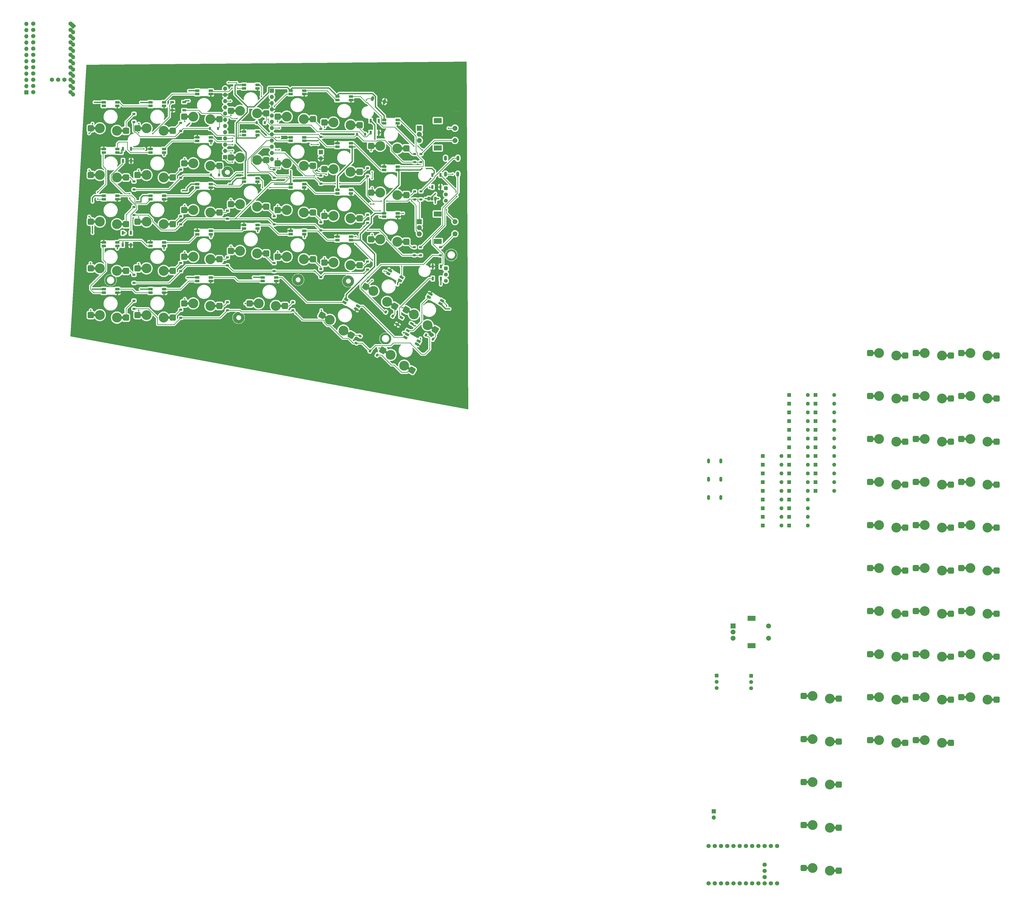
<source format=gbr>
%TF.GenerationSoftware,KiCad,Pcbnew,7.0.8*%
%TF.CreationDate,2024-02-13T23:06:56-05:00*%
%TF.ProjectId,ergothwack,6572676f-7468-4776-9163-6b2e6b696361,rev?*%
%TF.SameCoordinates,Original*%
%TF.FileFunction,Copper,L2,Bot*%
%TF.FilePolarity,Positive*%
%FSLAX46Y46*%
G04 Gerber Fmt 4.6, Leading zero omitted, Abs format (unit mm)*
G04 Created by KiCad (PCBNEW 7.0.8) date 2024-02-13 23:06:56*
%MOMM*%
%LPD*%
G01*
G04 APERTURE LIST*
G04 Aperture macros list*
%AMRoundRect*
0 Rectangle with rounded corners*
0 $1 Rounding radius*
0 $2 $3 $4 $5 $6 $7 $8 $9 X,Y pos of 4 corners*
0 Add a 4 corners polygon primitive as box body*
4,1,4,$2,$3,$4,$5,$6,$7,$8,$9,$2,$3,0*
0 Add four circle primitives for the rounded corners*
1,1,$1+$1,$2,$3*
1,1,$1+$1,$4,$5*
1,1,$1+$1,$6,$7*
1,1,$1+$1,$8,$9*
0 Add four rect primitives between the rounded corners*
20,1,$1+$1,$2,$3,$4,$5,0*
20,1,$1+$1,$4,$5,$6,$7,0*
20,1,$1+$1,$6,$7,$8,$9,0*
20,1,$1+$1,$8,$9,$2,$3,0*%
%AMHorizOval*
0 Thick line with rounded ends*
0 $1 width*
0 $2 $3 position (X,Y) of the first rounded end (center of the circle)*
0 $4 $5 position (X,Y) of the second rounded end (center of the circle)*
0 Add line between two ends*
20,1,$1,$2,$3,$4,$5,0*
0 Add two circle primitives to create the rounded ends*
1,1,$1,$2,$3*
1,1,$1,$4,$5*%
%AMRotRect*
0 Rectangle, with rotation*
0 The origin of the aperture is its center*
0 $1 length*
0 $2 width*
0 $3 Rotation angle, in degrees counterclockwise*
0 Add horizontal line*
21,1,$1,$2,0,0,$3*%
G04 Aperture macros list end*
%TA.AperFunction,SMDPad,CuDef*%
%ADD10RoundRect,0.225000X-0.382356X-0.212260X0.007356X-0.437260X0.382356X0.212260X-0.007356X0.437260X0*%
%TD*%
%TA.AperFunction,SMDPad,CuDef*%
%ADD11RoundRect,0.225000X0.212260X-0.382356X0.437260X0.007356X-0.212260X0.382356X-0.437260X-0.007356X0*%
%TD*%
%TA.AperFunction,SMDPad,CuDef*%
%ADD12RoundRect,0.225000X0.375000X-0.225000X0.375000X0.225000X-0.375000X0.225000X-0.375000X-0.225000X0*%
%TD*%
%TA.AperFunction,SMDPad,CuDef*%
%ADD13RoundRect,0.225000X-0.225000X-0.375000X0.225000X-0.375000X0.225000X0.375000X-0.225000X0.375000X0*%
%TD*%
%TA.AperFunction,ComponentPad*%
%ADD14C,1.600000*%
%TD*%
%TA.AperFunction,ComponentPad*%
%ADD15RoundRect,0.400000X0.400000X0.400000X-0.400000X0.400000X-0.400000X-0.400000X0.400000X-0.400000X0*%
%TD*%
%TA.AperFunction,ComponentPad*%
%ADD16R,1.700000X1.700000*%
%TD*%
%TA.AperFunction,ComponentPad*%
%ADD17O,1.700000X1.700000*%
%TD*%
%TA.AperFunction,ComponentPad*%
%ADD18RotRect,1.700000X1.700000X45.000000*%
%TD*%
%TA.AperFunction,SMDPad,CuDef*%
%ADD19R,1.700000X1.000000*%
%TD*%
%TA.AperFunction,SMDPad,CuDef*%
%ADD20RotRect,1.700000X1.000000X330.000000*%
%TD*%
%TA.AperFunction,SMDPad,CuDef*%
%ADD21RotRect,1.700000X1.000000X150.000000*%
%TD*%
%TA.AperFunction,ComponentPad*%
%ADD22O,1.250000X2.000000*%
%TD*%
%TA.AperFunction,SMDPad,CuDef*%
%ADD23RoundRect,0.500000X-0.750000X-0.775000X0.750000X-0.775000X0.750000X0.775000X-0.750000X0.775000X0*%
%TD*%
%TA.AperFunction,SMDPad,CuDef*%
%ADD24R,3.900000X1.000000*%
%TD*%
%TA.AperFunction,ComponentPad*%
%ADD25C,4.000000*%
%TD*%
%TA.AperFunction,SMDPad,CuDef*%
%ADD26R,3.750000X1.000000*%
%TD*%
%TA.AperFunction,ComponentPad*%
%ADD27R,2.000000X2.000000*%
%TD*%
%TA.AperFunction,ComponentPad*%
%ADD28C,2.000000*%
%TD*%
%TA.AperFunction,ComponentPad*%
%ADD29R,3.200000X2.000000*%
%TD*%
%TA.AperFunction,ComponentPad*%
%ADD30C,1.752600*%
%TD*%
%TA.AperFunction,SMDPad,CuDef*%
%ADD31RotRect,1.500000X0.900000X150.000000*%
%TD*%
%TA.AperFunction,SMDPad,CuDef*%
%ADD32R,0.900000X1.500000*%
%TD*%
%TA.AperFunction,SMDPad,CuDef*%
%ADD33R,1.500000X0.900000*%
%TD*%
%TA.AperFunction,ComponentPad*%
%ADD34HorizOval,1.250000X-0.090721X-0.363861X0.090721X0.363861X0*%
%TD*%
%TA.AperFunction,SMDPad,CuDef*%
%ADD35RoundRect,0.500000X-1.037019X-0.296170X0.262019X-1.046170X1.037019X0.296170X-0.262019X1.046170X0*%
%TD*%
%TA.AperFunction,SMDPad,CuDef*%
%ADD36RotRect,3.900000X1.000000X330.000000*%
%TD*%
%TA.AperFunction,SMDPad,CuDef*%
%ADD37RotRect,3.750000X1.000000X330.000000*%
%TD*%
%TA.AperFunction,SMDPad,CuDef*%
%ADD38R,1.000000X1.500000*%
%TD*%
%TA.AperFunction,ComponentPad*%
%ADD39R,1.600000X1.600000*%
%TD*%
%TA.AperFunction,ComponentPad*%
%ADD40O,1.600000X1.600000*%
%TD*%
%TA.AperFunction,ViaPad*%
%ADD41C,0.600000*%
%TD*%
%TA.AperFunction,Conductor*%
%ADD42C,0.250000*%
%TD*%
%TA.AperFunction,Conductor*%
%ADD43C,0.500000*%
%TD*%
G04 APERTURE END LIST*
%TA.AperFunction,EtchedComponent*%
%TO.C,L-LED-JP1*%
G36*
X181434000Y-91486000D02*
G01*
X180934000Y-91486000D01*
X180934000Y-90886000D01*
X181434000Y-90886000D01*
X181434000Y-91486000D01*
G37*
%TD.AperFunction*%
%TD*%
D10*
%TO.P,L-D38,1,K*%
%TO.N,L-row4*%
X179371058Y-146875000D03*
%TO.P,L-D38,2,A*%
%TO.N,Net-(L-D38-A)*%
X182228942Y-148525000D03*
%TD*%
%TO.P,L-D37,1,K*%
%TO.N,L-row4*%
X156571058Y-153375000D03*
%TO.P,L-D37,2,A*%
%TO.N,Net-(L-D37-A)*%
X159428942Y-155025000D03*
%TD*%
D11*
%TO.P,L-D36,1,K*%
%TO.N,L-row4*%
X150875000Y-150128942D03*
%TO.P,L-D36,2,A*%
%TO.N,Net-(L-D36-A)*%
X152525000Y-147271058D03*
%TD*%
D12*
%TO.P,L-D35,1,K*%
%TO.N,L-row4*%
X125095000Y-136778000D03*
%TO.P,L-D35,2,A*%
%TO.N,Net-(L-D35-A)*%
X125095000Y-133478000D03*
%TD*%
%TO.P,L-D34,2,A*%
%TO.N,Net-(L-D34-A)*%
X98425000Y-133478000D03*
%TO.P,L-D34,1,K*%
%TO.N,L-row4*%
X98425000Y-136778000D03*
%TD*%
%TO.P,L-D33,1,K*%
%TO.N,L-row4*%
X79375000Y-139826000D03*
%TO.P,L-D33,2,A*%
%TO.N,Net-(L-D33-A)*%
X79375000Y-136526000D03*
%TD*%
%TO.P,L-D32,1,K*%
%TO.N,L-row4*%
X60325000Y-136143000D03*
%TO.P,L-D32,2,A*%
%TO.N,Net-(L-D32-A)*%
X60325000Y-132843000D03*
%TD*%
%TO.P,L-D31,1,K*%
%TO.N,L-row3*%
X185300000Y-114350000D03*
%TO.P,L-D31,2,A*%
%TO.N,Net-(L-D31-A)*%
X185300000Y-111050000D03*
%TD*%
D10*
%TO.P,L-D30,1,K*%
%TO.N,L-row3*%
X162971058Y-137475000D03*
%TO.P,L-D30,2,A*%
%TO.N,Net-(L-D30-A)*%
X165828942Y-139125000D03*
%TD*%
D12*
%TO.P,L-D29,1,K*%
%TO.N,L-row3*%
X155520000Y-120160000D03*
%TO.P,L-D29,2,A*%
%TO.N,Net-(L-D29-A)*%
X155520000Y-116860000D03*
%TD*%
%TO.P,L-D28,1,K*%
%TO.N,L-row3*%
X136490000Y-123189000D03*
%TO.P,L-D28,2,A*%
%TO.N,Net-(L-D28-A)*%
X136490000Y-119889000D03*
%TD*%
%TO.P,L-D27,1,K*%
%TO.N,L-row3*%
X117460000Y-120775000D03*
%TO.P,L-D27,2,A*%
%TO.N,Net-(L-D27-A)*%
X117460000Y-117475000D03*
%TD*%
%TO.P,L-D26,2,A*%
%TO.N,Net-(L-D26-A)*%
X98425000Y-115189000D03*
%TO.P,L-D26,1,K*%
%TO.N,L-row3*%
X98425000Y-118489000D03*
%TD*%
%TO.P,L-D25,1,K*%
%TO.N,L-row3*%
X79375000Y-120775000D03*
%TO.P,L-D25,2,A*%
%TO.N,Net-(L-D25-A)*%
X79375000Y-117475000D03*
%TD*%
%TO.P,L-D24,1,K*%
%TO.N,L-row3*%
X60325000Y-125601000D03*
%TO.P,L-D24,2,A*%
%TO.N,Net-(L-D24-A)*%
X60325000Y-122301000D03*
%TD*%
%TO.P,L-D23,2,A*%
%TO.N,Net-(L-D23-A)*%
X177165000Y-110999000D03*
%TO.P,L-D23,1,K*%
%TO.N,L-row2*%
X177165000Y-114299000D03*
%TD*%
%TO.P,L-D22,2,A*%
%TO.N,Net-(L-D22-A)*%
X174625000Y-110999000D03*
%TO.P,L-D22,1,K*%
%TO.N,L-row2*%
X174625000Y-114299000D03*
%TD*%
%TO.P,L-D21,1,K*%
%TO.N,L-row2*%
X155575000Y-101091000D03*
%TO.P,L-D21,2,A*%
%TO.N,Net-(L-D21-A)*%
X155575000Y-97791000D03*
%TD*%
%TO.P,L-D20,1,K*%
%TO.N,L-row2*%
X136525000Y-104138000D03*
%TO.P,L-D20,2,A*%
%TO.N,Net-(L-D20-A)*%
X136525000Y-100838000D03*
%TD*%
%TO.P,L-D19,1,K*%
%TO.N,L-row2*%
X117475000Y-101725000D03*
%TO.P,L-D19,2,A*%
%TO.N,Net-(L-D19-A)*%
X117475000Y-98425000D03*
%TD*%
%TO.P,L-D18,1,K*%
%TO.N,L-row2*%
X98425000Y-99440000D03*
%TO.P,L-D18,2,A*%
%TO.N,Net-(L-D18-A)*%
X98425000Y-96140000D03*
%TD*%
%TO.P,L-D17,1,K*%
%TO.N,L-row2*%
X79375000Y-101726000D03*
%TO.P,L-D17,2,A*%
%TO.N,Net-(L-D17-A)*%
X79375000Y-98426000D03*
%TD*%
%TO.P,L-D16,1,K*%
%TO.N,L-row2*%
X60325000Y-97917000D03*
%TO.P,L-D16,2,A*%
%TO.N,Net-(L-D16-A)*%
X60325000Y-94617000D03*
%TD*%
%TO.P,L-D15,1,K*%
%TO.N,L-row1*%
X177292000Y-91567000D03*
%TO.P,L-D15,2,A*%
%TO.N,Net-(L-D15-A)*%
X177292000Y-88267000D03*
%TD*%
%TO.P,L-D14,2,A*%
%TO.N,Net-(L-D14-A)*%
X174752000Y-88266000D03*
%TO.P,L-D14,1,K*%
%TO.N,L-row1*%
X174752000Y-91566000D03*
%TD*%
%TO.P,L-D13,1,K*%
%TO.N,L-row1*%
X155575000Y-82041000D03*
%TO.P,L-D13,2,A*%
%TO.N,Net-(L-D13-A)*%
X155575000Y-78741000D03*
%TD*%
%TO.P,L-D12,1,K*%
%TO.N,L-row1*%
X136525000Y-85089000D03*
%TO.P,L-D12,2,A*%
%TO.N,Net-(L-D12-A)*%
X136525000Y-81789000D03*
%TD*%
%TO.P,L-D11,1,K*%
%TO.N,L-row1*%
X117475000Y-82676000D03*
%TO.P,L-D11,2,A*%
%TO.N,Net-(L-D11-A)*%
X117475000Y-79376000D03*
%TD*%
D13*
%TO.P,L-D10,1,K*%
%TO.N,L-row1*%
X91750000Y-81600000D03*
%TO.P,L-D10,2,A*%
%TO.N,Net-(L-D10-A)*%
X95050000Y-81600000D03*
%TD*%
D12*
%TO.P,L-D9,1,K*%
%TO.N,L-row1*%
X79375000Y-82676000D03*
%TO.P,L-D9,2,A*%
%TO.N,Net-(L-D9-A)*%
X79375000Y-79376000D03*
%TD*%
%TO.P,L-D8,1,K*%
%TO.N,L-row1*%
X60325000Y-87502000D03*
%TO.P,L-D8,2,A*%
%TO.N,Net-(L-D8-A)*%
X60325000Y-84202000D03*
%TD*%
%TO.P,L-D7,1,K*%
%TO.N,L-row0*%
X177292000Y-76327000D03*
%TO.P,L-D7,2,A*%
%TO.N,Net-(L-D7-A)*%
X177292000Y-73027000D03*
%TD*%
%TO.P,L-D6,2,A*%
%TO.N,Net-(L-D6-A)*%
X174752000Y-73026000D03*
%TO.P,L-D6,1,K*%
%TO.N,L-row0*%
X174752000Y-76326000D03*
%TD*%
D13*
%TO.P,L-D5,1,K*%
%TO.N,L-row0*%
X151259000Y-64960000D03*
%TO.P,L-D5,2,A*%
%TO.N,Net-(L-D5-A)*%
X154559000Y-64960000D03*
%TD*%
D12*
%TO.P,L-D4,1,K*%
%TO.N,L-row0*%
X136525000Y-66039000D03*
%TO.P,L-D4,2,A*%
%TO.N,Net-(L-D4-A)*%
X136525000Y-62739000D03*
%TD*%
D13*
%TO.P,L-D3,1,K*%
%TO.N,L-row0*%
X110364000Y-60198000D03*
%TO.P,L-D3,2,A*%
%TO.N,Net-(L-D3-A)*%
X113664000Y-60198000D03*
%TD*%
%TO.P,L-D2,2,A*%
%TO.N,Net-(L-D2-A)*%
X94614000Y-62590000D03*
%TO.P,L-D2,1,K*%
%TO.N,L-row0*%
X91314000Y-62590000D03*
%TD*%
D12*
%TO.P,L-D1,1,K*%
%TO.N,L-row0*%
X79360000Y-63626000D03*
%TO.P,L-D1,2,A*%
%TO.N,Net-(L-D1-A)*%
X79360000Y-60326000D03*
%TD*%
%TO.P,L-D0,2,A*%
%TO.N,Net-(L-D0-A)*%
X60325000Y-56643000D03*
%TO.P,L-D0,1,K*%
%TO.N,L-row0*%
X60325000Y-59943000D03*
%TD*%
D14*
%TO.P,L-SW-BATT1,3,C*%
%TO.N,unconnected-(L-SW-BATT1-C-Pad3)*%
X187470000Y-124740000D03*
%TO.P,L-SW-BATT1,2,B*%
%TO.N,L-RAW*%
X187470000Y-122200000D03*
D15*
%TO.P,L-SW-BATT1,1,A*%
%TO.N,+BATT*%
X187470000Y-119660000D03*
%TD*%
D16*
%TO.P,L-n!n-L-Socket1,1,Pin_1*%
%TO.N,L-LED*%
X116560000Y-47180000D03*
D17*
%TO.P,L-n!n-L-Socket1,2,Pin_2*%
%TO.N,L-RE0-A*%
X116560000Y-49720000D03*
%TO.P,L-n!n-L-Socket1,3,Pin_3*%
%TO.N,GND*%
X116560000Y-52260000D03*
%TO.P,L-n!n-L-Socket1,4,Pin_4*%
X116560000Y-54800000D03*
%TO.P,L-n!n-L-Socket1,5,Pin_5*%
%TO.N,L-RE0-B*%
X116560000Y-57340000D03*
%TO.P,L-n!n-L-Socket1,6,Pin_6*%
%TO.N,L-RE1-A*%
X116560000Y-59880000D03*
%TO.P,L-n!n-L-Socket1,7,Pin_7*%
%TO.N,L-RE1-B*%
X116560000Y-62420000D03*
%TO.P,L-n!n-L-Socket1,8,Pin_8*%
%TO.N,L-row0*%
X116560000Y-64960000D03*
%TO.P,L-n!n-L-Socket1,9,Pin_9*%
%TO.N,L-row1*%
X116560000Y-67500000D03*
%TO.P,L-n!n-L-Socket1,10,Pin_10*%
%TO.N,L-row2*%
X116560000Y-70040000D03*
%TO.P,L-n!n-L-Socket1,11,Pin_11*%
%TO.N,L-row3*%
X116560000Y-72580000D03*
%TO.P,L-n!n-L-Socket1,12,Pin_12*%
%TO.N,L-row4*%
X116560000Y-75120000D03*
%TD*%
%TO.P,L-n!n-L-Adapter1,12,Pin_12*%
%TO.N,Net-(L-n!n-L-Adapter1-Pin_12)*%
X35530000Y-48690000D03*
%TO.P,L-n!n-L-Adapter1,11,Pin_11*%
%TO.N,Net-(L-n!n-L-Adapter1-Pin_11)*%
X35530000Y-46150000D03*
%TO.P,L-n!n-L-Adapter1,10,Pin_10*%
%TO.N,Net-(L-n!n-L-Adapter1-Pin_10)*%
X35530000Y-43610000D03*
%TO.P,L-n!n-L-Adapter1,9,Pin_9*%
%TO.N,Net-(L-n!n-L-Adapter1-Pin_9)*%
X35530000Y-41070000D03*
%TO.P,L-n!n-L-Adapter1,8,Pin_8*%
%TO.N,Net-(L-n!n-L-Adapter1-Pin_8)*%
X35530000Y-38530000D03*
%TO.P,L-n!n-L-Adapter1,7,Pin_7*%
%TO.N,Net-(L-n!n-L-Adapter1-Pin_7)*%
X35530000Y-35990000D03*
%TO.P,L-n!n-L-Adapter1,6,Pin_6*%
%TO.N,Net-(L-n!n-L-Adapter1-Pin_6)*%
X35530000Y-33450000D03*
%TO.P,L-n!n-L-Adapter1,5,Pin_5*%
%TO.N,Net-(L-n!n-L-Adapter1-Pin_5)*%
X35530000Y-30910000D03*
%TO.P,L-n!n-L-Adapter1,4,Pin_4*%
%TO.N,Net-(L-n!n-L-Adapter1-Pin_4)*%
X35530000Y-28370000D03*
%TO.P,L-n!n-L-Adapter1,3,Pin_3*%
%TO.N,Net-(L-n!n-L-Adapter1-Pin_3)*%
X35530000Y-25830000D03*
%TO.P,L-n!n-L-Adapter1,2,Pin_2*%
%TO.N,Net-(L-n!n-L-Adapter1-Pin_2)*%
X35530000Y-23290000D03*
D18*
%TO.P,L-n!n-L-Adapter1,1,Pin_1*%
%TO.N,Net-(L-n!n-L-Adapter1-Pin_1)*%
X35530000Y-20750000D03*
%TD*%
D16*
%TO.P,J4,1,Pin_1*%
%TO.N,Net-(J4-Pin_1)*%
X16480000Y-47840000D03*
D17*
%TO.P,J4,2,Pin_2*%
%TO.N,Net-(J4-Pin_2)*%
X16480000Y-45300000D03*
%TO.P,J4,3,Pin_3*%
%TO.N,Net-(J4-Pin_3)*%
X16480000Y-42760000D03*
%TO.P,J4,4,Pin_4*%
%TO.N,Net-(J4-Pin_4)*%
X16480000Y-40220000D03*
%TO.P,J4,5,Pin_5*%
%TO.N,Net-(J4-Pin_5)*%
X16480000Y-37680000D03*
%TO.P,J4,6,Pin_6*%
%TO.N,Net-(J4-Pin_6)*%
X16480000Y-35140000D03*
%TO.P,J4,7,Pin_7*%
%TO.N,Net-(J4-Pin_7)*%
X16480000Y-32600000D03*
%TO.P,J4,8,Pin_8*%
%TO.N,Net-(J4-Pin_8)*%
X16480000Y-30060000D03*
%TO.P,J4,9,Pin_9*%
%TO.N,Net-(J4-Pin_9)*%
X16480000Y-27520000D03*
%TO.P,J4,10,Pin_10*%
%TO.N,Net-(J4-Pin_10)*%
X16480000Y-24980000D03*
%TO.P,J4,11,Pin_11*%
%TO.N,Net-(J4-Pin_11)*%
X16480000Y-22440000D03*
%TO.P,J4,12,Pin_12*%
%TO.N,Net-(J4-Pin_12)*%
X16480000Y-19900000D03*
%TD*%
%TO.P,J3,12,Pin_12*%
%TO.N,L-RAW*%
X97510000Y-46330000D03*
%TO.P,J3,11,Pin_11*%
%TO.N,GND*%
X97510000Y-48870000D03*
%TO.P,J3,10,Pin_10*%
%TO.N,L-reset*%
X97510000Y-51410000D03*
%TO.P,J3,9,Pin_9*%
%TO.N,VCC*%
X97510000Y-53950000D03*
%TO.P,J3,8,Pin_8*%
%TO.N,L-col0*%
X97510000Y-56490000D03*
%TO.P,J3,7,Pin_7*%
%TO.N,L-col1*%
X97510000Y-59030000D03*
%TO.P,J3,6,Pin_6*%
%TO.N,L-col2*%
X97510000Y-61570000D03*
%TO.P,J3,5,Pin_5*%
%TO.N,L-col3*%
X97510000Y-64110000D03*
%TO.P,J3,4,Pin_4*%
%TO.N,L-col4*%
X97510000Y-66650000D03*
%TO.P,J3,3,Pin_3*%
%TO.N,L-col5*%
X97510000Y-69190000D03*
%TO.P,J3,2,Pin_2*%
%TO.N,L-col6*%
X97510000Y-71730000D03*
D16*
%TO.P,J3,1,Pin_1*%
%TO.N,L-col7*%
X97510000Y-74270000D03*
%TD*%
D19*
%TO.P,L-K-LED13,1,VDD*%
%TO.N,L-LED-VCC*%
X148780000Y-70040000D03*
%TO.P,L-K-LED13,2,DOUT*%
%TO.N,Net-(L-K-LED13-DOUT)*%
X148780000Y-68640000D03*
%TO.P,L-K-LED13,3,VSS*%
%TO.N,GND*%
X143280000Y-68640000D03*
%TO.P,L-K-LED13,4,DIN*%
%TO.N,Net-(L-K-LED12-DOUT)*%
X143280000Y-70040000D03*
%TD*%
%TO.P,L-K-LED0,1,VDD*%
%TO.N,L-LED-VCC*%
X48030000Y-51950000D03*
%TO.P,L-K-LED0,2,DOUT*%
%TO.N,unconnected-(L-K-LED0-DOUT-Pad2)*%
X48030000Y-53350000D03*
%TO.P,L-K-LED0,3,VSS*%
%TO.N,GND*%
X53530000Y-53350000D03*
%TO.P,L-K-LED0,4,DIN*%
%TO.N,Net-(L-K-LED0-DIN)*%
X53530000Y-51950000D03*
%TD*%
D20*
%TO.P,L-K-LED38,1,VDD*%
%TO.N,L-LED-VCC*%
X185251570Y-134081218D03*
%TO.P,L-K-LED38,2,DOUT*%
%TO.N,Net-(L-K-LED37-DIN)*%
X185951570Y-132868782D03*
%TO.P,L-K-LED38,3,VSS*%
%TO.N,GND*%
X181188430Y-130118782D03*
%TO.P,L-K-LED38,4,DIN*%
%TO.N,Net-(L-K-LED38-DIN)*%
X180488430Y-131331218D03*
%TD*%
D21*
%TO.P,L-K-LED37,1,VDD*%
%TO.N,L-LED-VCC*%
X171648430Y-146628782D03*
%TO.P,L-K-LED37,2,DOUT*%
%TO.N,Net-(L-K-LED36-DIN)*%
X170948430Y-147841218D03*
%TO.P,L-K-LED37,3,VSS*%
%TO.N,GND*%
X175711570Y-150591218D03*
%TO.P,L-K-LED37,4,DIN*%
%TO.N,Net-(L-K-LED37-DIN)*%
X176411570Y-149378782D03*
%TD*%
%TO.P,L-K-LED36,1,VDD*%
%TO.N,L-LED-VCC*%
X146868430Y-132338782D03*
%TO.P,L-K-LED36,2,DOUT*%
%TO.N,Net-(L-K-LED35-DIN)*%
X146168430Y-133551218D03*
%TO.P,L-K-LED36,3,VSS*%
%TO.N,GND*%
X150931570Y-136301218D03*
%TO.P,L-K-LED36,4,DIN*%
%TO.N,Net-(L-K-LED36-DIN)*%
X151631570Y-135088782D03*
%TD*%
D19*
%TO.P,L-K-LED35,1,VDD*%
%TO.N,L-LED-VCC*%
X112800000Y-123390000D03*
%TO.P,L-K-LED35,2,DOUT*%
%TO.N,Net-(L-K-LED34-DIN)*%
X112800000Y-124790000D03*
%TO.P,L-K-LED35,3,VSS*%
%TO.N,GND*%
X118300000Y-124790000D03*
%TO.P,L-K-LED35,4,DIN*%
%TO.N,Net-(L-K-LED35-DIN)*%
X118300000Y-123390000D03*
%TD*%
%TO.P,L-K-LED34,1,VDD*%
%TO.N,L-LED-VCC*%
X86130000Y-123390000D03*
%TO.P,L-K-LED34,2,DOUT*%
%TO.N,Net-(L-K-LED33-DIN)*%
X86130000Y-124790000D03*
%TO.P,L-K-LED34,3,VSS*%
%TO.N,GND*%
X91630000Y-124790000D03*
%TO.P,L-K-LED34,4,DIN*%
%TO.N,Net-(L-K-LED34-DIN)*%
X91630000Y-123390000D03*
%TD*%
%TO.P,L-K-LED33,1,VDD*%
%TO.N,L-LED-VCC*%
X67080000Y-128150000D03*
%TO.P,L-K-LED33,2,DOUT*%
%TO.N,Net-(L-K-LED32-DIN)*%
X67080000Y-129550000D03*
%TO.P,L-K-LED33,3,VSS*%
%TO.N,GND*%
X72580000Y-129550000D03*
%TO.P,L-K-LED33,4,DIN*%
%TO.N,Net-(L-K-LED33-DIN)*%
X72580000Y-128150000D03*
%TD*%
%TO.P,L-K-LED32,1,VDD*%
%TO.N,L-LED-VCC*%
X48030000Y-128150000D03*
%TO.P,L-K-LED32,2,DOUT*%
%TO.N,Net-(L-K-LED24-DIN)*%
X48030000Y-129550000D03*
%TO.P,L-K-LED32,3,VSS*%
%TO.N,GND*%
X53530000Y-129550000D03*
%TO.P,L-K-LED32,4,DIN*%
%TO.N,Net-(L-K-LED32-DIN)*%
X53530000Y-128150000D03*
%TD*%
D20*
%TO.P,L-K-LED30,1,VDD*%
%TO.N,L-LED-VCC*%
X168741570Y-124551218D03*
%TO.P,L-K-LED30,2,DOUT*%
%TO.N,Net-(L-K-LED22-DIN)*%
X169441570Y-123338782D03*
%TO.P,L-K-LED30,3,VSS*%
%TO.N,GND*%
X164678430Y-120588782D03*
%TO.P,L-K-LED30,4,DIN*%
%TO.N,Net-(L-K-LED29-DOUT)*%
X163978430Y-121801218D03*
%TD*%
D19*
%TO.P,L-K-LED29,1,VDD*%
%TO.N,L-LED-VCC*%
X148780000Y-108140000D03*
%TO.P,L-K-LED29,2,DOUT*%
%TO.N,Net-(L-K-LED29-DOUT)*%
X148780000Y-106740000D03*
%TO.P,L-K-LED29,3,VSS*%
%TO.N,GND*%
X143280000Y-106740000D03*
%TO.P,L-K-LED29,4,DIN*%
%TO.N,Net-(L-K-LED28-DOUT)*%
X143280000Y-108140000D03*
%TD*%
%TO.P,L-K-LED28,4,DIN*%
%TO.N,Net-(L-K-LED27-DOUT)*%
X124230000Y-105730000D03*
%TO.P,L-K-LED28,3,VSS*%
%TO.N,GND*%
X124230000Y-104330000D03*
%TO.P,L-K-LED28,2,DOUT*%
%TO.N,Net-(L-K-LED28-DOUT)*%
X129730000Y-104330000D03*
%TO.P,L-K-LED28,1,VDD*%
%TO.N,L-LED-VCC*%
X129730000Y-105730000D03*
%TD*%
%TO.P,L-K-LED27,4,DIN*%
%TO.N,Net-(L-K-LED26-DOUT)*%
X105180000Y-103370000D03*
%TO.P,L-K-LED27,3,VSS*%
%TO.N,GND*%
X105180000Y-101970000D03*
%TO.P,L-K-LED27,2,DOUT*%
%TO.N,Net-(L-K-LED27-DOUT)*%
X110680000Y-101970000D03*
%TO.P,L-K-LED27,1,VDD*%
%TO.N,L-LED-VCC*%
X110680000Y-103370000D03*
%TD*%
%TO.P,L-K-LED26,1,VDD*%
%TO.N,L-LED-VCC*%
X91630000Y-105740000D03*
%TO.P,L-K-LED26,2,DOUT*%
%TO.N,Net-(L-K-LED26-DOUT)*%
X91630000Y-104340000D03*
%TO.P,L-K-LED26,3,VSS*%
%TO.N,GND*%
X86130000Y-104340000D03*
%TO.P,L-K-LED26,4,DIN*%
%TO.N,Net-(L-K-LED25-DOUT)*%
X86130000Y-105740000D03*
%TD*%
%TO.P,L-K-LED25,1,VDD*%
%TO.N,L-LED-VCC*%
X72580000Y-110500000D03*
%TO.P,L-K-LED25,2,DOUT*%
%TO.N,Net-(L-K-LED25-DOUT)*%
X72580000Y-109100000D03*
%TO.P,L-K-LED25,3,VSS*%
%TO.N,GND*%
X67080000Y-109100000D03*
%TO.P,L-K-LED25,4,DIN*%
%TO.N,Net-(L-K-LED24-DOUT)*%
X67080000Y-110500000D03*
%TD*%
%TO.P,L-K-LED24,1,VDD*%
%TO.N,L-LED-VCC*%
X53530000Y-110500000D03*
%TO.P,L-K-LED24,2,DOUT*%
%TO.N,Net-(L-K-LED24-DOUT)*%
X53530000Y-109100000D03*
%TO.P,L-K-LED24,3,VSS*%
%TO.N,GND*%
X48030000Y-109100000D03*
%TO.P,L-K-LED24,4,DIN*%
%TO.N,Net-(L-K-LED24-DIN)*%
X48030000Y-110500000D03*
%TD*%
%TO.P,L-K-LED22,1,VDD*%
%TO.N,L-LED-VCC*%
X162330000Y-97200000D03*
%TO.P,L-K-LED22,2,DOUT*%
%TO.N,Net-(L-K-LED21-DIN)*%
X162330000Y-98600000D03*
%TO.P,L-K-LED22,3,VSS*%
%TO.N,GND*%
X167830000Y-98600000D03*
%TO.P,L-K-LED22,4,DIN*%
%TO.N,Net-(L-K-LED22-DIN)*%
X167830000Y-97200000D03*
%TD*%
%TO.P,L-K-LED21,1,VDD*%
%TO.N,L-LED-VCC*%
X143280000Y-87670000D03*
%TO.P,L-K-LED21,2,DOUT*%
%TO.N,Net-(L-K-LED20-DIN)*%
X143280000Y-89070000D03*
%TO.P,L-K-LED21,3,VSS*%
%TO.N,GND*%
X148780000Y-89070000D03*
%TO.P,L-K-LED21,4,DIN*%
%TO.N,Net-(L-K-LED21-DIN)*%
X148780000Y-87670000D03*
%TD*%
%TO.P,L-K-LED20,1,VDD*%
%TO.N,L-LED-VCC*%
X124230000Y-85280000D03*
%TO.P,L-K-LED20,2,DOUT*%
%TO.N,Net-(L-K-LED19-DIN)*%
X124230000Y-86680000D03*
%TO.P,L-K-LED20,3,VSS*%
%TO.N,GND*%
X129730000Y-86680000D03*
%TO.P,L-K-LED20,4,DIN*%
%TO.N,Net-(L-K-LED20-DIN)*%
X129730000Y-85280000D03*
%TD*%
%TO.P,L-K-LED19,1,VDD*%
%TO.N,L-LED-VCC*%
X105180000Y-82900000D03*
%TO.P,L-K-LED19,2,DOUT*%
%TO.N,Net-(L-K-LED18-DIN)*%
X105180000Y-84300000D03*
%TO.P,L-K-LED19,3,VSS*%
%TO.N,GND*%
X110680000Y-84300000D03*
%TO.P,L-K-LED19,4,DIN*%
%TO.N,Net-(L-K-LED19-DIN)*%
X110680000Y-82900000D03*
%TD*%
%TO.P,L-K-LED18,1,VDD*%
%TO.N,L-LED-VCC*%
X86130000Y-85290000D03*
%TO.P,L-K-LED18,2,DOUT*%
%TO.N,Net-(L-K-LED17-DIN)*%
X86130000Y-86690000D03*
%TO.P,L-K-LED18,3,VSS*%
%TO.N,GND*%
X91630000Y-86690000D03*
%TO.P,L-K-LED18,4,DIN*%
%TO.N,Net-(L-K-LED18-DIN)*%
X91630000Y-85290000D03*
%TD*%
%TO.P,L-K-LED17,1,VDD*%
%TO.N,L-LED-VCC*%
X67080000Y-90050000D03*
%TO.P,L-K-LED17,2,DOUT*%
%TO.N,Net-(L-K-LED16-DIN)*%
X67080000Y-91450000D03*
%TO.P,L-K-LED17,3,VSS*%
%TO.N,GND*%
X72580000Y-91450000D03*
%TO.P,L-K-LED17,4,DIN*%
%TO.N,Net-(L-K-LED17-DIN)*%
X72580000Y-90050000D03*
%TD*%
%TO.P,L-K-LED16,1,VDD*%
%TO.N,L-LED-VCC*%
X48030000Y-90040000D03*
%TO.P,L-K-LED16,2,DOUT*%
%TO.N,Net-(L-K-LED16-DOUT)*%
X48030000Y-91440000D03*
%TO.P,L-K-LED16,3,VSS*%
%TO.N,GND*%
X53530000Y-91440000D03*
%TO.P,L-K-LED16,4,DIN*%
%TO.N,Net-(L-K-LED16-DIN)*%
X53530000Y-90040000D03*
%TD*%
%TO.P,L-K-LED14,1,VDD*%
%TO.N,L-LED-VCC*%
X167830000Y-79560000D03*
%TO.P,L-K-LED14,2,DOUT*%
%TO.N,Net-(L-K-LED14-DOUT)*%
X167830000Y-78160000D03*
%TO.P,L-K-LED14,3,VSS*%
%TO.N,GND*%
X162330000Y-78160000D03*
%TO.P,L-K-LED14,4,DIN*%
%TO.N,Net-(L-K-LED13-DOUT)*%
X162330000Y-79560000D03*
%TD*%
%TO.P,L-K-LED12,1,VDD*%
%TO.N,L-LED-VCC*%
X129730000Y-67630000D03*
%TO.P,L-K-LED12,2,DOUT*%
%TO.N,Net-(L-K-LED12-DOUT)*%
X129730000Y-66230000D03*
%TO.P,L-K-LED12,3,VSS*%
%TO.N,GND*%
X124230000Y-66230000D03*
%TO.P,L-K-LED12,4,DIN*%
%TO.N,Net-(L-K-LED11-DOUT)*%
X124230000Y-67630000D03*
%TD*%
%TO.P,L-K-LED11,1,VDD*%
%TO.N,L-LED-VCC*%
X110680000Y-65270000D03*
%TO.P,L-K-LED11,2,DOUT*%
%TO.N,Net-(L-K-LED11-DOUT)*%
X110680000Y-63870000D03*
%TO.P,L-K-LED11,3,VSS*%
%TO.N,GND*%
X105180000Y-63870000D03*
%TO.P,L-K-LED11,4,DIN*%
%TO.N,Net-(L-K-LED10-DOUT)*%
X105180000Y-65270000D03*
%TD*%
%TO.P,L-K-LED10,1,VDD*%
%TO.N,L-LED-VCC*%
X91630000Y-67640000D03*
%TO.P,L-K-LED10,2,DOUT*%
%TO.N,Net-(L-K-LED10-DOUT)*%
X91630000Y-66240000D03*
%TO.P,L-K-LED10,3,VSS*%
%TO.N,GND*%
X86130000Y-66240000D03*
%TO.P,L-K-LED10,4,DIN*%
%TO.N,Net-(L-K-LED10-DIN)*%
X86130000Y-67640000D03*
%TD*%
%TO.P,L-K-LED9,4,DIN*%
%TO.N,Net-(L-K-LED8-DOUT)*%
X67080000Y-72390000D03*
%TO.P,L-K-LED9,3,VSS*%
%TO.N,GND*%
X67080000Y-70990000D03*
%TO.P,L-K-LED9,2,DOUT*%
%TO.N,Net-(L-K-LED10-DIN)*%
X72580000Y-70990000D03*
%TO.P,L-K-LED9,1,VDD*%
%TO.N,L-LED-VCC*%
X72580000Y-72390000D03*
%TD*%
%TO.P,L-K-LED8,1,VDD*%
%TO.N,L-LED-VCC*%
X53530000Y-72390000D03*
%TO.P,L-K-LED8,2,DOUT*%
%TO.N,Net-(L-K-LED8-DOUT)*%
X53530000Y-70990000D03*
%TO.P,L-K-LED8,3,VSS*%
%TO.N,GND*%
X48030000Y-70990000D03*
%TO.P,L-K-LED8,4,DIN*%
%TO.N,Net-(L-K-LED16-DOUT)*%
X48030000Y-72390000D03*
%TD*%
%TO.P,L-K-LED6,1,VDD*%
%TO.N,L-LED-VCC*%
X162340000Y-59100000D03*
%TO.P,L-K-LED6,2,DOUT*%
%TO.N,Net-(L-K-LED5-DIN)*%
X162340000Y-60500000D03*
%TO.P,L-K-LED6,3,VSS*%
%TO.N,GND*%
X167840000Y-60500000D03*
%TO.P,L-K-LED6,4,DIN*%
%TO.N,Net-(L-K-LED14-DOUT)*%
X167840000Y-59100000D03*
%TD*%
%TO.P,L-K-LED5,1,VDD*%
%TO.N,L-LED-VCC*%
X143280000Y-49580000D03*
%TO.P,L-K-LED5,2,DOUT*%
%TO.N,Net-(L-K-LED4-DIN)*%
X143280000Y-50980000D03*
%TO.P,L-K-LED5,3,VSS*%
%TO.N,GND*%
X148780000Y-50980000D03*
%TO.P,L-K-LED5,4,DIN*%
%TO.N,Net-(L-K-LED5-DIN)*%
X148780000Y-49580000D03*
%TD*%
%TO.P,L-K-LED4,1,VDD*%
%TO.N,L-LED-VCC*%
X124230000Y-47180000D03*
%TO.P,L-K-LED4,2,DOUT*%
%TO.N,Net-(L-K-LED3-DIN)*%
X124230000Y-48580000D03*
%TO.P,L-K-LED4,3,VSS*%
%TO.N,GND*%
X129730000Y-48580000D03*
%TO.P,L-K-LED4,4,DIN*%
%TO.N,Net-(L-K-LED4-DIN)*%
X129730000Y-47180000D03*
%TD*%
%TO.P,L-K-LED3,1,VDD*%
%TO.N,L-LED-VCC*%
X105180000Y-44830000D03*
%TO.P,L-K-LED3,2,DOUT*%
%TO.N,Net-(L-K-LED2-DIN)*%
X105180000Y-46230000D03*
%TO.P,L-K-LED3,3,VSS*%
%TO.N,GND*%
X110680000Y-46230000D03*
%TO.P,L-K-LED3,4,DIN*%
%TO.N,Net-(L-K-LED3-DIN)*%
X110680000Y-44830000D03*
%TD*%
%TO.P,L-K-LED2,1,VDD*%
%TO.N,L-LED-VCC*%
X86130000Y-47180000D03*
%TO.P,L-K-LED2,2,DOUT*%
%TO.N,Net-(L-K-LED1-DIN)*%
X86130000Y-48580000D03*
%TO.P,L-K-LED2,3,VSS*%
%TO.N,GND*%
X91630000Y-48580000D03*
%TO.P,L-K-LED2,4,DIN*%
%TO.N,Net-(L-K-LED2-DIN)*%
X91630000Y-47180000D03*
%TD*%
%TO.P,L-K-LED1,1,VDD*%
%TO.N,L-LED-VCC*%
X67080000Y-51950000D03*
%TO.P,L-K-LED1,2,DOUT*%
%TO.N,Net-(L-K-LED0-DIN)*%
X67080000Y-53350000D03*
%TO.P,L-K-LED1,3,VSS*%
%TO.N,GND*%
X72580000Y-53350000D03*
%TO.P,L-K-LED1,4,DIN*%
%TO.N,Net-(L-K-LED1-DIN)*%
X72580000Y-51950000D03*
%TD*%
D22*
%TO.P,R-TS-RST1,1,1*%
%TO.N,R-reset*%
X294568000Y-213178400D03*
%TO.P,R-TS-RST1,2,2*%
%TO.N,GNDA*%
X299568000Y-213178400D03*
%TD*%
%TO.P,R-TS-LED-UP1,1,1*%
%TO.N,R-col0*%
X294568000Y-205727600D03*
%TO.P,R-TS-LED-UP1,2,2*%
%TO.N,Net-(R-D8-A)*%
X299568000Y-205727600D03*
%TD*%
%TO.P,R-TS-LED-DOWN1,1,1*%
%TO.N,R-col0*%
X294568000Y-198276800D03*
%TO.P,R-TS-LED-DOWN1,2,2*%
%TO.N,Net-(R-D15-A)*%
X299568000Y-198276800D03*
%TD*%
D23*
%TO.P,R-SW36,1,1*%
%TO.N,R-col7*%
X397630000Y-294580000D03*
D24*
X399355000Y-294580000D03*
D25*
X401305000Y-294580000D03*
%TO.P,R-SW36,2,2*%
%TO.N,Net-(R-D36-A)*%
X408305000Y-295630000D03*
D26*
X410180000Y-295630000D03*
D23*
X411980000Y-295630000D03*
%TD*%
%TO.P,R-SW35,1,1*%
%TO.N,R-col6*%
X397630000Y-277030000D03*
D24*
X399355000Y-277030000D03*
D25*
X401305000Y-277030000D03*
%TO.P,R-SW35,2,2*%
%TO.N,Net-(R-D35-A)*%
X408305000Y-278080000D03*
D26*
X410180000Y-278080000D03*
D23*
X411980000Y-278080000D03*
%TD*%
%TO.P,R-SW34,1,1*%
%TO.N,R-col5*%
X397630000Y-259480000D03*
D24*
X399355000Y-259480000D03*
D25*
X401305000Y-259480000D03*
%TO.P,R-SW34,2,2*%
%TO.N,Net-(R-D34-A)*%
X408305000Y-260530000D03*
D26*
X410180000Y-260530000D03*
D23*
X411980000Y-260530000D03*
%TD*%
%TO.P,R-SW33,1,1*%
%TO.N,R-col4*%
X397630000Y-241930000D03*
D24*
X399355000Y-241930000D03*
D25*
X401305000Y-241930000D03*
%TO.P,R-SW33,2,2*%
%TO.N,Net-(R-D33-A)*%
X408305000Y-242980000D03*
D26*
X410180000Y-242980000D03*
D23*
X411980000Y-242980000D03*
%TD*%
%TO.P,R-SW32,1,1*%
%TO.N,R-col2*%
X397630000Y-224380000D03*
D24*
X399355000Y-224380000D03*
D25*
X401305000Y-224380000D03*
%TO.P,R-SW32,2,2*%
%TO.N,Net-(R-D32-A)*%
X408305000Y-225430000D03*
D26*
X410180000Y-225430000D03*
D23*
X411980000Y-225430000D03*
%TD*%
%TO.P,R-SW31,1,1*%
%TO.N,R-col1*%
X397630000Y-206830000D03*
D24*
X399355000Y-206830000D03*
D25*
X401305000Y-206830000D03*
%TO.P,R-SW31,2,2*%
%TO.N,Net-(R-D31-A)*%
X408305000Y-207880000D03*
D26*
X410180000Y-207880000D03*
D23*
X411980000Y-207880000D03*
%TD*%
%TO.P,R-SW30,1,1*%
%TO.N,R-col0*%
X397630000Y-189280000D03*
D24*
X399355000Y-189280000D03*
D25*
X401305000Y-189280000D03*
%TO.P,R-SW30,2,2*%
%TO.N,Net-(R-D30-A)*%
X408305000Y-190330000D03*
D26*
X410180000Y-190330000D03*
D23*
X411980000Y-190330000D03*
%TD*%
%TO.P,R-SW29,1,1*%
%TO.N,R-col7*%
X397630000Y-171730000D03*
D24*
X399355000Y-171730000D03*
D25*
X401305000Y-171730000D03*
%TO.P,R-SW29,2,2*%
%TO.N,Net-(R-D29-A)*%
X408305000Y-172780000D03*
D26*
X410180000Y-172780000D03*
D23*
X411980000Y-172780000D03*
%TD*%
%TO.P,R-SW28,1,1*%
%TO.N,R-col6*%
X397630000Y-154180000D03*
D24*
X399355000Y-154180000D03*
D25*
X401305000Y-154180000D03*
%TO.P,R-SW28,2,2*%
%TO.N,Net-(R-D28-A)*%
X408305000Y-155230000D03*
D26*
X410180000Y-155230000D03*
D23*
X411980000Y-155230000D03*
%TD*%
%TO.P,R-SW27,1,1*%
%TO.N,R-col5*%
X379030000Y-312130000D03*
D24*
X380755000Y-312130000D03*
D25*
X382705000Y-312130000D03*
%TO.P,R-SW27,2,2*%
%TO.N,Net-(R-D27-A)*%
X389705000Y-313180000D03*
D26*
X391580000Y-313180000D03*
D23*
X393380000Y-313180000D03*
%TD*%
%TO.P,R-SW26,1,1*%
%TO.N,R-col4*%
X379030000Y-294580000D03*
D24*
X380755000Y-294580000D03*
D25*
X382705000Y-294580000D03*
%TO.P,R-SW26,2,2*%
%TO.N,Net-(R-D26-A)*%
X389705000Y-295630000D03*
D26*
X391580000Y-295630000D03*
D23*
X393380000Y-295630000D03*
%TD*%
%TO.P,R-SW25,1,1*%
%TO.N,R-col3*%
X379030000Y-277030000D03*
D24*
X380755000Y-277030000D03*
D25*
X382705000Y-277030000D03*
%TO.P,R-SW25,2,2*%
%TO.N,Net-(R-D25-A)*%
X389705000Y-278080000D03*
D26*
X391580000Y-278080000D03*
D23*
X393380000Y-278080000D03*
%TD*%
%TO.P,R-SW24,1,1*%
%TO.N,R-col2*%
X379030000Y-259480000D03*
D24*
X380755000Y-259480000D03*
D25*
X382705000Y-259480000D03*
%TO.P,R-SW24,2,2*%
%TO.N,Net-(R-D24-A)*%
X389705000Y-260530000D03*
D26*
X391580000Y-260530000D03*
D23*
X393380000Y-260530000D03*
%TD*%
%TO.P,R-SW23,1,1*%
%TO.N,R-col1*%
X379030000Y-241930000D03*
D24*
X380755000Y-241930000D03*
D25*
X382705000Y-241930000D03*
%TO.P,R-SW23,2,2*%
%TO.N,Net-(R-D23-A)*%
X389705000Y-242980000D03*
D26*
X391580000Y-242980000D03*
D23*
X393380000Y-242980000D03*
%TD*%
%TO.P,R-SW22,1,1*%
%TO.N,R-col0*%
X379030000Y-224380000D03*
D24*
X380755000Y-224380000D03*
D25*
X382705000Y-224380000D03*
%TO.P,R-SW22,2,2*%
%TO.N,Net-(R-D22-A)*%
X389705000Y-225430000D03*
D26*
X391580000Y-225430000D03*
D23*
X393380000Y-225430000D03*
%TD*%
%TO.P,R-SW21,1,1*%
%TO.N,R-col7*%
X379030000Y-206830000D03*
D24*
X380755000Y-206830000D03*
D25*
X382705000Y-206830000D03*
%TO.P,R-SW21,2,2*%
%TO.N,Net-(R-D21-A)*%
X389705000Y-207880000D03*
D26*
X391580000Y-207880000D03*
D23*
X393380000Y-207880000D03*
%TD*%
%TO.P,R-SW20,1,1*%
%TO.N,R-col6*%
X379030000Y-189280000D03*
D24*
X380755000Y-189280000D03*
D25*
X382705000Y-189280000D03*
%TO.P,R-SW20,2,2*%
%TO.N,Net-(R-D20-A)*%
X389705000Y-190330000D03*
D26*
X391580000Y-190330000D03*
D23*
X393380000Y-190330000D03*
%TD*%
%TO.P,R-SW19,1,1*%
%TO.N,R-col5*%
X379030000Y-171730000D03*
D24*
X380755000Y-171730000D03*
D25*
X382705000Y-171730000D03*
%TO.P,R-SW19,2,2*%
%TO.N,Net-(R-D19-A)*%
X389705000Y-172780000D03*
D26*
X391580000Y-172780000D03*
D23*
X393380000Y-172780000D03*
%TD*%
%TO.P,R-SW18,1,1*%
%TO.N,R-col4*%
X379030000Y-154180000D03*
D24*
X380755000Y-154180000D03*
D25*
X382705000Y-154180000D03*
%TO.P,R-SW18,2,2*%
%TO.N,Net-(R-D18-A)*%
X389705000Y-155230000D03*
D26*
X391580000Y-155230000D03*
D23*
X393380000Y-155230000D03*
%TD*%
%TO.P,R-SW17,1,1*%
%TO.N,R-col3*%
X360430000Y-312130000D03*
D24*
X362155000Y-312130000D03*
D25*
X364105000Y-312130000D03*
%TO.P,R-SW17,2,2*%
%TO.N,Net-(R-D17-A)*%
X371105000Y-313180000D03*
D26*
X372980000Y-313180000D03*
D23*
X374780000Y-313180000D03*
%TD*%
%TO.P,R-SW16,1,1*%
%TO.N,R-col2*%
X360430000Y-294580000D03*
D24*
X362155000Y-294580000D03*
D25*
X364105000Y-294580000D03*
%TO.P,R-SW16,2,2*%
%TO.N,Net-(R-D16-A)*%
X371105000Y-295630000D03*
D26*
X372980000Y-295630000D03*
D23*
X374780000Y-295630000D03*
%TD*%
%TO.P,R-SW14,1,1*%
%TO.N,R-col7*%
X360430000Y-277030000D03*
D24*
X362155000Y-277030000D03*
D25*
X364105000Y-277030000D03*
%TO.P,R-SW14,2,2*%
%TO.N,Net-(R-D14-A)*%
X371105000Y-278080000D03*
D26*
X372980000Y-278080000D03*
D23*
X374780000Y-278080000D03*
%TD*%
%TO.P,R-SW13,1,1*%
%TO.N,R-col6*%
X360430000Y-259480000D03*
D24*
X362155000Y-259480000D03*
D25*
X364105000Y-259480000D03*
%TO.P,R-SW13,2,2*%
%TO.N,Net-(R-D13-A)*%
X371105000Y-260530000D03*
D26*
X372980000Y-260530000D03*
D23*
X374780000Y-260530000D03*
%TD*%
%TO.P,R-SW12,1,1*%
%TO.N,R-col5*%
X360430000Y-241930000D03*
D24*
X362155000Y-241930000D03*
D25*
X364105000Y-241930000D03*
%TO.P,R-SW12,2,2*%
%TO.N,Net-(R-D12-A)*%
X371105000Y-242980000D03*
D26*
X372980000Y-242980000D03*
D23*
X374780000Y-242980000D03*
%TD*%
%TO.P,R-SW11,1,1*%
%TO.N,R-col4*%
X360430000Y-224380000D03*
D24*
X362155000Y-224380000D03*
D25*
X364105000Y-224380000D03*
%TO.P,R-SW11,2,2*%
%TO.N,Net-(R-D11-A)*%
X371105000Y-225430000D03*
D26*
X372980000Y-225430000D03*
D23*
X374780000Y-225430000D03*
%TD*%
%TO.P,R-SW10,1,1*%
%TO.N,R-col3*%
X360430000Y-206830000D03*
D24*
X362155000Y-206830000D03*
D25*
X364105000Y-206830000D03*
%TO.P,R-SW10,2,2*%
%TO.N,Net-(R-D10-A)*%
X371105000Y-207880000D03*
D26*
X372980000Y-207880000D03*
D23*
X374780000Y-207880000D03*
%TD*%
%TO.P,R-SW9,1,1*%
%TO.N,R-col2*%
X360430000Y-189280000D03*
D24*
X362155000Y-189280000D03*
D25*
X364105000Y-189280000D03*
%TO.P,R-SW9,2,2*%
%TO.N,Net-(R-D9-A)*%
X371105000Y-190330000D03*
D26*
X372980000Y-190330000D03*
D23*
X374780000Y-190330000D03*
%TD*%
%TO.P,R-SW7,1,1*%
%TO.N,R-col7*%
X360430000Y-171730000D03*
D24*
X362155000Y-171730000D03*
D25*
X364105000Y-171730000D03*
%TO.P,R-SW7,2,2*%
%TO.N,Net-(R-D7-A)*%
X371105000Y-172780000D03*
D26*
X372980000Y-172780000D03*
D23*
X374780000Y-172780000D03*
%TD*%
%TO.P,R-SW6,1,1*%
%TO.N,R-col6*%
X360430000Y-154180000D03*
D24*
X362155000Y-154180000D03*
D25*
X364105000Y-154180000D03*
%TO.P,R-SW6,2,2*%
%TO.N,Net-(R-D6-A)*%
X371105000Y-155230000D03*
D26*
X372980000Y-155230000D03*
D23*
X374780000Y-155230000D03*
%TD*%
%TO.P,R-SW5,1,1*%
%TO.N,R-col5*%
X333330000Y-364310000D03*
D24*
X335055000Y-364310000D03*
D25*
X337005000Y-364310000D03*
%TO.P,R-SW5,2,2*%
%TO.N,Net-(R-D5-A)*%
X344005000Y-365360000D03*
D26*
X345880000Y-365360000D03*
D23*
X347680000Y-365360000D03*
%TD*%
%TO.P,R-SW4,1,1*%
%TO.N,R-col4*%
X333330000Y-346760000D03*
D24*
X335055000Y-346760000D03*
D25*
X337005000Y-346760000D03*
%TO.P,R-SW4,2,2*%
%TO.N,Net-(R-D4-A)*%
X344005000Y-347810000D03*
D26*
X345880000Y-347810000D03*
D23*
X347680000Y-347810000D03*
%TD*%
%TO.P,R-SW3,1,1*%
%TO.N,R-col3*%
X333330000Y-329210000D03*
D24*
X335055000Y-329210000D03*
D25*
X337005000Y-329210000D03*
%TO.P,R-SW3,2,2*%
%TO.N,Net-(R-D3-A)*%
X344005000Y-330260000D03*
D26*
X345880000Y-330260000D03*
D23*
X347680000Y-330260000D03*
%TD*%
%TO.P,R-SW2,1,1*%
%TO.N,R-col2*%
X333330000Y-311660000D03*
D24*
X335055000Y-311660000D03*
D25*
X337005000Y-311660000D03*
%TO.P,R-SW2,2,2*%
%TO.N,Net-(R-D2-A)*%
X344005000Y-312710000D03*
D26*
X345880000Y-312710000D03*
D23*
X347680000Y-312710000D03*
%TD*%
%TO.P,R-SW1,1,1*%
%TO.N,R-col1*%
X333330000Y-294110000D03*
D24*
X335055000Y-294110000D03*
D25*
X337005000Y-294110000D03*
%TO.P,R-SW1,2,2*%
%TO.N,Net-(R-D1-A)*%
X344005000Y-295160000D03*
D26*
X345880000Y-295160000D03*
D23*
X347680000Y-295160000D03*
%TD*%
D15*
%TO.P,R-SW-LED1,1,A*%
%TO.N,Net-(R-LED-JP1-C)*%
X311930500Y-285895400D03*
D14*
%TO.P,R-SW-LED1,2,B*%
%TO.N,R-LED-VCC*%
X311930500Y-288435400D03*
%TO.P,R-SW-LED1,3,C*%
%TO.N,unconnected-(R-SW-LED1-C-Pad3)*%
X311930500Y-290975400D03*
%TD*%
D15*
%TO.P,R-SW-BATT1,1,A*%
%TO.N,LINE*%
X297910500Y-285765400D03*
D14*
%TO.P,R-SW-BATT1,2,B*%
%TO.N,Net-(R-SW-BATT1-B)*%
X297910500Y-288305400D03*
%TO.P,R-SW-BATT1,3,C*%
%TO.N,unconnected-(R-SW-BATT1-C-Pad3)*%
X297910500Y-290845400D03*
%TD*%
D27*
%TO.P,R-RE0,A,A*%
%TO.N,R-RE0-A*%
X304560000Y-265520000D03*
D28*
%TO.P,R-RE0,B,B*%
%TO.N,R-RE0-B*%
X304560000Y-270520000D03*
%TO.P,R-RE0,C,C*%
%TO.N,GNDA*%
X304560000Y-268020000D03*
D29*
%TO.P,R-RE0,MP*%
%TO.N,N/C*%
X312060000Y-273620000D03*
X312060000Y-262420000D03*
D28*
%TO.P,R-RE0,S1,S1*%
%TO.N,Net-(R-D0-A)*%
X319060000Y-270520000D03*
%TO.P,R-RE0,S2,S2*%
%TO.N,R-col0*%
X319060000Y-265520000D03*
%TD*%
D30*
%TO.P,R-n!n1,1,TX0/P0.06*%
%TO.N,R-LED*%
X294536750Y-370500000D03*
%TO.P,R-n!n1,2,RX1/P0.08*%
%TO.N,R-RE0-A*%
X297076750Y-370500000D03*
%TO.P,R-n!n1,3,GND*%
%TO.N,GNDA*%
X299616750Y-370500000D03*
%TO.P,R-n!n1,4,GND*%
X302156750Y-370500000D03*
%TO.P,R-n!n1,5,P0.17*%
%TO.N,R-SDA*%
X304696750Y-370500000D03*
%TO.P,R-n!n1,6,P0.20*%
%TO.N,R-SCL*%
X307236750Y-370500000D03*
%TO.P,R-n!n1,7,P0.22*%
%TO.N,R-RE0-B*%
X309776750Y-370500000D03*
%TO.P,R-n!n1,8,P0.24*%
%TO.N,R-row0*%
X312316750Y-370500000D03*
%TO.P,R-n!n1,9,P1.00*%
%TO.N,R-row1*%
X314856750Y-370500000D03*
%TO.P,R-n!n1,10,P0.11*%
%TO.N,R-row2*%
X317396750Y-370500000D03*
%TO.P,R-n!n1,11,P1.04*%
%TO.N,R-row3*%
X319936750Y-370500000D03*
%TO.P,R-n!n1,12,P1.06*%
%TO.N,R-row4*%
X322476750Y-370500000D03*
%TO.P,R-n!n1,13,NFC1/P0.09*%
%TO.N,R-col7*%
X322476750Y-355260000D03*
%TO.P,R-n!n1,14,NFC2/P0.10*%
%TO.N,R-col6*%
X319936750Y-355260000D03*
%TO.P,R-n!n1,15,P1.11*%
%TO.N,R-col5*%
X317396750Y-355260000D03*
%TO.P,R-n!n1,16,P1.13*%
%TO.N,R-col4*%
X314856750Y-355260000D03*
%TO.P,R-n!n1,17,P1.15*%
%TO.N,R-col3*%
X312316750Y-355260000D03*
%TO.P,R-n!n1,18,AIN0/P0.02*%
%TO.N,R-col2*%
X309776750Y-355260000D03*
%TO.P,R-n!n1,19,AIN5/P0.29*%
%TO.N,R-col1*%
X307236750Y-355260000D03*
%TO.P,R-n!n1,20,AIN7/P0.31*%
%TO.N,R-col0*%
X304696750Y-355260000D03*
%TO.P,R-n!n1,21,VCC*%
%TO.N,VDD*%
X302156750Y-355260000D03*
%TO.P,R-n!n1,22,RST*%
%TO.N,R-reset*%
X299616750Y-355260000D03*
%TO.P,R-n!n1,23,GND*%
%TO.N,GNDA*%
X297076750Y-355260000D03*
%TO.P,R-n!n1,24,BATIN/P0.04*%
%TO.N,Net-(R-SW-BATT1-B)*%
X294536750Y-355260000D03*
%TO.P,R-n!n1,31,P1.01*%
%TO.N,unconnected-(R-n!n1-P1.01-Pad31)*%
X317396750Y-367960000D03*
%TO.P,R-n!n1,32,P1.02*%
%TO.N,unconnected-(R-n!n1-P1.02-Pad32)*%
X317396750Y-365420000D03*
%TO.P,R-n!n1,33,P1.07*%
%TO.N,unconnected-(R-n!n1-P1.07-Pad33)*%
X317396750Y-362880000D03*
%TD*%
D16*
%TO.P,R-BATT-CONN1,1,Pin_1*%
%TO.N,LINE*%
X296700000Y-341145000D03*
D17*
%TO.P,R-BATT-CONN1,2,Pin_2*%
%TO.N,GNDA*%
X296700000Y-343685000D03*
%TD*%
D31*
%TO.P,L-UG-LED6,4,DIN*%
%TO.N,Net-(L-UG-LED5-DOUT)*%
X169353238Y-139766058D03*
%TO.P,L-UG-LED6,3,VSS*%
%TO.N,GND*%
X167703238Y-142623942D03*
%TO.P,L-UG-LED6,2,DOUT*%
%TO.N,Net-(L-K-LED38-DIN)*%
X171946762Y-145073942D03*
%TO.P,L-UG-LED6,1,VDD*%
%TO.N,L-LED-VCC*%
X173596762Y-142216058D03*
%TD*%
D32*
%TO.P,L-UG-LED5,4,DIN*%
%TO.N,Net-(L-UG-LED4-DOUT)*%
X185420000Y-118910000D03*
%TO.P,L-UG-LED5,3,VSS*%
%TO.N,GND*%
X182120000Y-118910000D03*
%TO.P,L-UG-LED5,2,DOUT*%
%TO.N,Net-(L-UG-LED5-DOUT)*%
X182120000Y-123810000D03*
%TO.P,L-UG-LED5,1,VDD*%
%TO.N,L-LED-VCC*%
X185420000Y-123810000D03*
%TD*%
%TO.P,L-UG-LED4,1,VDD*%
%TO.N,L-LED-VCC*%
X181990000Y-81590000D03*
%TO.P,L-UG-LED4,2,DOUT*%
%TO.N,Net-(L-UG-LED4-DOUT)*%
X185290000Y-81590000D03*
%TO.P,L-UG-LED4,3,VSS*%
%TO.N,GND*%
X185290000Y-86490000D03*
%TO.P,L-UG-LED4,4,DIN*%
%TO.N,Net-(L-UG-LED3-DOUT)*%
X181990000Y-86490000D03*
%TD*%
%TO.P,L-UG-LED3,1,VDD*%
%TO.N,L-LED-VCC*%
X156810000Y-59430000D03*
%TO.P,L-UG-LED3,2,DOUT*%
%TO.N,Net-(L-UG-LED3-DOUT)*%
X160110000Y-59430000D03*
%TO.P,L-UG-LED3,3,VSS*%
%TO.N,GND*%
X160110000Y-64330000D03*
%TO.P,L-UG-LED3,4,DIN*%
%TO.N,Net-(L-UG-LED2-DOUT)*%
X156810000Y-64330000D03*
%TD*%
D33*
%TO.P,L-UG-LED2,1,VDD*%
%TO.N,L-LED-VCC*%
X80790000Y-51840000D03*
%TO.P,L-UG-LED2,2,DOUT*%
%TO.N,Net-(L-UG-LED2-DOUT)*%
X80790000Y-55140000D03*
%TO.P,L-UG-LED2,3,VSS*%
%TO.N,GND*%
X75890000Y-55140000D03*
%TO.P,L-UG-LED2,4,DIN*%
%TO.N,Net-(L-UG-LED1-DOUT)*%
X75890000Y-51840000D03*
%TD*%
D32*
%TO.P,L-UG-LED1,1,VDD*%
%TO.N,L-LED-VCC*%
X55840000Y-70900000D03*
%TO.P,L-UG-LED1,2,DOUT*%
%TO.N,Net-(L-UG-LED1-DOUT)*%
X59140000Y-70900000D03*
%TO.P,L-UG-LED1,3,VSS*%
%TO.N,GND*%
X59140000Y-75800000D03*
%TO.P,L-UG-LED1,4,DIN*%
%TO.N,Net-(L-UG-LED0-DOUT)*%
X55840000Y-75800000D03*
%TD*%
%TO.P,L-UG-LED0,1,VDD*%
%TO.N,L-LED-VCC*%
X55740000Y-105210000D03*
%TO.P,L-UG-LED0,2,DOUT*%
%TO.N,Net-(L-UG-LED0-DOUT)*%
X59040000Y-105210000D03*
%TO.P,L-UG-LED0,3,VSS*%
%TO.N,GND*%
X59040000Y-110110000D03*
%TO.P,L-UG-LED0,4,DIN*%
%TO.N,L-LED*%
X55740000Y-110110000D03*
%TD*%
D34*
%TO.P,L-TS-RST1,2,2*%
%TO.N,GND*%
X162420000Y-51640000D03*
%TO.P,L-TS-RST1,1,1*%
%TO.N,L-reset*%
X157568522Y-50430390D03*
%TD*%
D22*
%TO.P,L-TS-LED-UP1,1,1*%
%TO.N,L-col7*%
X187340000Y-74720000D03*
%TO.P,L-TS-LED-UP1,2,2*%
%TO.N,Net-(L-D15-A)*%
X192340000Y-74720000D03*
%TD*%
%TO.P,L-TS-LED-DOWN1,1,1*%
%TO.N,L-col7*%
X187330000Y-81230000D03*
%TO.P,L-TS-LED-DOWN1,2,2*%
%TO.N,Net-(L-D23-A)*%
X192330000Y-81230000D03*
%TD*%
D35*
%TO.P,L-SW38,1,1*%
%TO.N,L-col6*%
X171286845Y-136612819D03*
D36*
X172780739Y-137475319D03*
D25*
X174469488Y-138450319D03*
%TO.P,L-SW38,2,2*%
%TO.N,Net-(L-D38-A)*%
X180006666Y-142859646D03*
D37*
X181630464Y-143797146D03*
D35*
X183189309Y-144697146D03*
%TD*%
%TO.P,L-SW37,1,1*%
%TO.N,L-col5*%
X161746845Y-153122819D03*
D36*
X163240739Y-153985319D03*
D25*
X164929488Y-154960319D03*
%TO.P,L-SW37,2,2*%
%TO.N,Net-(L-D37-A)*%
X170466666Y-159369646D03*
D37*
X172090464Y-160307146D03*
D35*
X173649309Y-161207146D03*
%TD*%
%TO.P,L-SW36,1,1*%
%TO.N,L-col4*%
X136976845Y-138822819D03*
D36*
X138470739Y-139685319D03*
D25*
X140159488Y-140660319D03*
%TO.P,L-SW36,2,2*%
%TO.N,Net-(L-D36-A)*%
X145696666Y-145069646D03*
D37*
X147320464Y-146007146D03*
D35*
X148879309Y-146907146D03*
%TD*%
D23*
%TO.P,L-SW35,2,2*%
%TO.N,Net-(L-D35-A)*%
X121825000Y-135010000D03*
D26*
X120025000Y-135010000D03*
D25*
X118150000Y-135010000D03*
%TO.P,L-SW35,1,1*%
%TO.N,L-col3*%
X111150000Y-133960000D03*
D24*
X109200000Y-133960000D03*
D23*
X107475000Y-133960000D03*
%TD*%
%TO.P,L-SW34,1,1*%
%TO.N,L-col2*%
X80805000Y-133960000D03*
D24*
X82530000Y-133960000D03*
D25*
X84480000Y-133960000D03*
%TO.P,L-SW34,2,2*%
%TO.N,Net-(L-D34-A)*%
X91480000Y-135010000D03*
D26*
X93355000Y-135010000D03*
D23*
X95155000Y-135010000D03*
%TD*%
%TO.P,L-SW33,1,1*%
%TO.N,L-col1*%
X61765000Y-138720000D03*
D24*
X63490000Y-138720000D03*
D25*
X65440000Y-138720000D03*
%TO.P,L-SW33,2,2*%
%TO.N,Net-(L-D33-A)*%
X72440000Y-139770000D03*
D26*
X74315000Y-139770000D03*
D23*
X76115000Y-139770000D03*
%TD*%
%TO.P,L-SW32,2,2*%
%TO.N,Net-(L-D32-A)*%
X57055000Y-139770000D03*
D26*
X55255000Y-139770000D03*
D25*
X53380000Y-139770000D03*
%TO.P,L-SW32,1,1*%
%TO.N,L-col0*%
X46380000Y-138720000D03*
D24*
X44430000Y-138720000D03*
D23*
X42705000Y-138720000D03*
%TD*%
D35*
%TO.P,L-SW30,1,1*%
%TO.N,L-col6*%
X154776845Y-127082819D03*
D36*
X156270739Y-127945319D03*
D25*
X157959488Y-128920319D03*
%TO.P,L-SW30,2,2*%
%TO.N,Net-(L-D30-A)*%
X163496666Y-133329646D03*
D37*
X165120464Y-134267146D03*
D35*
X166679309Y-135167146D03*
%TD*%
D23*
%TO.P,L-SW29,2,2*%
%TO.N,Net-(L-D29-A)*%
X152305000Y-118360000D03*
D26*
X150505000Y-118360000D03*
D25*
X148630000Y-118360000D03*
%TO.P,L-SW29,1,1*%
%TO.N,L-col5*%
X141630000Y-117310000D03*
D24*
X139680000Y-117310000D03*
D23*
X137955000Y-117310000D03*
%TD*%
%TO.P,L-SW28,2,2*%
%TO.N,Net-(L-D28-A)*%
X133255000Y-115960000D03*
D26*
X131455000Y-115960000D03*
D25*
X129580000Y-115960000D03*
%TO.P,L-SW28,1,1*%
%TO.N,L-col4*%
X122580000Y-114910000D03*
D24*
X120630000Y-114910000D03*
D23*
X118905000Y-114910000D03*
%TD*%
%TO.P,L-SW27,1,1*%
%TO.N,L-col3*%
X99855000Y-112550000D03*
D24*
X101580000Y-112550000D03*
D25*
X103530000Y-112550000D03*
%TO.P,L-SW27,2,2*%
%TO.N,Net-(L-D27-A)*%
X110530000Y-113600000D03*
D26*
X112405000Y-113600000D03*
D23*
X114205000Y-113600000D03*
%TD*%
%TO.P,L-SW26,1,1*%
%TO.N,L-col2*%
X80805000Y-114910000D03*
D24*
X82530000Y-114910000D03*
D25*
X84480000Y-114910000D03*
%TO.P,L-SW26,2,2*%
%TO.N,Net-(L-D26-A)*%
X91480000Y-115960000D03*
D26*
X93355000Y-115960000D03*
D23*
X95155000Y-115960000D03*
%TD*%
%TO.P,L-SW25,1,1*%
%TO.N,L-col1*%
X61765000Y-119670000D03*
D24*
X63490000Y-119670000D03*
D25*
X65440000Y-119670000D03*
%TO.P,L-SW25,2,2*%
%TO.N,Net-(L-D25-A)*%
X72440000Y-120720000D03*
D26*
X74315000Y-120720000D03*
D23*
X76115000Y-120720000D03*
%TD*%
%TO.P,L-SW24,2,2*%
%TO.N,Net-(L-D24-A)*%
X57055000Y-120720000D03*
D26*
X55255000Y-120720000D03*
D25*
X53380000Y-120720000D03*
%TO.P,L-SW24,1,1*%
%TO.N,L-col0*%
X46380000Y-119670000D03*
D24*
X44430000Y-119670000D03*
D23*
X42705000Y-119670000D03*
%TD*%
%TO.P,L-SW22,2,2*%
%TO.N,Net-(L-D22-A)*%
X171355000Y-108830000D03*
D26*
X169555000Y-108830000D03*
D25*
X167680000Y-108830000D03*
%TO.P,L-SW22,1,1*%
%TO.N,L-col6*%
X160680000Y-107780000D03*
D24*
X158730000Y-107780000D03*
D23*
X157005000Y-107780000D03*
%TD*%
%TO.P,L-SW21,1,1*%
%TO.N,L-col5*%
X137955000Y-98250000D03*
D24*
X139680000Y-98250000D03*
D25*
X141630000Y-98250000D03*
%TO.P,L-SW21,2,2*%
%TO.N,Net-(L-D21-A)*%
X148630000Y-99300000D03*
D26*
X150505000Y-99300000D03*
D23*
X152305000Y-99300000D03*
%TD*%
%TO.P,L-SW20,2,2*%
%TO.N,Net-(L-D20-A)*%
X133255000Y-96910000D03*
D26*
X131455000Y-96910000D03*
D25*
X129580000Y-96910000D03*
%TO.P,L-SW20,1,1*%
%TO.N,L-col4*%
X122580000Y-95860000D03*
D24*
X120630000Y-95860000D03*
D23*
X118905000Y-95860000D03*
%TD*%
%TO.P,L-SW19,2,2*%
%TO.N,Net-(L-D19-A)*%
X114205000Y-94530000D03*
D26*
X112405000Y-94530000D03*
D25*
X110530000Y-94530000D03*
%TO.P,L-SW19,1,1*%
%TO.N,L-col3*%
X103530000Y-93480000D03*
D24*
X101580000Y-93480000D03*
D23*
X99855000Y-93480000D03*
%TD*%
%TO.P,L-SW18,2,2*%
%TO.N,Net-(L-D18-A)*%
X95155000Y-96910000D03*
D26*
X93355000Y-96910000D03*
D25*
X91480000Y-96910000D03*
%TO.P,L-SW18,1,1*%
%TO.N,L-col2*%
X84480000Y-95860000D03*
D24*
X82530000Y-95860000D03*
D23*
X80805000Y-95860000D03*
%TD*%
%TO.P,L-SW17,1,1*%
%TO.N,L-col1*%
X61755000Y-100620000D03*
D24*
X63480000Y-100620000D03*
D25*
X65430000Y-100620000D03*
%TO.P,L-SW17,2,2*%
%TO.N,Net-(L-D17-A)*%
X72430000Y-101670000D03*
D26*
X74305000Y-101670000D03*
D23*
X76105000Y-101670000D03*
%TD*%
%TO.P,L-SW16,1,1*%
%TO.N,L-col0*%
X42715000Y-100610000D03*
D24*
X44440000Y-100610000D03*
D25*
X46390000Y-100610000D03*
%TO.P,L-SW16,2,2*%
%TO.N,Net-(L-D16-A)*%
X53390000Y-101660000D03*
D26*
X55265000Y-101660000D03*
D23*
X57065000Y-101660000D03*
%TD*%
%TO.P,L-SW14,1,1*%
%TO.N,L-col6*%
X157015000Y-88730000D03*
D24*
X158740000Y-88730000D03*
D25*
X160690000Y-88730000D03*
%TO.P,L-SW14,2,2*%
%TO.N,Net-(L-D14-A)*%
X167690000Y-89780000D03*
D26*
X169565000Y-89780000D03*
D23*
X171365000Y-89780000D03*
%TD*%
%TO.P,L-SW13,2,2*%
%TO.N,Net-(L-D13-A)*%
X152305000Y-80260000D03*
D26*
X150505000Y-80260000D03*
D25*
X148630000Y-80260000D03*
%TO.P,L-SW13,1,1*%
%TO.N,L-col5*%
X141630000Y-79210000D03*
D24*
X139680000Y-79210000D03*
D23*
X137955000Y-79210000D03*
%TD*%
%TO.P,L-SW12,1,1*%
%TO.N,L-col4*%
X118905000Y-76810000D03*
D24*
X120630000Y-76810000D03*
D25*
X122580000Y-76810000D03*
%TO.P,L-SW12,2,2*%
%TO.N,Net-(L-D12-A)*%
X129580000Y-77860000D03*
D26*
X131455000Y-77860000D03*
D23*
X133255000Y-77860000D03*
%TD*%
%TO.P,L-SW11,2,2*%
%TO.N,Net-(L-D11-A)*%
X114215000Y-75500000D03*
D26*
X112415000Y-75500000D03*
D25*
X110540000Y-75500000D03*
%TO.P,L-SW11,1,1*%
%TO.N,L-col3*%
X103540000Y-74450000D03*
D24*
X101590000Y-74450000D03*
D23*
X99865000Y-74450000D03*
%TD*%
%TO.P,L-SW10,2,2*%
%TO.N,Net-(L-D10-A)*%
X95155000Y-77860000D03*
D26*
X93355000Y-77860000D03*
D25*
X91480000Y-77860000D03*
%TO.P,L-SW10,1,1*%
%TO.N,L-col2*%
X84480000Y-76810000D03*
D24*
X82530000Y-76810000D03*
D23*
X80805000Y-76810000D03*
%TD*%
%TO.P,L-SW9,2,2*%
%TO.N,Net-(L-D9-A)*%
X76105000Y-82620000D03*
D26*
X74305000Y-82620000D03*
D25*
X72430000Y-82620000D03*
%TO.P,L-SW9,1,1*%
%TO.N,L-col1*%
X65430000Y-81570000D03*
D24*
X63480000Y-81570000D03*
D23*
X61755000Y-81570000D03*
%TD*%
%TO.P,L-SW8,1,1*%
%TO.N,L-col0*%
X42715000Y-81570000D03*
D24*
X44440000Y-81570000D03*
D25*
X46390000Y-81570000D03*
%TO.P,L-SW8,2,2*%
%TO.N,Net-(L-D8-A)*%
X53390000Y-82620000D03*
D26*
X55265000Y-82620000D03*
D23*
X57065000Y-82620000D03*
%TD*%
%TO.P,L-SW6,1,1*%
%TO.N,L-col6*%
X157005000Y-69680000D03*
D24*
X158730000Y-69680000D03*
D25*
X160680000Y-69680000D03*
%TO.P,L-SW6,2,2*%
%TO.N,Net-(L-D6-A)*%
X167680000Y-70730000D03*
D26*
X169555000Y-70730000D03*
D23*
X171355000Y-70730000D03*
%TD*%
%TO.P,L-SW5,1,1*%
%TO.N,L-col5*%
X137955000Y-60160000D03*
D24*
X139680000Y-60160000D03*
D25*
X141630000Y-60160000D03*
%TO.P,L-SW5,2,2*%
%TO.N,Net-(L-D5-A)*%
X148630000Y-61210000D03*
D26*
X150505000Y-61210000D03*
D23*
X152305000Y-61210000D03*
%TD*%
%TO.P,L-SW4,1,1*%
%TO.N,L-col4*%
X118915000Y-57760000D03*
D24*
X120640000Y-57760000D03*
D25*
X122590000Y-57760000D03*
%TO.P,L-SW4,2,2*%
%TO.N,Net-(L-D4-A)*%
X129590000Y-58810000D03*
D26*
X131465000Y-58810000D03*
D23*
X133265000Y-58810000D03*
%TD*%
%TO.P,L-SW3,1,1*%
%TO.N,L-col3*%
X99855000Y-55400000D03*
D24*
X101580000Y-55400000D03*
D25*
X103530000Y-55400000D03*
%TO.P,L-SW3,2,2*%
%TO.N,Net-(L-D3-A)*%
X110530000Y-56450000D03*
D26*
X112405000Y-56450000D03*
D23*
X114205000Y-56450000D03*
%TD*%
%TO.P,L-SW2,1,1*%
%TO.N,L-col2*%
X80815000Y-57760000D03*
D24*
X82540000Y-57760000D03*
D25*
X84490000Y-57760000D03*
%TO.P,L-SW2,2,2*%
%TO.N,Net-(L-D2-A)*%
X91490000Y-58810000D03*
D26*
X93365000Y-58810000D03*
D23*
X95165000Y-58810000D03*
%TD*%
%TO.P,L-SW1,1,1*%
%TO.N,L-col1*%
X61755000Y-62520000D03*
D24*
X63480000Y-62520000D03*
D25*
X65430000Y-62520000D03*
%TO.P,L-SW1,2,2*%
%TO.N,Net-(L-D1-A)*%
X72430000Y-63570000D03*
D26*
X74305000Y-63570000D03*
D23*
X76105000Y-63570000D03*
%TD*%
%TO.P,L-SW0,2,2*%
%TO.N,Net-(L-D0-A)*%
X57055000Y-63570000D03*
D26*
X55255000Y-63570000D03*
D25*
X53380000Y-63570000D03*
%TO.P,L-SW0,1,1*%
%TO.N,L-col0*%
X46380000Y-62520000D03*
D24*
X44430000Y-62520000D03*
D23*
X42705000Y-62520000D03*
%TD*%
D15*
%TO.P,L-SW-LED1,1,A*%
%TO.N,L-LED-VCC-PRESWITCH*%
X187470500Y-86965400D03*
D14*
%TO.P,L-SW-LED1,2,B*%
%TO.N,L-LED-VCC*%
X187470500Y-89505400D03*
%TO.P,L-SW-LED1,3,C*%
%TO.N,unconnected-(L-SW-LED1-C-Pad3)*%
X187470500Y-92045400D03*
%TD*%
D28*
%TO.P,L-RE1,S2,S2*%
%TO.N,L-col7*%
X191170000Y-100580000D03*
%TO.P,L-RE1,S1,S1*%
%TO.N,Net-(L-D31-A)*%
X191170000Y-105580000D03*
D29*
%TO.P,L-RE1,MP*%
%TO.N,N/C*%
X184170000Y-97480000D03*
X184170000Y-108680000D03*
D28*
%TO.P,L-RE1,C,C*%
%TO.N,GND*%
X176670000Y-103080000D03*
%TO.P,L-RE1,B,B*%
%TO.N,L-RE1-B*%
X176670000Y-105580000D03*
D27*
%TO.P,L-RE1,A,A*%
%TO.N,L-RE1-A*%
X176670000Y-100580000D03*
%TD*%
D28*
%TO.P,L-RE0,S2,S2*%
%TO.N,L-col7*%
X191170000Y-62480000D03*
%TO.P,L-RE0,S1,S1*%
%TO.N,Net-(L-D7-A)*%
X191170000Y-67480000D03*
D29*
%TO.P,L-RE0,MP*%
%TO.N,N/C*%
X184170000Y-59380000D03*
X184170000Y-70580000D03*
D28*
%TO.P,L-RE0,C,C*%
%TO.N,GND*%
X176670000Y-64980000D03*
%TO.P,L-RE0,B,B*%
%TO.N,L-RE0-B*%
X176670000Y-67480000D03*
D27*
%TO.P,L-RE0,A,A*%
%TO.N,L-RE0-A*%
X176670000Y-62480000D03*
%TD*%
D30*
%TO.P,L-n!n1,33,P1.07*%
%TO.N,unconnected-(L-n!n1-P1.07-Pad33)*%
X26870000Y-42740000D03*
%TO.P,L-n!n1,32,P1.02*%
%TO.N,unconnected-(L-n!n1-P1.02-Pad32)*%
X29410000Y-42740000D03*
%TO.P,L-n!n1,31,P1.01*%
%TO.N,unconnected-(L-n!n1-P1.01-Pad31)*%
X31950000Y-42740000D03*
%TO.P,L-n!n1,24,BATIN/P0.04*%
%TO.N,Net-(J4-Pin_12)*%
X19250000Y-19880000D03*
%TO.P,L-n!n1,23,GND*%
%TO.N,Net-(J4-Pin_11)*%
X19250000Y-22420000D03*
%TO.P,L-n!n1,22,RST*%
%TO.N,Net-(J4-Pin_10)*%
X19250000Y-24960000D03*
%TO.P,L-n!n1,21,VCC*%
%TO.N,Net-(J4-Pin_9)*%
X19250000Y-27500000D03*
%TO.P,L-n!n1,20,AIN7/P0.31*%
%TO.N,Net-(J4-Pin_8)*%
X19250000Y-30040000D03*
%TO.P,L-n!n1,19,AIN5/P0.29*%
%TO.N,Net-(J4-Pin_7)*%
X19250000Y-32580000D03*
%TO.P,L-n!n1,18,AIN0/P0.02*%
%TO.N,Net-(J4-Pin_6)*%
X19250000Y-35120000D03*
%TO.P,L-n!n1,17,P1.15*%
%TO.N,Net-(J4-Pin_5)*%
X19250000Y-37660000D03*
%TO.P,L-n!n1,16,P1.13*%
%TO.N,Net-(J4-Pin_4)*%
X19250000Y-40200000D03*
%TO.P,L-n!n1,15,P1.11*%
%TO.N,Net-(J4-Pin_3)*%
X19250000Y-42740000D03*
%TO.P,L-n!n1,14,NFC2/P0.10*%
%TO.N,Net-(J4-Pin_2)*%
X19250000Y-45280000D03*
%TO.P,L-n!n1,13,NFC1/P0.09*%
%TO.N,Net-(J4-Pin_1)*%
X19250000Y-47820000D03*
%TO.P,L-n!n1,12,P1.06*%
%TO.N,Net-(L-n!n-L-Adapter1-Pin_12)*%
X34490000Y-47820000D03*
%TO.P,L-n!n1,11,P1.04*%
%TO.N,Net-(L-n!n-L-Adapter1-Pin_11)*%
X34490000Y-45280000D03*
%TO.P,L-n!n1,10,P0.11*%
%TO.N,Net-(L-n!n-L-Adapter1-Pin_10)*%
X34490000Y-42740000D03*
%TO.P,L-n!n1,9,P1.00*%
%TO.N,Net-(L-n!n-L-Adapter1-Pin_9)*%
X34490000Y-40200000D03*
%TO.P,L-n!n1,8,P0.24*%
%TO.N,Net-(L-n!n-L-Adapter1-Pin_8)*%
X34490000Y-37660000D03*
%TO.P,L-n!n1,7,P0.22*%
%TO.N,Net-(L-n!n-L-Adapter1-Pin_7)*%
X34490000Y-35120000D03*
%TO.P,L-n!n1,6,P0.20*%
%TO.N,Net-(L-n!n-L-Adapter1-Pin_6)*%
X34490000Y-32580000D03*
%TO.P,L-n!n1,5,P0.17*%
%TO.N,Net-(L-n!n-L-Adapter1-Pin_5)*%
X34490000Y-30040000D03*
%TO.P,L-n!n1,4,GND*%
%TO.N,Net-(L-n!n-L-Adapter1-Pin_4)*%
X34490000Y-27500000D03*
%TO.P,L-n!n1,3,GND*%
%TO.N,Net-(L-n!n-L-Adapter1-Pin_3)*%
X34490000Y-24960000D03*
%TO.P,L-n!n1,2,RX1/P0.08*%
%TO.N,Net-(L-n!n-L-Adapter1-Pin_2)*%
X34490000Y-22420000D03*
%TO.P,L-n!n1,1,TX0/P0.06*%
%TO.N,Net-(L-n!n-L-Adapter1-Pin_1)*%
X34490000Y-19880000D03*
%TD*%
D38*
%TO.P,L-LED-JP1,1,A*%
%TO.N,VCC*%
X180534000Y-91186000D03*
%TO.P,L-LED-JP1,2,C*%
%TO.N,L-LED-VCC-PRESWITCH*%
X181834000Y-91186000D03*
%TO.P,L-LED-JP1,3,B*%
%TO.N,+BATT*%
X183134000Y-91186000D03*
%TD*%
D16*
%TO.P,L-BATT-CONN1,1,Pin_1*%
%TO.N,+BATT*%
X136470000Y-72225000D03*
D17*
%TO.P,L-BATT-CONN1,2,Pin_2*%
%TO.N,GND*%
X136470000Y-74765000D03*
%TD*%
D39*
%TO.P,R-D29,1,K*%
%TO.N,R-row3*%
X338180000Y-210400000D03*
D40*
%TO.P,R-D29,2,A*%
%TO.N,Net-(R-D29-A)*%
X345800000Y-210400000D03*
%TD*%
D39*
%TO.P,R-D21,1,K*%
%TO.N,R-row2*%
X338180000Y-206850000D03*
D40*
%TO.P,R-D21,2,A*%
%TO.N,Net-(R-D21-A)*%
X345800000Y-206850000D03*
%TD*%
D39*
%TO.P,R-D14,1,K*%
%TO.N,R-row1*%
X338180000Y-203300000D03*
D40*
%TO.P,R-D14,2,A*%
%TO.N,Net-(R-D14-A)*%
X345800000Y-203300000D03*
%TD*%
D39*
%TO.P,R-D7,1,K*%
%TO.N,R-row0*%
X338180000Y-199750000D03*
D40*
%TO.P,R-D7,2,A*%
%TO.N,Net-(R-D7-A)*%
X345800000Y-199750000D03*
%TD*%
D39*
%TO.P,R-D35,1,K*%
%TO.N,R-row4*%
X338180000Y-196200000D03*
D40*
%TO.P,R-D35,2,A*%
%TO.N,Net-(R-D35-A)*%
X345800000Y-196200000D03*
%TD*%
D39*
%TO.P,R-D28,1,K*%
%TO.N,R-row3*%
X338180000Y-192650000D03*
D40*
%TO.P,R-D28,2,A*%
%TO.N,Net-(R-D28-A)*%
X345800000Y-192650000D03*
%TD*%
D39*
%TO.P,R-D20,1,K*%
%TO.N,R-row2*%
X338180000Y-189100000D03*
D40*
%TO.P,R-D20,2,A*%
%TO.N,Net-(R-D20-A)*%
X345800000Y-189100000D03*
%TD*%
D39*
%TO.P,R-D13,1,K*%
%TO.N,R-row1*%
X338180000Y-185550000D03*
D40*
%TO.P,R-D13,2,A*%
%TO.N,Net-(R-D13-A)*%
X345800000Y-185550000D03*
%TD*%
D39*
%TO.P,R-D6,1,K*%
%TO.N,R-row0*%
X338180000Y-182000000D03*
D40*
%TO.P,R-D6,2,A*%
%TO.N,Net-(R-D6-A)*%
X345800000Y-182000000D03*
%TD*%
D39*
%TO.P,R-D34,1,K*%
%TO.N,R-row4*%
X338180000Y-178450000D03*
D40*
%TO.P,R-D34,2,A*%
%TO.N,Net-(R-D34-A)*%
X345800000Y-178450000D03*
%TD*%
D39*
%TO.P,R-D27,1,K*%
%TO.N,R-row3*%
X338180000Y-174900000D03*
D40*
%TO.P,R-D27,2,A*%
%TO.N,Net-(R-D27-A)*%
X345800000Y-174900000D03*
%TD*%
D39*
%TO.P,R-D19,1,K*%
%TO.N,R-row2*%
X338180000Y-171350000D03*
D40*
%TO.P,R-D19,2,A*%
%TO.N,Net-(R-D19-A)*%
X345800000Y-171350000D03*
%TD*%
D39*
%TO.P,R-D12,1,K*%
%TO.N,R-row1*%
X327410000Y-224600000D03*
D40*
%TO.P,R-D12,2,A*%
%TO.N,Net-(R-D12-A)*%
X335030000Y-224600000D03*
%TD*%
D39*
%TO.P,R-D5,1,K*%
%TO.N,R-row0*%
X327410000Y-221050000D03*
D40*
%TO.P,R-D5,2,A*%
%TO.N,Net-(R-D5-A)*%
X335030000Y-221050000D03*
%TD*%
D39*
%TO.P,R-D33,1,K*%
%TO.N,R-row4*%
X327410000Y-217500000D03*
D40*
%TO.P,R-D33,2,A*%
%TO.N,Net-(R-D33-A)*%
X335030000Y-217500000D03*
%TD*%
D39*
%TO.P,R-D26,1,K*%
%TO.N,R-row3*%
X327410000Y-213950000D03*
D40*
%TO.P,R-D26,2,A*%
%TO.N,Net-(R-D26-A)*%
X335030000Y-213950000D03*
%TD*%
D39*
%TO.P,R-D18,1,K*%
%TO.N,R-row2*%
X327410000Y-210400000D03*
D40*
%TO.P,R-D18,2,A*%
%TO.N,Net-(R-D18-A)*%
X335030000Y-210400000D03*
%TD*%
D39*
%TO.P,R-D11,1,K*%
%TO.N,R-row1*%
X327410000Y-206850000D03*
D40*
%TO.P,R-D11,2,A*%
%TO.N,Net-(R-D11-A)*%
X335030000Y-206850000D03*
%TD*%
D39*
%TO.P,R-D4,1,K*%
%TO.N,R-row0*%
X327410000Y-203300000D03*
D40*
%TO.P,R-D4,2,A*%
%TO.N,Net-(R-D4-A)*%
X335030000Y-203300000D03*
%TD*%
D39*
%TO.P,R-D25,1,K*%
%TO.N,R-row3*%
X327410000Y-199750000D03*
D40*
%TO.P,R-D25,2,A*%
%TO.N,Net-(R-D25-A)*%
X335030000Y-199750000D03*
%TD*%
D39*
%TO.P,R-D17,1,K*%
%TO.N,R-row2*%
X327410000Y-196200000D03*
D40*
%TO.P,R-D17,2,A*%
%TO.N,Net-(R-D17-A)*%
X335030000Y-196200000D03*
%TD*%
D39*
%TO.P,R-D10,1,K*%
%TO.N,R-row1*%
X327410000Y-192650000D03*
D40*
%TO.P,R-D10,2,A*%
%TO.N,Net-(R-D10-A)*%
X335030000Y-192650000D03*
%TD*%
D39*
%TO.P,R-D3,1,K*%
%TO.N,R-row0*%
X327410000Y-189100000D03*
D40*
%TO.P,R-D3,2,A*%
%TO.N,Net-(R-D3-A)*%
X335030000Y-189100000D03*
%TD*%
D39*
%TO.P,R-D32,1,K*%
%TO.N,R-row4*%
X327410000Y-185550000D03*
D40*
%TO.P,R-D32,2,A*%
%TO.N,Net-(R-D32-A)*%
X335030000Y-185550000D03*
%TD*%
D39*
%TO.P,R-D24,1,K*%
%TO.N,R-row3*%
X327410000Y-182000000D03*
D40*
%TO.P,R-D24,2,A*%
%TO.N,Net-(R-D24-A)*%
X335030000Y-182000000D03*
%TD*%
D39*
%TO.P,R-D16,1,K*%
%TO.N,R-row2*%
X327410000Y-178450000D03*
D40*
%TO.P,R-D16,2,A*%
%TO.N,Net-(R-D16-A)*%
X335030000Y-178450000D03*
%TD*%
D39*
%TO.P,R-D9,1,K*%
%TO.N,R-row1*%
X327410000Y-174900000D03*
D40*
%TO.P,R-D9,2,A*%
%TO.N,Net-(R-D9-A)*%
X335030000Y-174900000D03*
%TD*%
D39*
%TO.P,R-D2,1,K*%
%TO.N,R-row0*%
X327410000Y-171350000D03*
D40*
%TO.P,R-D2,2,A*%
%TO.N,Net-(R-D2-A)*%
X335030000Y-171350000D03*
%TD*%
D39*
%TO.P,R-D31,1,K*%
%TO.N,R-row4*%
X316640000Y-224600000D03*
D40*
%TO.P,R-D31,2,A*%
%TO.N,Net-(R-D31-A)*%
X324260000Y-224600000D03*
%TD*%
D39*
%TO.P,R-D23,1,K*%
%TO.N,R-row3*%
X316640000Y-221050000D03*
D40*
%TO.P,R-D23,2,A*%
%TO.N,Net-(R-D23-A)*%
X324260000Y-221050000D03*
%TD*%
D39*
%TO.P,R-D36,1,K*%
%TO.N,R-row4*%
X316640000Y-217500000D03*
D40*
%TO.P,R-D36,2,A*%
%TO.N,Net-(R-D36-A)*%
X324260000Y-217500000D03*
%TD*%
D39*
%TO.P,R-D1,1,K*%
%TO.N,R-row0*%
X316640000Y-213950000D03*
D40*
%TO.P,R-D1,2,A*%
%TO.N,Net-(R-D1-A)*%
X324260000Y-213950000D03*
%TD*%
D39*
%TO.P,R-D30,1,K*%
%TO.N,R-row4*%
X316640000Y-210400000D03*
D40*
%TO.P,R-D30,2,A*%
%TO.N,Net-(R-D30-A)*%
X324260000Y-210400000D03*
%TD*%
D39*
%TO.P,R-D22,1,K*%
%TO.N,R-row3*%
X316640000Y-206850000D03*
D40*
%TO.P,R-D22,2,A*%
%TO.N,Net-(R-D22-A)*%
X324260000Y-206850000D03*
%TD*%
D39*
%TO.P,R-D15,1,K*%
%TO.N,R-row2*%
X316640000Y-203300000D03*
D40*
%TO.P,R-D15,2,A*%
%TO.N,Net-(R-D15-A)*%
X324260000Y-203300000D03*
%TD*%
D39*
%TO.P,R-D8,1,K*%
%TO.N,R-row1*%
X316640000Y-199750000D03*
D40*
%TO.P,R-D8,2,A*%
%TO.N,Net-(R-D8-A)*%
X324260000Y-199750000D03*
%TD*%
D39*
%TO.P,R-D0,1,K*%
%TO.N,R-row0*%
X316640000Y-196200000D03*
D40*
%TO.P,R-D0,2,A*%
%TO.N,Net-(R-D0-A)*%
X324260000Y-196200000D03*
%TD*%
D41*
%TO.N,GND*%
X170800000Y-142000000D03*
X177000000Y-145200000D03*
X94600000Y-46600000D03*
X100200000Y-48200000D03*
X80600000Y-47000000D03*
X94200000Y-49400000D03*
X186500000Y-106000000D03*
X145800000Y-105300000D03*
X112000000Y-60200000D03*
X108400000Y-59400000D03*
X115300000Y-63700000D03*
X113700000Y-46600000D03*
X110700000Y-46300000D03*
X104600000Y-49200000D03*
X107300000Y-57500000D03*
X117900000Y-63700000D03*
X107600000Y-62400000D03*
X158600000Y-57900000D03*
X167800000Y-60500000D03*
X135200000Y-53700000D03*
X178400000Y-69400000D03*
X151600000Y-56100000D03*
X170700000Y-58500000D03*
X161800000Y-63500000D03*
X154600000Y-63200000D03*
X136100000Y-58800000D03*
X122200000Y-52500000D03*
X113500000Y-53600000D03*
X111000000Y-48900000D03*
X79600000Y-65900000D03*
X84000000Y-64300000D03*
X94700000Y-69900000D03*
X63800000Y-49100000D03*
X65000000Y-95000000D03*
X121700000Y-103700000D03*
X113900000Y-100700000D03*
X57400000Y-110500000D03*
X156400000Y-84800000D03*
X124500000Y-63600000D03*
X121600000Y-66400000D03*
X120200000Y-69100000D03*
X133400000Y-72200000D03*
X136700000Y-83400000D03*
X141800000Y-82200000D03*
X146200000Y-86300000D03*
X153500000Y-87200000D03*
X139100000Y-76100000D03*
X151700000Y-76000000D03*
X156000000Y-72800000D03*
X140200000Y-68800000D03*
X132700000Y-85100000D03*
X131500000Y-89000000D03*
%TO.N,Net-(L-UG-LED2-DOUT)*%
X115000000Y-58900000D03*
X102300000Y-58500000D03*
%TO.N,Net-(L-UG-LED0-DOUT)*%
X58600000Y-89200000D03*
X58600000Y-91000000D03*
%TO.N,Net-(L-K-LED19-DIN)*%
X112700000Y-86700000D03*
X115700000Y-86700000D03*
%TO.N,Net-(L-UG-LED3-DOUT)*%
X180800000Y-86600000D03*
X177900000Y-71400000D03*
X176100000Y-69800000D03*
X174400000Y-69800000D03*
%TO.N,Net-(L-K-LED3-DIN)*%
X117500000Y-53500000D03*
X112300000Y-49600000D03*
%TO.N,Net-(L-K-LED2-DIN)*%
X102500000Y-46200000D03*
X100300000Y-46200000D03*
%TO.N,Net-(L-UG-LED1-DOUT)*%
X67900000Y-64700000D03*
X64400000Y-70900000D03*
%TO.N,Net-(L-K-LED16-DOUT)*%
X45500000Y-88600000D03*
X45500000Y-91400000D03*
%TO.N,Net-(L-K-LED10-DOUT)*%
X100500000Y-67800000D03*
X103600000Y-65300000D03*
%TO.N,Net-(L-K-LED21-DIN)*%
X160700000Y-98600000D03*
X160700000Y-96200000D03*
%TO.N,Net-(L-K-LED29-DOUT)*%
X162300000Y-120800000D03*
X157600000Y-116300000D03*
X150800000Y-109600000D03*
X150800000Y-106700000D03*
%TO.N,Net-(L-K-LED22-DIN)*%
X170100000Y-97200000D03*
X169400000Y-118800000D03*
%TO.N,Net-(L-UG-LED4-DOUT)*%
X191600000Y-88500000D03*
X191900000Y-90300000D03*
%TO.N,Net-(L-K-LED37-DIN)*%
X177100000Y-148200000D03*
X187800000Y-135100000D03*
%TO.N,L-row4*%
X126400000Y-138100000D03*
%TO.N,L-row3*%
X134000000Y-120800000D03*
X133900000Y-81900000D03*
X154000000Y-121700000D03*
X155700000Y-123400000D03*
%TO.N,L-row2*%
X154100000Y-102600000D03*
X155600000Y-104100000D03*
%TO.N,L-row1*%
X104700000Y-80600000D03*
X106700000Y-80600000D03*
X122800000Y-82676000D03*
X125200000Y-82700000D03*
X142300000Y-85100000D03*
X144200000Y-85100000D03*
X161100000Y-92200000D03*
X163400000Y-92200000D03*
%TO.N,L-row0*%
X101200000Y-65700000D03*
X102800000Y-65700000D03*
%TO.N,L-LED-VCC*%
X158500000Y-67000000D03*
X170200000Y-145900000D03*
X175100000Y-143100000D03*
X189000000Y-136200000D03*
X185400000Y-126300000D03*
X167800000Y-126300000D03*
X158400000Y-118900000D03*
X129800000Y-107000000D03*
X119800000Y-85300000D03*
X109100000Y-123300000D03*
X110800000Y-104600000D03*
X82000000Y-123400000D03*
X91700000Y-107000000D03*
X82700000Y-51300000D03*
X82700000Y-47200000D03*
X83000000Y-60500000D03*
X81900000Y-61600000D03*
X91700000Y-68900000D03*
X72600000Y-111800000D03*
X63000000Y-128100000D03*
X72600000Y-73600000D03*
X63100000Y-52000000D03*
X56700000Y-105200000D03*
X53500000Y-111700000D03*
X55400000Y-72700000D03*
X43400000Y-128100000D03*
X43400000Y-105300000D03*
X43400000Y-102600000D03*
X44200000Y-51900000D03*
X43400000Y-92500000D03*
X61350000Y-92550000D03*
X63200000Y-92550000D03*
X80100000Y-88000000D03*
X82000000Y-88000000D03*
X99100000Y-85400000D03*
X100500000Y-85400000D03*
X117600000Y-85300000D03*
X124200000Y-79900000D03*
X134000000Y-67600000D03*
X135400000Y-67500000D03*
X150500000Y-70100000D03*
X172800000Y-79600000D03*
X177700000Y-78900000D03*
X179500000Y-78900000D03*
X182700000Y-79900000D03*
%TO.N,L-RE1-B*%
X173500000Y-92100000D03*
X119600000Y-62400000D03*
%TO.N,L-RE1-A*%
X176000000Y-92100000D03*
%TO.N,L-col7*%
X187700000Y-95700000D03*
X158100000Y-93400000D03*
X156700000Y-93400000D03*
X138700000Y-81300000D03*
X134900000Y-80800000D03*
X119600000Y-78700000D03*
X116000000Y-78500000D03*
X100500000Y-76300000D03*
%TO.N,L-col6*%
X135400000Y-69100000D03*
X132600000Y-69110000D03*
X119600000Y-71300000D03*
X118000000Y-71300000D03*
X100500000Y-71700000D03*
%TO.N,L-col5*%
X119600000Y-66200000D03*
X118000000Y-66200000D03*
X100500000Y-69200000D03*
%TO.N,L-col4*%
X100500000Y-66600000D03*
%TO.N,L-col1*%
X62300000Y-60600000D03*
%TO.N,L-col0*%
X43400000Y-60600000D03*
%TO.N,L-reset*%
X155000000Y-50992003D03*
X99700000Y-51400000D03*
%TO.N,L-LED*%
X55800000Y-108900000D03*
X98800000Y-43900000D03*
X102200000Y-44030500D03*
%TO.N,L-col6*%
X157400000Y-124600000D03*
X169600000Y-135700000D03*
%TO.N,L-col7*%
X190300000Y-81200000D03*
%TO.N,L-col6*%
X157400000Y-105800000D03*
X157400000Y-86800000D03*
%TO.N,L-col7*%
X188500000Y-62500000D03*
%TO.N,L-col6*%
X157400000Y-83000000D03*
X157400000Y-80400000D03*
X157000000Y-71600000D03*
%TO.N,L-col5*%
X136000000Y-79200000D03*
X138000000Y-96300000D03*
X138000000Y-115400000D03*
X160200000Y-152200000D03*
X138000000Y-62100000D03*
%TO.N,L-col4*%
X118900000Y-74900000D03*
X118900000Y-94000000D03*
X118900000Y-113000000D03*
X136700000Y-136700000D03*
X118872000Y-59690000D03*
%TO.N,L-col3*%
X99822000Y-72517000D03*
X99822000Y-91567000D03*
X99822000Y-110617000D03*
X105664000Y-133985000D03*
X99822000Y-57277000D03*
%TO.N,L-col2*%
X81026000Y-74930000D03*
X81026000Y-93980000D03*
X81026000Y-113030000D03*
X81026000Y-132080000D03*
%TO.N,L-col1*%
X62230000Y-79629000D03*
X62230000Y-98679000D03*
X62230000Y-117729000D03*
X62230000Y-136779000D03*
X62230000Y-64389000D03*
%TO.N,L-col2*%
X81026000Y-59690000D03*
%TO.N,L-col0*%
X42025500Y-79600000D03*
X42050500Y-98500000D03*
X42600500Y-117500000D03*
X42700000Y-136700000D03*
X42025500Y-64600000D03*
%TO.N,+BATT*%
X183134000Y-92964000D03*
%TO.N,L-LED-VCC-PRESWITCH*%
X183200000Y-89154000D03*
%TO.N,+BATT*%
X184531000Y-91186000D03*
%TO.N,VCC*%
X179070000Y-91186000D03*
%TD*%
D42*
%TO.N,L-row4*%
X149728942Y-150128942D02*
X150875000Y-150128942D01*
X147800000Y-148200000D02*
X149728942Y-150128942D01*
X140310789Y-143035319D02*
X145475470Y-148200000D01*
X137784488Y-141636869D02*
X139182938Y-143035319D01*
X145475470Y-148200000D02*
X147800000Y-148200000D01*
X137784488Y-140743846D02*
X137784488Y-141636869D01*
X129060846Y-140743846D02*
X137784488Y-140743846D01*
X139182938Y-143035319D02*
X140310789Y-143035319D01*
X125095000Y-136778000D02*
X129060846Y-140743846D01*
X179996058Y-147500000D02*
X179371058Y-146875000D01*
X180900000Y-148000000D02*
X180400000Y-147500000D01*
X172890000Y-150090000D02*
X177500000Y-154700000D01*
X164959151Y-151201792D02*
X166070943Y-150090000D01*
X180900000Y-152700000D02*
X180900000Y-148000000D01*
X180400000Y-147500000D02*
X179996058Y-147500000D01*
X158744266Y-151201792D02*
X164959151Y-151201792D01*
X178900000Y-154700000D02*
X180900000Y-152700000D01*
X156571058Y-153375000D02*
X158744266Y-151201792D01*
X166070943Y-150090000D02*
X172890000Y-150090000D01*
X177500000Y-154700000D02*
X178900000Y-154700000D01*
%TO.N,L-col0*%
X42700000Y-136700000D02*
X42705000Y-136705000D01*
X42705000Y-136705000D02*
X42705000Y-138720000D01*
X42705000Y-117604500D02*
X42705000Y-119670000D01*
X42600500Y-117500000D02*
X42705000Y-117604500D01*
X42050500Y-98500000D02*
X42715000Y-99164500D01*
X42715000Y-99164500D02*
X42715000Y-100610000D01*
X42715000Y-80289500D02*
X42715000Y-81570000D01*
X42025500Y-79600000D02*
X42715000Y-80289500D01*
X42705000Y-63920500D02*
X42705000Y-62520000D01*
X42025500Y-64600000D02*
X42705000Y-63920500D01*
%TO.N,L-LED*%
X102069500Y-43900000D02*
X98800000Y-43900000D01*
X102200000Y-44030500D02*
X102069500Y-43900000D01*
%TO.N,Net-(L-UG-LED2-DOUT)*%
X155140000Y-66000000D02*
X156810000Y-64330000D01*
X152050472Y-63900000D02*
X154150472Y-66000000D01*
X135100000Y-63900000D02*
X152050472Y-63900000D01*
X116148892Y-61199656D02*
X132399656Y-61199656D01*
X115000000Y-60050764D02*
X116148892Y-61199656D01*
X115000000Y-58900000D02*
X115000000Y-60050764D01*
X132399656Y-61199656D02*
X135100000Y-63900000D01*
X154150472Y-66000000D02*
X155140000Y-66000000D01*
X99400061Y-57809656D02*
X100090405Y-58500000D01*
X95624924Y-56435000D02*
X96999580Y-57809656D01*
X100090405Y-58500000D02*
X102300000Y-58500000D01*
X96999580Y-57809656D02*
X99400061Y-57809656D01*
X88022359Y-56435000D02*
X95624924Y-56435000D01*
X86727359Y-55140000D02*
X88022359Y-56435000D01*
X80790000Y-55140000D02*
X86727359Y-55140000D01*
%TO.N,Net-(L-UG-LED0-DOUT)*%
X55840000Y-76818450D02*
X55840000Y-75800000D01*
X51015000Y-81643450D02*
X55840000Y-76818450D01*
X56618450Y-89200000D02*
X51015000Y-83596550D01*
X51015000Y-83596550D02*
X51015000Y-81643450D01*
X58600000Y-89200000D02*
X56618450Y-89200000D01*
X58600000Y-91461701D02*
X58600000Y-91000000D01*
X60863299Y-93725000D02*
X58600000Y-91461701D01*
X61300000Y-94143472D02*
X60881528Y-93725000D01*
X60881528Y-93725000D02*
X60863299Y-93725000D01*
X61300000Y-94400000D02*
X61300000Y-94143472D01*
%TO.N,Net-(L-K-LED16-DIN)*%
X59440000Y-90040000D02*
X53530000Y-90040000D01*
X60675000Y-92829595D02*
X60675000Y-91275000D01*
X60675000Y-91275000D02*
X59440000Y-90040000D01*
X65305000Y-93225000D02*
X61070405Y-93225000D01*
X61070405Y-93225000D02*
X60675000Y-92829595D01*
X67080000Y-91450000D02*
X65305000Y-93225000D01*
%TO.N,Net-(L-UG-LED0-DOUT)*%
X61300000Y-95493472D02*
X61300000Y-94400000D01*
X59040000Y-97753472D02*
X61300000Y-95493472D01*
X59040000Y-105210000D02*
X59040000Y-97753472D01*
%TO.N,Net-(L-K-LED17-DIN)*%
X82770000Y-90050000D02*
X72580000Y-90050000D01*
X86130000Y-86690000D02*
X82770000Y-90050000D01*
%TO.N,Net-(L-K-LED18-DIN)*%
X92990000Y-85290000D02*
X91630000Y-85290000D01*
X103405000Y-86075000D02*
X93775000Y-86075000D01*
X93775000Y-86075000D02*
X92990000Y-85290000D01*
X105180000Y-84300000D02*
X103405000Y-86075000D01*
%TO.N,Net-(L-K-LED19-DIN)*%
X112700000Y-84070000D02*
X111530000Y-82900000D01*
X111530000Y-82900000D02*
X110680000Y-82900000D01*
X112700000Y-86700000D02*
X112700000Y-84070000D01*
X115720000Y-86680000D02*
X115700000Y-86700000D01*
X124230000Y-86680000D02*
X115720000Y-86680000D01*
%TO.N,Net-(L-K-LED20-DIN)*%
X130547788Y-85280000D02*
X129730000Y-85280000D01*
X134337788Y-89070000D02*
X130547788Y-85280000D01*
X143280000Y-89070000D02*
X134337788Y-89070000D01*
%TO.N,Net-(L-K-LED13-DOUT)*%
X148780000Y-68640000D02*
X149994595Y-68640000D01*
X149994595Y-68640000D02*
X160914595Y-79560000D01*
X160914595Y-79560000D02*
X162330000Y-79560000D01*
%TO.N,Net-(L-UG-LED3-DOUT)*%
X180800000Y-86600000D02*
X181880000Y-86600000D01*
X181880000Y-86600000D02*
X181990000Y-86490000D01*
D43*
%TO.N,L-LED-VCC*%
X182700000Y-80880000D02*
X181990000Y-81590000D01*
X182700000Y-79900000D02*
X182700000Y-80880000D01*
X182700000Y-79900000D02*
X181700000Y-78900000D01*
X181700000Y-78900000D02*
X179500000Y-78900000D01*
D42*
%TO.N,Net-(L-UG-LED3-DOUT)*%
X177700000Y-71400000D02*
X177900000Y-71400000D01*
X176100000Y-69800000D02*
X177700000Y-71400000D01*
X161910000Y-61980000D02*
X166580000Y-61980000D01*
X160110000Y-60180000D02*
X161910000Y-61980000D01*
X166580000Y-61980000D02*
X174400000Y-69800000D01*
X160110000Y-59430000D02*
X160110000Y-60180000D01*
%TO.N,Net-(L-K-LED14-DOUT)*%
X178040000Y-78160000D02*
X167830000Y-78160000D01*
X178267000Y-77933000D02*
X178040000Y-78160000D01*
X178267000Y-75853472D02*
X178267000Y-77933000D01*
X175800000Y-73386472D02*
X178267000Y-75853472D01*
X175800000Y-72383000D02*
X175800000Y-73386472D01*
X175295000Y-71878000D02*
X175800000Y-72383000D01*
X175295000Y-65705000D02*
X175295000Y-71878000D01*
X168690000Y-59100000D02*
X175295000Y-65705000D01*
X167840000Y-59100000D02*
X168690000Y-59100000D01*
%TO.N,Net-(L-K-LED5-DIN)*%
X161490000Y-60500000D02*
X162340000Y-60500000D01*
X161115000Y-60125000D02*
X161490000Y-60500000D01*
X155400000Y-52000000D02*
X161115000Y-57715000D01*
X155053402Y-52000000D02*
X155400000Y-52000000D01*
X152633402Y-49580000D02*
X155053402Y-52000000D01*
X161115000Y-57715000D02*
X161115000Y-60125000D01*
X148780000Y-49580000D02*
X152633402Y-49580000D01*
D43*
%TO.N,L-LED-VCC*%
X143960000Y-48400000D02*
X143280000Y-49080000D01*
X157583442Y-48400000D02*
X143960000Y-48400000D01*
X143280000Y-49080000D02*
X143280000Y-49580000D01*
X158784227Y-49600785D02*
X157583442Y-48400000D01*
X158784227Y-53784227D02*
X158784227Y-49600785D01*
X162340000Y-57340000D02*
X158784227Y-53784227D01*
X162340000Y-59100000D02*
X162340000Y-57340000D01*
D42*
%TO.N,Net-(L-K-LED4-DIN)*%
X142799670Y-50980000D02*
X143280000Y-50980000D01*
X138999670Y-47180000D02*
X142799670Y-50980000D01*
X129730000Y-47180000D02*
X138999670Y-47180000D01*
%TO.N,Net-(L-K-LED3-DIN)*%
X122420000Y-48580000D02*
X124230000Y-48580000D01*
X117500000Y-53500000D02*
X122420000Y-48580000D01*
X112300000Y-45600000D02*
X112300000Y-49600000D01*
X111530000Y-44830000D02*
X112300000Y-45600000D01*
X110680000Y-44830000D02*
X111530000Y-44830000D01*
%TO.N,Net-(L-K-LED2-DIN)*%
X102530000Y-46230000D02*
X105180000Y-46230000D01*
X102500000Y-46200000D02*
X102530000Y-46230000D01*
X98949656Y-47550344D02*
X100300000Y-46200000D01*
X92000344Y-47550344D02*
X98949656Y-47550344D01*
X91630000Y-47180000D02*
X92000344Y-47550344D01*
%TO.N,Net-(L-UG-LED1-DOUT)*%
X74765000Y-52965000D02*
X75890000Y-51840000D01*
X67948450Y-64700000D02*
X74765000Y-57883450D01*
X74765000Y-57883450D02*
X74765000Y-52965000D01*
X67900000Y-64700000D02*
X67948450Y-64700000D01*
X59140000Y-70900000D02*
X64400000Y-70900000D01*
%TO.N,Net-(L-K-LED1-DIN)*%
X75950000Y-48580000D02*
X86130000Y-48580000D01*
X72580000Y-51950000D02*
X75950000Y-48580000D01*
%TO.N,Net-(L-K-LED0-DIN)*%
X55780000Y-53350000D02*
X67080000Y-53350000D01*
X54380000Y-51950000D02*
X55780000Y-53350000D01*
X53530000Y-51950000D02*
X54380000Y-51950000D01*
%TO.N,Net-(L-K-LED16-DOUT)*%
X47700000Y-72720000D02*
X48030000Y-72390000D01*
X48765000Y-79087641D02*
X47700000Y-78022641D01*
X47700000Y-78022641D02*
X47700000Y-72720000D01*
X48765000Y-85335000D02*
X48765000Y-79087641D01*
X45500000Y-88600000D02*
X48765000Y-85335000D01*
X45500000Y-91300000D02*
X45600000Y-91400000D01*
X45500000Y-91400000D02*
X45500000Y-91300000D01*
X45600000Y-91400000D02*
X45500000Y-91400000D01*
X45640000Y-91440000D02*
X45600000Y-91400000D01*
X48030000Y-91440000D02*
X45640000Y-91440000D01*
%TO.N,Net-(L-K-LED8-DOUT)*%
X53500000Y-69800000D02*
X53530000Y-69830000D01*
X54200000Y-68100000D02*
X53500000Y-68800000D01*
X57600000Y-68100000D02*
X54200000Y-68100000D01*
X53530000Y-69830000D02*
X53530000Y-70990000D01*
X57600000Y-71090330D02*
X57600000Y-68100000D01*
X53500000Y-68800000D02*
X53500000Y-69800000D01*
X58899670Y-72390000D02*
X57600000Y-71090330D01*
X67080000Y-72390000D02*
X58899670Y-72390000D01*
%TO.N,Net-(L-K-LED10-DIN)*%
X86130000Y-67640000D02*
X75930000Y-67640000D01*
X75930000Y-67640000D02*
X72580000Y-70990000D01*
%TO.N,Net-(L-K-LED10-DOUT)*%
X92480000Y-66240000D02*
X91630000Y-66240000D01*
X100330344Y-67969656D02*
X94209656Y-67969656D01*
X94209656Y-67969656D02*
X92480000Y-66240000D01*
X100500000Y-67800000D02*
X100330344Y-67969656D01*
X103600000Y-65300000D02*
X103630000Y-65270000D01*
X105180000Y-65270000D02*
X103600000Y-65300000D01*
%TO.N,Net-(L-K-LED11-DOUT)*%
X111370000Y-63870000D02*
X110680000Y-63870000D01*
X113680344Y-66180344D02*
X111370000Y-63870000D01*
X118475405Y-67630000D02*
X117025749Y-66180344D01*
X124230000Y-67630000D02*
X118475405Y-67630000D01*
X117025749Y-66180344D02*
X113680344Y-66180344D01*
%TO.N,Net-(L-K-LED12-DOUT)*%
X135084595Y-66230000D02*
X129730000Y-66230000D01*
X143280000Y-70040000D02*
X138894595Y-70040000D01*
X138894595Y-70040000D02*
X135084595Y-66230000D01*
%TO.N,Net-(L-K-LED21-DIN)*%
X160700000Y-98600000D02*
X162330000Y-98600000D01*
X158160000Y-96200000D02*
X160700000Y-96200000D01*
X149630000Y-87670000D02*
X158160000Y-96200000D01*
X148780000Y-87670000D02*
X149630000Y-87670000D01*
%TO.N,Net-(L-K-LED28-DOUT)*%
X135268472Y-104330000D02*
X139078472Y-108140000D01*
X129730000Y-104330000D02*
X135268472Y-104330000D01*
X139078472Y-108140000D02*
X143280000Y-108140000D01*
%TO.N,Net-(L-K-LED27-DOUT)*%
X119230000Y-105730000D02*
X124230000Y-105730000D01*
X115470000Y-101970000D02*
X119230000Y-105730000D01*
X110680000Y-101970000D02*
X115470000Y-101970000D01*
%TO.N,Net-(L-K-LED26-DOUT)*%
X104210000Y-104340000D02*
X105180000Y-103370000D01*
X91630000Y-104340000D02*
X104210000Y-104340000D01*
%TO.N,Net-(L-K-LED25-DOUT)*%
X82770000Y-109100000D02*
X86130000Y-105740000D01*
X72580000Y-109100000D02*
X82770000Y-109100000D01*
%TO.N,Net-(L-K-LED24-DOUT)*%
X65600000Y-110500000D02*
X67080000Y-110500000D01*
X63325000Y-108225000D02*
X65600000Y-110500000D01*
X54405000Y-108225000D02*
X63325000Y-108225000D01*
X53530000Y-109100000D02*
X54405000Y-108225000D01*
%TO.N,Net-(L-K-LED24-DIN)*%
X47700000Y-116132641D02*
X47700000Y-110830000D01*
X48755000Y-120646550D02*
X48755000Y-117187641D01*
X47700000Y-110830000D02*
X48030000Y-110500000D01*
X42600000Y-126801550D02*
X48755000Y-120646550D01*
X42600000Y-128254595D02*
X42600000Y-126801550D01*
X48755000Y-117187641D02*
X47700000Y-116132641D01*
X48030000Y-129550000D02*
X43895405Y-129550000D01*
X43895405Y-129550000D02*
X42600000Y-128254595D01*
%TO.N,Net-(L-K-LED32-DIN)*%
X61050000Y-129550000D02*
X59650000Y-128150000D01*
X59650000Y-128150000D02*
X53530000Y-128150000D01*
X67080000Y-129550000D02*
X61050000Y-129550000D01*
%TO.N,Net-(L-K-LED33-DIN)*%
X79150000Y-128150000D02*
X72580000Y-128150000D01*
X79200000Y-128200000D02*
X79150000Y-128150000D01*
X82610000Y-124790000D02*
X79200000Y-128200000D01*
X86130000Y-124790000D02*
X82610000Y-124790000D01*
%TO.N,Net-(L-K-LED34-DIN)*%
X101290000Y-123390000D02*
X91630000Y-123390000D01*
X112800000Y-124790000D02*
X102690000Y-124790000D01*
X102690000Y-124790000D02*
X101290000Y-123390000D01*
%TO.N,Net-(L-K-LED35-DIN)*%
X120690000Y-123390000D02*
X118300000Y-123390000D01*
X130851218Y-133551218D02*
X120690000Y-123390000D01*
X146168430Y-133551218D02*
X130851218Y-133551218D01*
%TO.N,Net-(L-K-LED29-DOUT)*%
X162977212Y-120800000D02*
X163978430Y-121801218D01*
X162300000Y-120800000D02*
X162977212Y-120800000D01*
X157600000Y-116300000D02*
X157700000Y-116300000D01*
X157500000Y-116300000D02*
X157600000Y-116300000D01*
X150800000Y-109600000D02*
X157500000Y-116300000D01*
X150760000Y-106740000D02*
X150800000Y-106700000D01*
X148780000Y-106740000D02*
X150760000Y-106740000D01*
%TO.N,L-row3*%
X152864968Y-126235032D02*
X155700000Y-123400000D01*
X152864968Y-127888525D02*
X152864968Y-126235032D01*
X162451443Y-137475000D02*
X152864968Y-127888525D01*
X162971058Y-137475000D02*
X162451443Y-137475000D01*
%TO.N,Net-(L-K-LED22-DIN)*%
X170100000Y-97200000D02*
X167830000Y-97200000D01*
X169400000Y-118800000D02*
X169441570Y-118841570D01*
X169441570Y-123338782D02*
X169441570Y-118841570D01*
%TO.N,Net-(L-UG-LED4-DOUT)*%
X191600000Y-87900000D02*
X191600000Y-88500000D01*
X185290000Y-81590000D02*
X191600000Y-87900000D01*
X186275000Y-113875000D02*
X186275000Y-118055000D01*
X182455000Y-110055000D02*
X186275000Y-113875000D01*
X182414670Y-110055000D02*
X182455000Y-110055000D01*
X182100000Y-107000000D02*
X182100000Y-109740330D01*
X182100000Y-109740330D02*
X182414670Y-110055000D01*
X186275000Y-118055000D02*
X185420000Y-118910000D01*
X187025000Y-95175000D02*
X187025000Y-102075000D01*
X191900000Y-90300000D02*
X187025000Y-95175000D01*
X187025000Y-102075000D02*
X182100000Y-107000000D01*
X191900000Y-90300000D02*
X191800000Y-90400000D01*
%TO.N,Net-(L-UG-LED5-DOUT)*%
X168600000Y-139012820D02*
X169353238Y-139766058D01*
X180535405Y-123810000D02*
X168600000Y-135745405D01*
X168600000Y-135745405D02*
X168600000Y-139012820D01*
X182120000Y-123810000D02*
X180535405Y-123810000D01*
%TO.N,Net-(L-K-LED36-DIN)*%
X153688782Y-135088782D02*
X151631570Y-135088782D01*
X166441218Y-147841218D02*
X153688782Y-135088782D01*
X170948430Y-147841218D02*
X166441218Y-147841218D01*
%TO.N,Net-(L-K-LED38-DIN)*%
X177630000Y-134189648D02*
X180488430Y-131331218D01*
X174080653Y-145073942D02*
X177630000Y-141524595D01*
X177630000Y-141524595D02*
X177630000Y-134189648D01*
X171946762Y-145073942D02*
X174080653Y-145073942D01*
%TO.N,Net-(L-K-LED37-DIN)*%
X177100000Y-148690352D02*
X176411570Y-149378782D01*
X177100000Y-148200000D02*
X177100000Y-148690352D01*
X187800000Y-135100000D02*
X187800000Y-135000000D01*
X187800000Y-134717212D02*
X187800000Y-135100000D01*
X185951570Y-132868782D02*
X187800000Y-134717212D01*
D43*
%TO.N,L-LED-VCC*%
X117600000Y-85300000D02*
X119800000Y-85300000D01*
D42*
%TO.N,L-col7*%
X116000000Y-78500000D02*
X118047528Y-78500000D01*
X118047528Y-78500000D02*
X118247528Y-78700000D01*
X118247528Y-78700000D02*
X119600000Y-78700000D01*
%TO.N,L-row3*%
X133975000Y-120775000D02*
X117460000Y-120775000D01*
X134000000Y-120800000D02*
X133975000Y-120775000D01*
X134025000Y-120775000D02*
X134000000Y-120800000D01*
X130200000Y-81900000D02*
X133900000Y-81900000D01*
X127205000Y-78083450D02*
X127205000Y-78905000D01*
X127205000Y-78905000D02*
X130200000Y-81900000D01*
X121701550Y-72580000D02*
X127205000Y-78083450D01*
X116560000Y-72580000D02*
X121701550Y-72580000D01*
%TO.N,L-row2*%
X101560000Y-99440000D02*
X98425000Y-99440000D01*
X121805595Y-84625000D02*
X116375000Y-84625000D01*
X123605000Y-82825595D02*
X121805595Y-84625000D01*
X123605000Y-81900000D02*
X123605000Y-82825595D01*
X116375000Y-84625000D02*
X101560000Y-99440000D01*
%TO.N,L-row1*%
X122800000Y-82676000D02*
X117475000Y-82676000D01*
%TO.N,L-row2*%
X118550472Y-81900000D02*
X123605000Y-81900000D01*
X111500000Y-80100000D02*
X116750472Y-80100000D01*
X108165000Y-76765000D02*
X111500000Y-80100000D01*
X116750472Y-80100000D02*
X118550472Y-81900000D01*
X108165000Y-74523450D02*
X108165000Y-76765000D01*
X112648450Y-70040000D02*
X108165000Y-74523450D01*
X116560000Y-70040000D02*
X112648450Y-70040000D01*
%TO.N,L-row1*%
X109182641Y-72750000D02*
X109150000Y-72750000D01*
X110940000Y-70992641D02*
X109182641Y-72750000D01*
X106700000Y-75200000D02*
X106700000Y-80600000D01*
X110940000Y-70960000D02*
X110940000Y-70992641D01*
X114400000Y-67500000D02*
X110940000Y-70960000D01*
X109150000Y-72750000D02*
X106700000Y-75200000D01*
X116560000Y-67500000D02*
X114400000Y-67500000D01*
%TO.N,L-row4*%
X153325000Y-150128942D02*
X156571058Y-153375000D01*
X150875000Y-150128942D02*
X153325000Y-150128942D01*
X104065026Y-137400000D02*
X124473000Y-137400000D01*
X103443026Y-136778000D02*
X104065026Y-137400000D01*
X124473000Y-137400000D02*
X125095000Y-136778000D01*
X98425000Y-136778000D02*
X103443026Y-136778000D01*
X95377000Y-139826000D02*
X98425000Y-136778000D01*
X79375000Y-139826000D02*
X95377000Y-139826000D01*
X69900000Y-142500000D02*
X70000000Y-142600000D01*
X69900000Y-139828450D02*
X69900000Y-142500000D01*
X76601000Y-142600000D02*
X79375000Y-139826000D01*
X60364000Y-136104000D02*
X66175550Y-136104000D01*
X60325000Y-136143000D02*
X60364000Y-136104000D01*
X66175550Y-136104000D02*
X69900000Y-139828450D01*
X70000000Y-142600000D02*
X76601000Y-142600000D01*
%TO.N,L-row3*%
X79375000Y-120775000D02*
X74549000Y-125601000D01*
X74549000Y-125601000D02*
X60325000Y-125601000D01*
X81661000Y-118489000D02*
X79375000Y-120775000D01*
X98425000Y-118489000D02*
X81661000Y-118489000D01*
X100711000Y-120775000D02*
X98425000Y-118489000D01*
X117460000Y-120775000D02*
X100711000Y-120775000D01*
X134076000Y-120775000D02*
X134025000Y-120775000D01*
X136490000Y-123189000D02*
X134076000Y-120775000D01*
X137979000Y-121700000D02*
X136490000Y-123189000D01*
X154000000Y-121700000D02*
X137979000Y-121700000D01*
X154000000Y-121680000D02*
X155520000Y-120160000D01*
X154000000Y-121700000D02*
X154000000Y-121680000D01*
X161000000Y-118100000D02*
X155700000Y-123400000D01*
X178318797Y-118100000D02*
X161000000Y-118100000D01*
X182068797Y-114350000D02*
X178318797Y-118100000D01*
X185300000Y-114350000D02*
X182068797Y-114350000D01*
%TO.N,L-row2*%
X66078550Y-97917000D02*
X60325000Y-97917000D01*
X71445000Y-104045000D02*
X67805000Y-100405000D01*
X67805000Y-100405000D02*
X67805000Y-99643450D01*
X77056000Y-104045000D02*
X71445000Y-104045000D01*
X67805000Y-99643450D02*
X66078550Y-97917000D01*
X79375000Y-101726000D02*
X77056000Y-104045000D01*
X81661000Y-99440000D02*
X79375000Y-101726000D01*
X98425000Y-99440000D02*
X81661000Y-99440000D01*
X117475000Y-101725000D02*
X115190000Y-99440000D01*
X115190000Y-99440000D02*
X98425000Y-99440000D01*
X134112000Y-101725000D02*
X117475000Y-101725000D01*
X136525000Y-104138000D02*
X134112000Y-101725000D01*
X152562000Y-104138000D02*
X136525000Y-104138000D01*
X154100000Y-102600000D02*
X152562000Y-104138000D01*
X154100000Y-102566000D02*
X155575000Y-101091000D01*
X154100000Y-102600000D02*
X154100000Y-102566000D01*
X160351550Y-104100000D02*
X155600000Y-104100000D01*
X163055000Y-107556550D02*
X163055000Y-106803450D01*
X169797450Y-114299000D02*
X163055000Y-107556550D01*
X163055000Y-106803450D02*
X160351550Y-104100000D01*
X174625000Y-114299000D02*
X169797450Y-114299000D01*
X177165000Y-114299000D02*
X174625000Y-114299000D01*
%TO.N,L-row1*%
X79375000Y-82676000D02*
X74549000Y-87502000D01*
X74549000Y-87502000D02*
X60325000Y-87502000D01*
X80451000Y-81600000D02*
X79375000Y-82676000D01*
X91750000Y-81600000D02*
X80451000Y-81600000D01*
X99491108Y-83068674D02*
X93218674Y-83068674D01*
X101959782Y-80600000D02*
X99491108Y-83068674D01*
X93218674Y-83068674D02*
X91750000Y-81600000D01*
X104700000Y-80600000D02*
X101959782Y-80600000D01*
%TO.N,Net-(L-D10-A)*%
X95050000Y-77965000D02*
X95155000Y-77860000D01*
X95050000Y-81600000D02*
X95050000Y-77965000D01*
%TO.N,L-row1*%
X115399000Y-80600000D02*
X106700000Y-80600000D01*
X117475000Y-82676000D02*
X115399000Y-80600000D01*
X134136000Y-82700000D02*
X125200000Y-82700000D01*
X136525000Y-85089000D02*
X134136000Y-82700000D01*
X142289000Y-85089000D02*
X136525000Y-85089000D01*
X142300000Y-85100000D02*
X142289000Y-85089000D01*
X152516000Y-85100000D02*
X144200000Y-85100000D01*
X155575000Y-82041000D02*
X152516000Y-85100000D01*
X155390000Y-82226000D02*
X155575000Y-82041000D01*
X155390000Y-89867436D02*
X155390000Y-82226000D01*
X157722564Y-92200000D02*
X155390000Y-89867436D01*
X161100000Y-92200000D02*
X157722564Y-92200000D01*
X172553718Y-91353718D02*
X171707436Y-92200000D01*
X174539718Y-91353718D02*
X172553718Y-91353718D01*
X174752000Y-91566000D02*
X174539718Y-91353718D01*
X171707436Y-92200000D02*
X163400000Y-92200000D01*
X174893000Y-91425000D02*
X174752000Y-91566000D01*
X177292000Y-91567000D02*
X177150000Y-91425000D01*
X177150000Y-91425000D02*
X174893000Y-91425000D01*
%TO.N,L-row0*%
X177291000Y-76326000D02*
X177292000Y-76327000D01*
X174752000Y-76326000D02*
X177291000Y-76326000D01*
X162505000Y-67305000D02*
X165300000Y-70100000D01*
X159333450Y-67675000D02*
X159703450Y-67305000D01*
X153974000Y-67675000D02*
X159333450Y-67675000D01*
X159703450Y-67305000D02*
X162505000Y-67305000D01*
X165300000Y-70100000D02*
X165300000Y-71701550D01*
X151259000Y-64960000D02*
X153974000Y-67675000D01*
X165300000Y-71701550D02*
X169924450Y-76326000D01*
X169924450Y-76326000D02*
X174752000Y-76326000D01*
X150180000Y-66039000D02*
X151259000Y-64960000D01*
X136525000Y-66039000D02*
X150180000Y-66039000D01*
X135446000Y-64960000D02*
X136525000Y-66039000D01*
X116560000Y-64960000D02*
X135446000Y-64960000D01*
X60130000Y-60138000D02*
X60325000Y-59943000D01*
X60130000Y-63657436D02*
X60130000Y-60138000D01*
X60686159Y-64213595D02*
X60130000Y-63657436D01*
X61100000Y-64213595D02*
X60686159Y-64213595D01*
X62831405Y-65945000D02*
X61100000Y-64213595D01*
X79360000Y-63626000D02*
X77041000Y-65945000D01*
X77041000Y-65945000D02*
X62831405Y-65945000D01*
X80396000Y-62590000D02*
X79360000Y-63626000D01*
X91314000Y-62590000D02*
X80396000Y-62590000D01*
X100865000Y-65365000D02*
X94089000Y-65365000D01*
X101200000Y-65700000D02*
X100865000Y-65365000D01*
X94089000Y-65365000D02*
X91314000Y-62590000D01*
D43*
%TO.N,L-LED-VCC*%
X102000000Y-60458326D02*
X106500000Y-55958326D01*
X106500000Y-55958326D02*
X106500000Y-53700000D01*
X102000000Y-66500000D02*
X102000000Y-60458326D01*
X105680000Y-82400000D02*
X105180000Y-82900000D01*
X106040000Y-75478326D02*
X105680000Y-75838326D01*
X102000000Y-68300000D02*
X106040000Y-72340000D01*
X105680000Y-75838326D02*
X105680000Y-82400000D01*
X109950000Y-66500000D02*
X102000000Y-66500000D01*
X102000000Y-66500000D02*
X102000000Y-68300000D01*
X106040000Y-72340000D02*
X106040000Y-75478326D01*
X110680000Y-65270000D02*
X110680000Y-65770000D01*
X110680000Y-65770000D02*
X109950000Y-66500000D01*
D42*
%TO.N,L-row0*%
X102800000Y-60542210D02*
X103144210Y-60198000D01*
X102800000Y-65700000D02*
X102800000Y-60542210D01*
X103144210Y-60198000D02*
X110364000Y-60198000D01*
X115126000Y-64960000D02*
X110364000Y-60198000D01*
X116560000Y-64960000D02*
X115126000Y-64960000D01*
D43*
%TO.N,L-LED-VCC*%
X124830000Y-46080000D02*
X124230000Y-46680000D01*
X139780000Y-46080000D02*
X124830000Y-46080000D01*
X124230000Y-46680000D02*
X124230000Y-47180000D01*
X143280000Y-49580000D02*
X139780000Y-46080000D01*
X115210000Y-45990000D02*
X115370000Y-45830000D01*
X115370000Y-45830000D02*
X122880000Y-45830000D01*
X115210000Y-47890000D02*
X115210000Y-45990000D01*
X106625000Y-53825000D02*
X109275000Y-53825000D01*
X122880000Y-45830000D02*
X124230000Y-47180000D01*
X106500000Y-53700000D02*
X106625000Y-53825000D01*
X109275000Y-53825000D02*
X115210000Y-47890000D01*
X158500000Y-61120000D02*
X156810000Y-59430000D01*
X158500000Y-67000000D02*
X158500000Y-61120000D01*
X167800000Y-125492788D02*
X168741570Y-124551218D01*
X167800000Y-126300000D02*
X167800000Y-125492788D01*
X185400000Y-123830000D02*
X185420000Y-123810000D01*
X185400000Y-126300000D02*
X185400000Y-123830000D01*
X189000000Y-136200000D02*
X187370352Y-136200000D01*
X187370352Y-136200000D02*
X185251570Y-134081218D01*
X174480704Y-143100000D02*
X173596762Y-142216058D01*
X175100000Y-143100000D02*
X174480704Y-143100000D01*
X170919648Y-145900000D02*
X171648430Y-146628782D01*
X170200000Y-145900000D02*
X170919648Y-145900000D01*
X158400000Y-118900000D02*
X158400000Y-118905306D01*
X146868430Y-130436876D02*
X146868430Y-132338782D01*
X158400000Y-118905306D02*
X146868430Y-130436876D01*
X158400000Y-113900000D02*
X158400000Y-118900000D01*
X152600000Y-108100000D02*
X158400000Y-113900000D01*
X152600000Y-108100000D02*
X152560000Y-108140000D01*
X152600000Y-105691306D02*
X152600000Y-108100000D01*
X157100000Y-101191306D02*
X152600000Y-105691306D01*
X157100000Y-98700000D02*
X157100000Y-101191306D01*
X152560000Y-108140000D02*
X148780000Y-108140000D01*
X158600000Y-97200000D02*
X157100000Y-98700000D01*
X162330000Y-97200000D02*
X158600000Y-97200000D01*
X162330000Y-91611674D02*
X162330000Y-97200000D01*
X168330000Y-85611674D02*
X162330000Y-91611674D01*
X167830000Y-79560000D02*
X168330000Y-80060000D01*
X168330000Y-80060000D02*
X168330000Y-85611674D01*
X143280000Y-82081674D02*
X143280000Y-87670000D01*
X149280000Y-76081674D02*
X143280000Y-82081674D01*
X149280000Y-70540000D02*
X149280000Y-76081674D01*
X148780000Y-70040000D02*
X149280000Y-70540000D01*
X129800000Y-105800000D02*
X129730000Y-105730000D01*
X129800000Y-107000000D02*
X129800000Y-105800000D01*
X112710000Y-123300000D02*
X112800000Y-123390000D01*
X109100000Y-123300000D02*
X112710000Y-123300000D01*
X110800000Y-103490000D02*
X110680000Y-103370000D01*
X110800000Y-104600000D02*
X110800000Y-103490000D01*
X101570000Y-44830000D02*
X105180000Y-44830000D01*
X101500000Y-44900000D02*
X101570000Y-44830000D01*
X101500000Y-48700000D02*
X101500000Y-44900000D01*
X106500000Y-53700000D02*
X101500000Y-48700000D01*
X82000000Y-123400000D02*
X86120000Y-123400000D01*
X86120000Y-123400000D02*
X86130000Y-123390000D01*
X91700000Y-105810000D02*
X91630000Y-105740000D01*
X91700000Y-107000000D02*
X91700000Y-105810000D01*
X81330000Y-51300000D02*
X80790000Y-51840000D01*
X82700000Y-51300000D02*
X81330000Y-51300000D01*
X86110000Y-47200000D02*
X86130000Y-47180000D01*
X82700000Y-47200000D02*
X86110000Y-47200000D01*
X81900000Y-61600000D02*
X83000000Y-60500000D01*
X91700000Y-67710000D02*
X91630000Y-67640000D01*
X91700000Y-68900000D02*
X91700000Y-67710000D01*
X72600000Y-110520000D02*
X72580000Y-110500000D01*
X72600000Y-111800000D02*
X72600000Y-110520000D01*
X63000000Y-128100000D02*
X67030000Y-128100000D01*
X67030000Y-128100000D02*
X67080000Y-128150000D01*
X72600000Y-72410000D02*
X72580000Y-72390000D01*
X72600000Y-73600000D02*
X72600000Y-72410000D01*
X67030000Y-52000000D02*
X67080000Y-51950000D01*
X63100000Y-52000000D02*
X67030000Y-52000000D01*
X55750000Y-105200000D02*
X55740000Y-105210000D01*
X56700000Y-105200000D02*
X55750000Y-105200000D01*
X53500000Y-111700000D02*
X53500000Y-110530000D01*
X53500000Y-110530000D02*
X53530000Y-110500000D01*
X53840000Y-72700000D02*
X53530000Y-72390000D01*
X55400000Y-72700000D02*
X53840000Y-72700000D01*
X55400000Y-71340000D02*
X55840000Y-70900000D01*
X55400000Y-72700000D02*
X55400000Y-71340000D01*
X47980000Y-128100000D02*
X48030000Y-128150000D01*
X43400000Y-128100000D02*
X47980000Y-128100000D01*
X43400000Y-102600000D02*
X43400000Y-105300000D01*
X44200000Y-51900000D02*
X47980000Y-51900000D01*
X47980000Y-51900000D02*
X48030000Y-51950000D01*
X44260000Y-90040000D02*
X48030000Y-90040000D01*
X43400000Y-90900000D02*
X44260000Y-90040000D01*
X43400000Y-92500000D02*
X43400000Y-90900000D01*
X63200000Y-92550000D02*
X61350000Y-92550000D01*
X64050000Y-90050000D02*
X67080000Y-90050000D01*
X63200000Y-90900000D02*
X64050000Y-90050000D01*
X63200000Y-92550000D02*
X63200000Y-90900000D01*
X82000000Y-88000000D02*
X80100000Y-88000000D01*
X102200000Y-82900000D02*
X105180000Y-82900000D01*
X100500000Y-84600000D02*
X102200000Y-82900000D01*
X100500000Y-85400000D02*
X100500000Y-84600000D01*
X83610000Y-85290000D02*
X86130000Y-85290000D01*
X82000000Y-86900000D02*
X83610000Y-85290000D01*
X82000000Y-88000000D02*
X82000000Y-86900000D01*
X100500000Y-85400000D02*
X99100000Y-85400000D01*
X124210000Y-85300000D02*
X119800000Y-85300000D01*
X124230000Y-85280000D02*
X124210000Y-85300000D01*
X124230000Y-79930000D02*
X124230000Y-85280000D01*
X124200000Y-79900000D02*
X124230000Y-79930000D01*
D42*
%TO.N,L-col6*%
X132610000Y-69100000D02*
X135400000Y-69100000D01*
X132600000Y-69110000D02*
X132610000Y-69100000D01*
D43*
%TO.N,L-LED-VCC*%
X135400000Y-67500000D02*
X135270000Y-67630000D01*
X134000000Y-67600000D02*
X133970000Y-67630000D01*
X134030000Y-67630000D02*
X134000000Y-67600000D01*
X133970000Y-67630000D02*
X129730000Y-67630000D01*
X135270000Y-67630000D02*
X134030000Y-67630000D01*
X148840000Y-70100000D02*
X148780000Y-70040000D01*
X150500000Y-70100000D02*
X148840000Y-70100000D01*
X172760000Y-79560000D02*
X167830000Y-79560000D01*
X172800000Y-79600000D02*
X172760000Y-79560000D01*
X172840000Y-79560000D02*
X172800000Y-79600000D01*
X177040000Y-79560000D02*
X172840000Y-79560000D01*
X177700000Y-78900000D02*
X177040000Y-79560000D01*
%TO.N,L-LED-VCC-PRESWITCH*%
X183200000Y-89154000D02*
X181834000Y-90520000D01*
X181834000Y-90520000D02*
X181834000Y-91186000D01*
D42*
%TO.N,Net-(L-D0-A)*%
X57055000Y-59913000D02*
X60325000Y-56643000D01*
X57055000Y-63570000D02*
X57055000Y-59913000D01*
%TO.N,Net-(L-D1-A)*%
X76116000Y-63570000D02*
X79360000Y-60326000D01*
X76105000Y-63570000D02*
X76116000Y-63570000D01*
%TO.N,Net-(L-D2-A)*%
X95165000Y-62039000D02*
X94614000Y-62590000D01*
X95165000Y-58810000D02*
X95165000Y-62039000D01*
%TO.N,Net-(L-D9-A)*%
X76105000Y-82620000D02*
X76131000Y-82620000D01*
X76131000Y-82620000D02*
X79375000Y-79376000D01*
%TO.N,Net-(L-D29-A)*%
X152305000Y-118360000D02*
X154020000Y-118360000D01*
X154020000Y-118360000D02*
X155520000Y-116860000D01*
%TO.N,Net-(L-D28-A)*%
X136490000Y-119195000D02*
X136490000Y-119889000D01*
X133255000Y-115960000D02*
X136490000Y-119195000D01*
%TO.N,Net-(L-D27-A)*%
X116805000Y-117475000D02*
X117460000Y-117475000D01*
X114205000Y-113600000D02*
X114205000Y-114875000D01*
X114205000Y-114875000D02*
X116805000Y-117475000D01*
%TO.N,Net-(L-D26-A)*%
X97654000Y-115960000D02*
X98425000Y-115189000D01*
X95155000Y-115960000D02*
X97654000Y-115960000D01*
%TO.N,Net-(L-D25-A)*%
X76130000Y-120720000D02*
X79375000Y-117475000D01*
X76115000Y-120720000D02*
X76130000Y-120720000D01*
%TO.N,Net-(L-D35-A)*%
X123563000Y-135010000D02*
X125095000Y-133478000D01*
X121825000Y-135010000D02*
X123563000Y-135010000D01*
%TO.N,Net-(L-D36-A)*%
X152161088Y-146907146D02*
X152525000Y-147271058D01*
X148879309Y-146907146D02*
X152161088Y-146907146D01*
%TO.N,Net-(L-D30-A)*%
X166679309Y-138274633D02*
X165828942Y-139125000D01*
X166679309Y-135167146D02*
X166679309Y-138274633D01*
%TO.N,Net-(L-D31-A)*%
X185700000Y-111050000D02*
X185300000Y-111050000D01*
X191170000Y-105580000D02*
X185700000Y-111050000D01*
%TO.N,Net-(L-D23-A)*%
X186145000Y-102019000D02*
X177165000Y-110999000D01*
X186145000Y-95025488D02*
X186145000Y-102019000D01*
X192330000Y-88840488D02*
X186145000Y-95025488D01*
X192330000Y-81230000D02*
X192330000Y-88840488D01*
%TO.N,L-RE1-B*%
X175295000Y-93895000D02*
X175295000Y-104205000D01*
X175295000Y-104205000D02*
X176670000Y-105580000D01*
X173500000Y-92100000D02*
X175295000Y-93895000D01*
X119580000Y-62420000D02*
X119600000Y-62400000D01*
X116560000Y-62420000D02*
X119580000Y-62420000D01*
%TO.N,L-RE1-A*%
X176670000Y-92770000D02*
X176670000Y-100580000D01*
X176000000Y-92100000D02*
X176670000Y-92770000D01*
%TO.N,Net-(L-D22-A)*%
X173524000Y-110999000D02*
X174625000Y-110999000D01*
X171355000Y-108830000D02*
X173524000Y-110999000D01*
%TO.N,Net-(L-D38-A)*%
X183189309Y-147564633D02*
X182228942Y-148525000D01*
X183189309Y-144697146D02*
X183189309Y-147564633D01*
%TO.N,Net-(L-D37-A)*%
X161225000Y-155025000D02*
X159428942Y-155025000D01*
X165300000Y-159100000D02*
X161225000Y-155025000D01*
X166400000Y-159100000D02*
X165300000Y-159100000D01*
X169400000Y-162100000D02*
X166400000Y-159100000D01*
X171600000Y-162100000D02*
X169400000Y-162100000D01*
X172492854Y-161207146D02*
X171600000Y-162100000D01*
X173649309Y-161207146D02*
X172492854Y-161207146D01*
%TO.N,Net-(L-D34-A)*%
X96893000Y-135010000D02*
X98425000Y-133478000D01*
X95155000Y-135010000D02*
X96893000Y-135010000D01*
%TO.N,Net-(L-D33-A)*%
X76131000Y-139770000D02*
X79375000Y-136526000D01*
X76115000Y-139770000D02*
X76131000Y-139770000D01*
%TO.N,Net-(L-D32-A)*%
X57055000Y-136113000D02*
X60325000Y-132843000D01*
X57055000Y-139770000D02*
X57055000Y-136113000D01*
%TO.N,Net-(L-D8-A)*%
X58743000Y-82620000D02*
X60325000Y-84202000D01*
X57065000Y-82620000D02*
X58743000Y-82620000D01*
%TO.N,Net-(L-D16-A)*%
X57065000Y-97877000D02*
X60325000Y-94617000D01*
X57065000Y-101660000D02*
X57065000Y-97877000D01*
%TO.N,Net-(L-D24-A)*%
X57055000Y-120720000D02*
X58744000Y-120720000D01*
X58744000Y-120720000D02*
X60325000Y-122301000D01*
%TO.N,Net-(L-D17-A)*%
X79349000Y-98426000D02*
X79375000Y-98426000D01*
X76105000Y-101670000D02*
X79349000Y-98426000D01*
%TO.N,Net-(L-D18-A)*%
X97655000Y-96910000D02*
X98425000Y-96140000D01*
X95155000Y-96910000D02*
X97655000Y-96910000D01*
%TO.N,Net-(L-D21-A)*%
X154066000Y-99300000D02*
X155575000Y-97791000D01*
X152305000Y-99300000D02*
X154066000Y-99300000D01*
%TO.N,Net-(L-D20-A)*%
X133255000Y-96910000D02*
X136525000Y-100180000D01*
X136525000Y-100180000D02*
X136525000Y-100838000D01*
%TO.N,Net-(L-D19-A)*%
X117475000Y-97800000D02*
X117475000Y-98425000D01*
X114205000Y-94530000D02*
X117475000Y-97800000D01*
%TO.N,Net-(L-D11-A)*%
X115265000Y-78719595D02*
X115921405Y-79376000D01*
X115265000Y-77825000D02*
X115265000Y-78719595D01*
X115921405Y-79376000D02*
X117475000Y-79376000D01*
X114215000Y-76775000D02*
X115265000Y-77825000D01*
X114215000Y-75500000D02*
X114215000Y-76775000D01*
%TO.N,Net-(L-D12-A)*%
X134934405Y-81789000D02*
X136525000Y-81789000D01*
X133255000Y-80109595D02*
X134934405Y-81789000D01*
X133255000Y-77860000D02*
X133255000Y-80109595D01*
%TO.N,Net-(L-D13-A)*%
X154056000Y-80260000D02*
X155575000Y-78741000D01*
X152305000Y-80260000D02*
X154056000Y-80260000D01*
%TO.N,Net-(L-D14-A)*%
X173238000Y-89780000D02*
X174752000Y-88266000D01*
X171365000Y-89780000D02*
X173238000Y-89780000D01*
%TO.N,Net-(L-D15-A)*%
X182815000Y-82744000D02*
X177292000Y-88267000D01*
X182815000Y-82334670D02*
X182815000Y-82744000D01*
X190429670Y-74720000D02*
X182815000Y-82334670D01*
X192340000Y-74720000D02*
X190429670Y-74720000D01*
%TO.N,Net-(L-D7-A)*%
X182839000Y-67480000D02*
X177292000Y-73027000D01*
X191170000Y-67480000D02*
X182839000Y-67480000D01*
%TO.N,Net-(L-D6-A)*%
X171355000Y-70730000D02*
X173651000Y-73026000D01*
X173651000Y-73026000D02*
X174752000Y-73026000D01*
%TO.N,Net-(L-D5-A)*%
X152305000Y-62706000D02*
X154559000Y-64960000D01*
X152305000Y-61210000D02*
X152305000Y-62706000D01*
%TO.N,Net-(L-D4-A)*%
X136525000Y-62070000D02*
X136525000Y-62739000D01*
X133265000Y-58810000D02*
X136525000Y-62070000D01*
%TO.N,Net-(L-D3-A)*%
X114205000Y-59657000D02*
X113664000Y-60198000D01*
X114205000Y-56450000D02*
X114205000Y-59657000D01*
%TO.N,L-col7*%
X187700000Y-97110000D02*
X191170000Y-100580000D01*
X187700000Y-95700000D02*
X187700000Y-97110000D01*
X158100000Y-93400000D02*
X158000000Y-93400000D01*
X156700000Y-93400000D02*
X158100000Y-93400000D01*
X138700000Y-81300000D02*
X138600000Y-81200000D01*
X138364000Y-80964000D02*
X138700000Y-81300000D01*
X135064000Y-80964000D02*
X138364000Y-80964000D01*
X134900000Y-80800000D02*
X135064000Y-80964000D01*
X97510000Y-75120000D02*
X98690000Y-76300000D01*
X98690000Y-76300000D02*
X100500000Y-76300000D01*
X97510000Y-74270000D02*
X97510000Y-75120000D01*
%TO.N,L-col6*%
X99070000Y-71730000D02*
X97510000Y-71730000D01*
X99100000Y-71700000D02*
X99070000Y-71730000D01*
%TO.N,L-col5*%
X99090000Y-69190000D02*
X97510000Y-69190000D01*
X99100000Y-69200000D02*
X99090000Y-69190000D01*
%TO.N,L-col4*%
X99050000Y-66650000D02*
X97510000Y-66650000D01*
X99100000Y-66600000D02*
X99050000Y-66650000D01*
%TO.N,L-col6*%
X135400000Y-69100000D02*
X135300000Y-69100000D01*
X118000000Y-71300000D02*
X119600000Y-71300000D01*
X99100000Y-71700000D02*
X100500000Y-71700000D01*
%TO.N,L-col5*%
X119600000Y-66200000D02*
X119500000Y-66200000D01*
X118000000Y-66200000D02*
X119600000Y-66200000D01*
X99100000Y-69200000D02*
X100500000Y-69200000D01*
%TO.N,L-col4*%
X99100000Y-66600000D02*
X100500000Y-66600000D01*
%TO.N,L-col1*%
X62300000Y-60600000D02*
X62300000Y-61975000D01*
X62300000Y-61975000D02*
X61755000Y-62520000D01*
%TO.N,L-col0*%
X43400000Y-60600000D02*
X43400000Y-61825000D01*
X43400000Y-61825000D02*
X42705000Y-62520000D01*
%TO.N,L-reset*%
X155000000Y-50992003D02*
X155561613Y-50430390D01*
X155561613Y-50430390D02*
X157568522Y-50430390D01*
X99690000Y-51410000D02*
X99700000Y-51400000D01*
X97510000Y-51410000D02*
X99690000Y-51410000D01*
%TO.N,L-LED*%
X55800000Y-110050000D02*
X55740000Y-110110000D01*
X55800000Y-108900000D02*
X55800000Y-110050000D01*
%TO.N,L-col6*%
X157259664Y-124600000D02*
X154776845Y-127082819D01*
X157400000Y-124600000D02*
X157259664Y-124600000D01*
X170374026Y-135700000D02*
X171286845Y-136612819D01*
X169600000Y-135700000D02*
X170374026Y-135700000D01*
%TO.N,L-col7*%
X190300000Y-81300000D02*
X190300000Y-81300000D01*
X190300000Y-81200000D02*
X190300000Y-81300000D01*
X190200000Y-81200000D02*
X190300000Y-81200000D01*
X190230000Y-81230000D02*
X190200000Y-81200000D01*
X187330000Y-81230000D02*
X190230000Y-81230000D01*
%TO.N,L-col6*%
X157400000Y-107385000D02*
X157005000Y-107780000D01*
X157400000Y-105800000D02*
X157400000Y-107385000D01*
X157400000Y-88345000D02*
X157015000Y-88730000D01*
X157400000Y-86800000D02*
X157400000Y-88345000D01*
%TO.N,L-col7*%
X191170000Y-62480000D02*
X188600000Y-62480000D01*
X188520000Y-62480000D02*
X188500000Y-62500000D01*
%TO.N,L-col6*%
X157400000Y-83000000D02*
X157400000Y-83100000D01*
X157400000Y-80400000D02*
X157400000Y-83000000D01*
X157005000Y-71595000D02*
X157000000Y-71600000D01*
X157005000Y-69680000D02*
X157005000Y-71595000D01*
%TO.N,L-col5*%
X160824026Y-152200000D02*
X161746845Y-153122819D01*
X160200000Y-152200000D02*
X160824026Y-152200000D01*
X138000000Y-117265000D02*
X137955000Y-117310000D01*
X138000000Y-115400000D02*
X138000000Y-117265000D01*
X138000000Y-98205000D02*
X137955000Y-98250000D01*
X138000000Y-96300000D02*
X138000000Y-98205000D01*
X137945000Y-79200000D02*
X137955000Y-79210000D01*
X136000000Y-79200000D02*
X137945000Y-79200000D01*
X137955000Y-62055000D02*
X138000000Y-62100000D01*
X137955000Y-60160000D02*
X137955000Y-62055000D01*
%TO.N,L-col4*%
X118900000Y-76805000D02*
X118905000Y-76810000D01*
X118900000Y-74900000D02*
X118900000Y-76805000D01*
X118900000Y-95855000D02*
X118905000Y-95860000D01*
X118900000Y-94000000D02*
X118900000Y-95855000D01*
X118900000Y-113000000D02*
X118900000Y-114905000D01*
X118900000Y-114905000D02*
X118905000Y-114910000D01*
%TO.N,L-col3*%
X105664000Y-133985000D02*
X107450000Y-133985000D01*
X107450000Y-133985000D02*
X107475000Y-133960000D01*
%TO.N,L-col4*%
X136700000Y-138545974D02*
X136976845Y-138822819D01*
X136700000Y-136700000D02*
X136700000Y-138545974D01*
X118915000Y-59647000D02*
X118872000Y-59690000D01*
X118915000Y-57760000D02*
X118915000Y-59647000D01*
%TO.N,L-col3*%
X99822000Y-74407000D02*
X99865000Y-74450000D01*
X99822000Y-72517000D02*
X99822000Y-74407000D01*
X99822000Y-93447000D02*
X99855000Y-93480000D01*
X99822000Y-91567000D02*
X99822000Y-93447000D01*
X99822000Y-112517000D02*
X99855000Y-112550000D01*
X99822000Y-110617000D02*
X99822000Y-112517000D01*
X99855000Y-57244000D02*
X99822000Y-57277000D01*
X99855000Y-55400000D02*
X99855000Y-57244000D01*
%TO.N,L-col2*%
X81026000Y-76589000D02*
X80805000Y-76810000D01*
X81026000Y-74930000D02*
X81026000Y-76589000D01*
X81026000Y-93980000D02*
X81026000Y-95639000D01*
X81026000Y-95639000D02*
X80805000Y-95860000D01*
X81026000Y-114689000D02*
X80805000Y-114910000D01*
X81026000Y-113030000D02*
X81026000Y-114689000D01*
X81026000Y-133739000D02*
X80805000Y-133960000D01*
X81026000Y-132080000D02*
X81026000Y-133739000D01*
%TO.N,L-col1*%
X62230000Y-81095000D02*
X61755000Y-81570000D01*
X62230000Y-79629000D02*
X62230000Y-81095000D01*
X62230000Y-100145000D02*
X61755000Y-100620000D01*
X62230000Y-98679000D02*
X62230000Y-100145000D01*
X62230000Y-119205000D02*
X61765000Y-119670000D01*
X62230000Y-117729000D02*
X62230000Y-119205000D01*
X62230000Y-136779000D02*
X62230000Y-138255000D01*
X62230000Y-138255000D02*
X61765000Y-138720000D01*
X61755000Y-63914000D02*
X61755000Y-62520000D01*
X62230000Y-64389000D02*
X61755000Y-63914000D01*
%TO.N,L-col2*%
X80815000Y-59479000D02*
X81026000Y-59690000D01*
X80815000Y-57760000D02*
X80815000Y-59479000D01*
D43*
%TO.N,+BATT*%
X183134000Y-92964000D02*
X183134000Y-91186000D01*
X183134000Y-91186000D02*
X184531000Y-91186000D01*
%TO.N,VCC*%
X179070000Y-91186000D02*
X180534000Y-91186000D01*
%TD*%
%TA.AperFunction,Conductor*%
%TO.N,GND*%
G36*
X189970668Y-111862403D02*
G01*
X189978697Y-111863461D01*
X190273180Y-111922037D01*
X190281006Y-111924133D01*
X190553598Y-112016666D01*
X190565320Y-112020645D01*
X190572814Y-112023748D01*
X190764216Y-112118137D01*
X190842100Y-112156545D01*
X190849132Y-112160605D01*
X191098777Y-112327413D01*
X191105205Y-112332345D01*
X191330945Y-112530313D01*
X191336684Y-112536052D01*
X191534652Y-112761792D01*
X191539588Y-112768224D01*
X191549769Y-112783461D01*
X191706394Y-113017867D01*
X191710454Y-113024899D01*
X191843248Y-113294178D01*
X191846354Y-113301679D01*
X191909797Y-113488574D01*
X191940592Y-113579295D01*
X191942862Y-113585980D01*
X191944963Y-113593823D01*
X192003537Y-113888295D01*
X192004597Y-113896344D01*
X192024234Y-114195941D01*
X192024234Y-114204058D01*
X192020233Y-114265095D01*
X192004597Y-114503655D01*
X192003537Y-114511704D01*
X191944963Y-114806176D01*
X191942862Y-114814019D01*
X191846354Y-115098320D01*
X191843248Y-115105821D01*
X191710454Y-115375100D01*
X191706394Y-115382132D01*
X191539590Y-115631772D01*
X191534648Y-115638213D01*
X191336686Y-115863945D01*
X191330945Y-115869686D01*
X191105213Y-116067648D01*
X191098772Y-116072590D01*
X190849132Y-116239394D01*
X190842100Y-116243454D01*
X190572821Y-116376248D01*
X190565320Y-116379354D01*
X190281019Y-116475862D01*
X190273176Y-116477963D01*
X189978704Y-116536537D01*
X189970655Y-116537597D01*
X189757559Y-116551564D01*
X189671058Y-116557234D01*
X189662942Y-116557234D01*
X189378921Y-116538618D01*
X189363344Y-116537597D01*
X189355295Y-116536537D01*
X189060823Y-116477963D01*
X189052983Y-116475862D01*
X188959157Y-116444013D01*
X188768679Y-116379354D01*
X188761178Y-116376248D01*
X188491899Y-116243454D01*
X188484867Y-116239394D01*
X188240335Y-116076003D01*
X188235224Y-116072588D01*
X188228792Y-116067652D01*
X188003052Y-115869684D01*
X187997313Y-115863945D01*
X187995974Y-115862418D01*
X187799345Y-115638205D01*
X187794413Y-115631777D01*
X187649591Y-115415036D01*
X187627605Y-115382132D01*
X187623545Y-115375100D01*
X187586756Y-115300499D01*
X187490748Y-115105814D01*
X187487645Y-115098320D01*
X187483499Y-115086107D01*
X187391133Y-114814006D01*
X187389036Y-114806176D01*
X187386228Y-114792058D01*
X187330461Y-114511697D01*
X187329403Y-114503668D01*
X187309765Y-114204043D01*
X187309765Y-114195956D01*
X187312121Y-114160005D01*
X188164357Y-114160005D01*
X188184890Y-114407812D01*
X188184892Y-114407824D01*
X188245936Y-114648881D01*
X188345826Y-114876606D01*
X188481833Y-115084782D01*
X188501201Y-115105821D01*
X188650256Y-115267738D01*
X188846491Y-115420474D01*
X188846493Y-115420475D01*
X189057192Y-115534500D01*
X189065190Y-115538828D01*
X189300386Y-115619571D01*
X189545665Y-115660500D01*
X189794335Y-115660500D01*
X190039614Y-115619571D01*
X190274810Y-115538828D01*
X190493509Y-115420474D01*
X190689744Y-115267738D01*
X190858164Y-115084785D01*
X190994173Y-114876607D01*
X191094063Y-114648881D01*
X191155108Y-114407821D01*
X191156499Y-114391032D01*
X191175643Y-114160005D01*
X191175643Y-114159994D01*
X191155109Y-113912187D01*
X191155107Y-113912175D01*
X191094063Y-113671118D01*
X190994173Y-113443393D01*
X190858166Y-113235217D01*
X190825249Y-113199460D01*
X190689744Y-113052262D01*
X190493509Y-112899526D01*
X190493507Y-112899525D01*
X190493506Y-112899524D01*
X190274811Y-112781172D01*
X190274802Y-112781169D01*
X190039616Y-112700429D01*
X189794335Y-112659500D01*
X189545665Y-112659500D01*
X189300383Y-112700429D01*
X189065197Y-112781169D01*
X189065188Y-112781172D01*
X188846493Y-112899524D01*
X188650257Y-113052261D01*
X188481833Y-113235217D01*
X188345826Y-113443393D01*
X188245936Y-113671118D01*
X188184892Y-113912175D01*
X188184890Y-113912187D01*
X188164357Y-114159994D01*
X188164357Y-114160005D01*
X187312121Y-114160005D01*
X187329403Y-113896329D01*
X187330460Y-113888304D01*
X187389038Y-113593815D01*
X187391132Y-113585997D01*
X187487647Y-113301673D01*
X187490745Y-113294190D01*
X187623548Y-113024892D01*
X187627605Y-113017867D01*
X187794418Y-112768214D01*
X187799339Y-112761801D01*
X187997322Y-112536044D01*
X188003044Y-112530322D01*
X188228801Y-112332339D01*
X188235214Y-112327418D01*
X188484872Y-112160602D01*
X188491892Y-112156548D01*
X188761190Y-112023745D01*
X188768673Y-112020647D01*
X189052997Y-111924132D01*
X189060815Y-111922038D01*
X189355304Y-111863460D01*
X189363329Y-111862403D01*
X189662957Y-111842765D01*
X189671043Y-111842765D01*
X189970668Y-111862403D01*
G37*
%TD.AperFunction*%
%TA.AperFunction,Conductor*%
G36*
X177421792Y-142719905D02*
G01*
X177477725Y-142761777D01*
X177502142Y-142827241D01*
X177502214Y-142843867D01*
X177501222Y-142859647D01*
X177501222Y-142859651D01*
X177520976Y-143173650D01*
X177520977Y-143173657D01*
X177579936Y-143482729D01*
X177677163Y-143781962D01*
X177677165Y-143781967D01*
X177811127Y-144066649D01*
X177811130Y-144066655D01*
X177979717Y-144332307D01*
X177979720Y-144332311D01*
X178180272Y-144574736D01*
X178180274Y-144574738D01*
X178180276Y-144574740D01*
X178372916Y-144755641D01*
X178409634Y-144790122D01*
X178409644Y-144790130D01*
X178664170Y-144975054D01*
X178664175Y-144975056D01*
X178664182Y-144975062D01*
X178939900Y-145126640D01*
X178939905Y-145126642D01*
X178939907Y-145126643D01*
X178939908Y-145126644D01*
X179232437Y-145242464D01*
X179232440Y-145242465D01*
X179340399Y-145270184D01*
X179537193Y-145320712D01*
X179602676Y-145328984D01*
X179849336Y-145360145D01*
X179849345Y-145360145D01*
X179849348Y-145360146D01*
X179849350Y-145360146D01*
X180163982Y-145360146D01*
X180163984Y-145360146D01*
X180163987Y-145360145D01*
X180163995Y-145360145D01*
X180350259Y-145336614D01*
X180476139Y-145320712D01*
X180780891Y-145242465D01*
X181011703Y-145151079D01*
X181081282Y-145144703D01*
X181143262Y-145176955D01*
X181177966Y-145237597D01*
X181179756Y-145246554D01*
X181180897Y-145253600D01*
X181180898Y-145253602D01*
X181253175Y-145443810D01*
X181253176Y-145443813D01*
X181362262Y-145615575D01*
X181362266Y-145615581D01*
X181503697Y-145761872D01*
X181601770Y-145830751D01*
X181601769Y-145830750D01*
X181601778Y-145830756D01*
X182501809Y-146350387D01*
X182550025Y-146400954D01*
X182563809Y-146457774D01*
X182563809Y-147254180D01*
X182544124Y-147321219D01*
X182527490Y-147341860D01*
X182518203Y-147351148D01*
X182456878Y-147384630D01*
X182405451Y-147384900D01*
X182285250Y-147360081D01*
X182285248Y-147360081D01*
X182228739Y-147361725D01*
X182115719Y-147365014D01*
X181951904Y-147408908D01*
X181802623Y-147489400D01*
X181675932Y-147602144D01*
X181630684Y-147664804D01*
X181575477Y-147707630D01*
X181505881Y-147713810D01*
X181443992Y-147681383D01*
X181429849Y-147665111D01*
X181429626Y-147664804D01*
X181425087Y-147658556D01*
X181421898Y-147653702D01*
X181398170Y-147613580D01*
X181398168Y-147613578D01*
X181398165Y-147613574D01*
X181384006Y-147599415D01*
X181371368Y-147584619D01*
X181371349Y-147584593D01*
X181359594Y-147568413D01*
X181323688Y-147538709D01*
X181319376Y-147534786D01*
X180900806Y-147116216D01*
X180890981Y-147103952D01*
X180890760Y-147104136D01*
X180885785Y-147098121D01*
X180846235Y-147060982D01*
X180835364Y-147050773D01*
X180824919Y-147040328D01*
X180814475Y-147029883D01*
X180808986Y-147025625D01*
X180804561Y-147021847D01*
X180770582Y-146989938D01*
X180770580Y-146989936D01*
X180770577Y-146989935D01*
X180753029Y-146980288D01*
X180736763Y-146969604D01*
X180720933Y-146957325D01*
X180678168Y-146938818D01*
X180672922Y-146936248D01*
X180632093Y-146913803D01*
X180632092Y-146913802D01*
X180612693Y-146908822D01*
X180594281Y-146902518D01*
X180575898Y-146894562D01*
X180568404Y-146892385D01*
X180568985Y-146890382D01*
X180515619Y-146865076D01*
X180478694Y-146805760D01*
X180476725Y-146747464D01*
X180481074Y-146726403D01*
X180476141Y-146556877D01*
X180432245Y-146393058D01*
X180432243Y-146393055D01*
X180432243Y-146393053D01*
X180351756Y-146243779D01*
X180239007Y-146117084D01*
X180239003Y-146117081D01*
X180186611Y-146079249D01*
X180158032Y-146058612D01*
X180130584Y-146042765D01*
X179797719Y-145850586D01*
X179684585Y-145785268D01*
X179658452Y-145773541D01*
X179593462Y-145744377D01*
X179593459Y-145744376D01*
X179427366Y-145710081D01*
X179427364Y-145710081D01*
X179370855Y-145711725D01*
X179257835Y-145715014D01*
X179094020Y-145758908D01*
X178944739Y-145839400D01*
X178818046Y-145952146D01*
X178759572Y-146033122D01*
X178336235Y-146766368D01*
X178336227Y-146766383D01*
X178295338Y-146857504D01*
X178295336Y-146857510D01*
X178261042Y-147023595D01*
X178265975Y-147193125D01*
X178309872Y-147356946D01*
X178390359Y-147506220D01*
X178470539Y-147596317D01*
X178503109Y-147632916D01*
X178584084Y-147691388D01*
X179057531Y-147964732D01*
X179125876Y-147995401D01*
X179148653Y-148005622D01*
X179148655Y-148005622D01*
X179148658Y-148005624D01*
X179314752Y-148039919D01*
X179484277Y-148034986D01*
X179559302Y-148014883D01*
X179629150Y-148016546D01*
X179667395Y-148036679D01*
X179675122Y-148042673D01*
X179717896Y-148061182D01*
X179723114Y-148063738D01*
X179763966Y-148086197D01*
X179783374Y-148091180D01*
X179801775Y-148097480D01*
X179820162Y-148105437D01*
X179863546Y-148112308D01*
X179866177Y-148112725D01*
X179871897Y-148113909D01*
X179917039Y-148125500D01*
X179937074Y-148125500D01*
X179956472Y-148127026D01*
X179976252Y-148130159D01*
X179976253Y-148130160D01*
X179976253Y-148130159D01*
X179976254Y-148130160D01*
X180022642Y-148125775D01*
X180028480Y-148125500D01*
X180089548Y-148125500D01*
X180156587Y-148145185D01*
X180177229Y-148161819D01*
X180238181Y-148222771D01*
X180271666Y-148284094D01*
X180274500Y-148310452D01*
X180274500Y-152389547D01*
X180254815Y-152456586D01*
X180238181Y-152477228D01*
X178677228Y-154038181D01*
X178615905Y-154071666D01*
X178589547Y-154074500D01*
X177810452Y-154074500D01*
X177743413Y-154054815D01*
X177722771Y-154038181D01*
X175712573Y-152027983D01*
X175679088Y-151966660D01*
X175684072Y-151896968D01*
X175725944Y-151841035D01*
X175791408Y-151816618D01*
X175859681Y-151831470D01*
X175862254Y-151832915D01*
X175989114Y-151906158D01*
X176043887Y-151930388D01*
X176185668Y-151954229D01*
X176185670Y-151954230D01*
X176328433Y-151937159D01*
X176460599Y-151880563D01*
X176571472Y-151789019D01*
X176571473Y-151789017D01*
X176606784Y-151740658D01*
X176606793Y-151740644D01*
X176755703Y-151482723D01*
X176755703Y-151482722D01*
X175741077Y-150896928D01*
X175741074Y-150896927D01*
X174871664Y-150394972D01*
X174823448Y-150344405D01*
X174810225Y-150275798D01*
X174826273Y-150225594D01*
X174952280Y-150007344D01*
X175002844Y-149959132D01*
X175071451Y-149945910D01*
X175121664Y-149961961D01*
X175634198Y-150257873D01*
X175634204Y-150257875D01*
X177005702Y-151049710D01*
X177005703Y-151049710D01*
X177154617Y-150791786D01*
X177178849Y-150737008D01*
X177187445Y-150685888D01*
X177217973Y-150623041D01*
X177230773Y-150610835D01*
X177271845Y-150576923D01*
X177307201Y-150528504D01*
X177855072Y-149579560D01*
X177871359Y-149542745D01*
X177879328Y-149524733D01*
X177879328Y-149524731D01*
X177879535Y-149523504D01*
X177901411Y-149393418D01*
X177903196Y-149382803D01*
X177903196Y-149382802D01*
X177899548Y-149352289D01*
X177886109Y-149239898D01*
X177829454Y-149107596D01*
X177737820Y-148996615D01*
X177737818Y-148996613D01*
X177732881Y-148990634D01*
X177733862Y-148989823D01*
X177702567Y-148936347D01*
X177703823Y-148871804D01*
X177705436Y-148866252D01*
X177705438Y-148866248D01*
X177712730Y-148820201D01*
X177713911Y-148814504D01*
X177725500Y-148769371D01*
X177725500Y-148749335D01*
X177727027Y-148729938D01*
X177727976Y-148723946D01*
X177745454Y-148677372D01*
X177804258Y-148583788D01*
X177825788Y-148549524D01*
X177825789Y-148549522D01*
X177885368Y-148379255D01*
X177885369Y-148379249D01*
X177905565Y-148200003D01*
X177905565Y-148199996D01*
X177885369Y-148020750D01*
X177885368Y-148020745D01*
X177855440Y-147935215D01*
X177825789Y-147850478D01*
X177819279Y-147840118D01*
X177746297Y-147723967D01*
X177729816Y-147697738D01*
X177602262Y-147570184D01*
X177539443Y-147530712D01*
X177449523Y-147474211D01*
X177279254Y-147414631D01*
X177279249Y-147414630D01*
X177100004Y-147394435D01*
X177099996Y-147394435D01*
X176920750Y-147414630D01*
X176920745Y-147414631D01*
X176750476Y-147474211D01*
X176597737Y-147570184D01*
X176470184Y-147697737D01*
X176374211Y-147850477D01*
X176321330Y-148001603D01*
X176280608Y-148058379D01*
X176215655Y-148084126D01*
X176147093Y-148070670D01*
X176142304Y-148068044D01*
X176134240Y-148063388D01*
X176079411Y-148039132D01*
X176079409Y-148039131D01*
X176079408Y-148039131D01*
X175937483Y-148015265D01*
X175937480Y-148015264D01*
X175823880Y-148028847D01*
X175754977Y-148017260D01*
X175747159Y-148013111D01*
X173163339Y-146521342D01*
X173115123Y-146470775D01*
X173111351Y-146462767D01*
X173066315Y-146357598D01*
X173066314Y-146357597D01*
X173066314Y-146357596D01*
X172974680Y-146246615D01*
X172974678Y-146246614D01*
X172974677Y-146246612D01*
X172926269Y-146211265D01*
X172926254Y-146211255D01*
X172889515Y-146190044D01*
X172841299Y-146139477D01*
X172828077Y-146070870D01*
X172844128Y-146020657D01*
X172850538Y-146009556D01*
X172993786Y-145761441D01*
X173044353Y-145713226D01*
X173101173Y-145699442D01*
X173997910Y-145699442D01*
X174013530Y-145701166D01*
X174013557Y-145700881D01*
X174021313Y-145701613D01*
X174021320Y-145701615D01*
X174090467Y-145699442D01*
X174120003Y-145699442D01*
X174126881Y-145698572D01*
X174132694Y-145698114D01*
X174179280Y-145696651D01*
X174198522Y-145691059D01*
X174217565Y-145687116D01*
X174237445Y-145684606D01*
X174280775Y-145667449D01*
X174286299Y-145665559D01*
X174290049Y-145664469D01*
X174331043Y-145652560D01*
X174348282Y-145642364D01*
X174365756Y-145633804D01*
X174384380Y-145626430D01*
X174384380Y-145626429D01*
X174384385Y-145626428D01*
X174422102Y-145599024D01*
X174426958Y-145595834D01*
X174467073Y-145572112D01*
X174481242Y-145557941D01*
X174496032Y-145545310D01*
X174512240Y-145533536D01*
X174541952Y-145497618D01*
X174545865Y-145493318D01*
X177290779Y-142748404D01*
X177352100Y-142714921D01*
X177421792Y-142719905D01*
G37*
%TD.AperFunction*%
%TA.AperFunction,Conductor*%
G36*
X163170668Y-146062403D02*
G01*
X163178697Y-146063461D01*
X163473180Y-146122037D01*
X163481006Y-146124133D01*
X163765320Y-146220645D01*
X163772814Y-146223748D01*
X164029613Y-146350387D01*
X164042100Y-146356545D01*
X164049131Y-146360604D01*
X164119990Y-146407951D01*
X164138781Y-146423372D01*
X164843626Y-147128217D01*
X164859047Y-147147007D01*
X164906395Y-147217868D01*
X164910454Y-147224899D01*
X165043248Y-147494178D01*
X165046354Y-147501679D01*
X165094548Y-147643652D01*
X165140325Y-147778508D01*
X165142862Y-147785980D01*
X165144963Y-147793823D01*
X165203537Y-148088295D01*
X165204597Y-148096344D01*
X165221306Y-148351277D01*
X165224234Y-148395941D01*
X165224234Y-148404058D01*
X165221442Y-148446655D01*
X165204597Y-148703655D01*
X165203537Y-148711704D01*
X165144963Y-149006176D01*
X165142862Y-149014019D01*
X165046354Y-149298320D01*
X165043248Y-149305821D01*
X164910454Y-149575100D01*
X164906394Y-149582132D01*
X164739590Y-149831772D01*
X164734648Y-149838213D01*
X164536686Y-150063945D01*
X164530945Y-150069686D01*
X164305213Y-150267648D01*
X164298772Y-150272590D01*
X164049132Y-150439394D01*
X164042101Y-150443454D01*
X163919726Y-150503803D01*
X163812651Y-150556607D01*
X163798665Y-150563504D01*
X163743821Y-150576292D01*
X161990179Y-150576292D01*
X161935335Y-150563504D01*
X161921349Y-150556607D01*
X161691897Y-150443453D01*
X161684867Y-150439394D01*
X161435227Y-150272590D01*
X161428792Y-150267652D01*
X161203052Y-150069684D01*
X161197313Y-150063945D01*
X161147679Y-150007348D01*
X160999345Y-149838205D01*
X160994413Y-149831777D01*
X160849392Y-149614738D01*
X160827605Y-149582132D01*
X160823545Y-149575100D01*
X160788207Y-149503442D01*
X160690748Y-149305814D01*
X160687645Y-149298320D01*
X160666077Y-149234782D01*
X160591133Y-149014006D01*
X160589036Y-149006176D01*
X160530461Y-148711697D01*
X160529403Y-148703668D01*
X160509765Y-148404043D01*
X160509765Y-148395956D01*
X160515398Y-148310005D01*
X161364357Y-148310005D01*
X161384890Y-148557812D01*
X161384892Y-148557824D01*
X161445936Y-148798881D01*
X161545826Y-149026606D01*
X161681833Y-149234782D01*
X161681836Y-149234785D01*
X161850256Y-149417738D01*
X162046491Y-149570474D01*
X162098364Y-149598546D01*
X162258090Y-149684986D01*
X162265190Y-149688828D01*
X162500386Y-149769571D01*
X162745665Y-149810500D01*
X162994335Y-149810500D01*
X163239614Y-149769571D01*
X163474810Y-149688828D01*
X163693509Y-149570474D01*
X163889744Y-149417738D01*
X164058164Y-149234785D01*
X164194173Y-149026607D01*
X164294063Y-148798881D01*
X164355108Y-148557821D01*
X164356378Y-148542495D01*
X164375643Y-148310005D01*
X164375643Y-148309994D01*
X164355109Y-148062187D01*
X164355107Y-148062175D01*
X164294063Y-147821118D01*
X164194173Y-147593393D01*
X164058166Y-147385217D01*
X164018258Y-147341866D01*
X163889744Y-147202262D01*
X163693509Y-147049526D01*
X163693507Y-147049525D01*
X163693506Y-147049524D01*
X163474811Y-146931172D01*
X163474802Y-146931169D01*
X163239616Y-146850429D01*
X162994335Y-146809500D01*
X162745665Y-146809500D01*
X162500383Y-146850429D01*
X162265197Y-146931169D01*
X162265188Y-146931172D01*
X162046493Y-147049524D01*
X161850257Y-147202261D01*
X161681833Y-147385217D01*
X161545826Y-147593393D01*
X161445936Y-147821118D01*
X161384892Y-148062175D01*
X161384890Y-148062187D01*
X161364357Y-148309994D01*
X161364357Y-148310005D01*
X160515398Y-148310005D01*
X160529403Y-148096329D01*
X160530460Y-148088304D01*
X160589038Y-147793815D01*
X160591132Y-147785997D01*
X160687647Y-147501673D01*
X160690745Y-147494190D01*
X160823548Y-147224892D01*
X160827602Y-147217872D01*
X160994418Y-146968214D01*
X160999339Y-146961801D01*
X161197322Y-146736044D01*
X161203044Y-146730322D01*
X161428801Y-146532339D01*
X161435214Y-146527418D01*
X161684872Y-146360602D01*
X161691892Y-146356548D01*
X161961190Y-146223745D01*
X161968673Y-146220647D01*
X162252997Y-146124132D01*
X162260815Y-146122038D01*
X162555304Y-146063460D01*
X162563329Y-146062403D01*
X162862957Y-146042765D01*
X162871043Y-146042765D01*
X163170668Y-146062403D01*
G37*
%TD.AperFunction*%
%TA.AperFunction,Conductor*%
G36*
X103066209Y-137449002D02*
G01*
X103194318Y-137457398D01*
X103259925Y-137481425D01*
X103273887Y-137493451D01*
X103420823Y-137640388D01*
X103564223Y-137783788D01*
X103574048Y-137796051D01*
X103574269Y-137795869D01*
X103579240Y-137801878D01*
X103600069Y-137821437D01*
X103629661Y-137849226D01*
X103650555Y-137870120D01*
X103656037Y-137874373D01*
X103660469Y-137878157D01*
X103694444Y-137910062D01*
X103712002Y-137919714D01*
X103728259Y-137930393D01*
X103744090Y-137942673D01*
X103757923Y-137948659D01*
X103786859Y-137961182D01*
X103792103Y-137963750D01*
X103832934Y-137986197D01*
X103845549Y-137989435D01*
X103852331Y-137991177D01*
X103870745Y-137997481D01*
X103889130Y-138005438D01*
X103935183Y-138012732D01*
X103940852Y-138013906D01*
X103986007Y-138025500D01*
X104006042Y-138025500D01*
X104025439Y-138027026D01*
X104045222Y-138030160D01*
X104091610Y-138025775D01*
X104097448Y-138025500D01*
X104464758Y-138025500D01*
X104531797Y-138045185D01*
X104546515Y-138056271D01*
X104592868Y-138096921D01*
X104630945Y-138130313D01*
X104636684Y-138136052D01*
X104834652Y-138361792D01*
X104839588Y-138368224D01*
X104864819Y-138405985D01*
X105006394Y-138617867D01*
X105010454Y-138624899D01*
X105143248Y-138894178D01*
X105146354Y-138901679D01*
X105213836Y-139100473D01*
X105241108Y-139180815D01*
X105242862Y-139185980D01*
X105244963Y-139193823D01*
X105303537Y-139488295D01*
X105304597Y-139496344D01*
X105324234Y-139795941D01*
X105324234Y-139804060D01*
X105304597Y-140103655D01*
X105303537Y-140111704D01*
X105244963Y-140406176D01*
X105242862Y-140414019D01*
X105146354Y-140698320D01*
X105143248Y-140705821D01*
X105010454Y-140975100D01*
X105006394Y-140982132D01*
X104839590Y-141231772D01*
X104834648Y-141238213D01*
X104636686Y-141463945D01*
X104630945Y-141469686D01*
X104405213Y-141667648D01*
X104398772Y-141672590D01*
X104149132Y-141839394D01*
X104142100Y-141843454D01*
X103872821Y-141976248D01*
X103865320Y-141979354D01*
X103581019Y-142075862D01*
X103573176Y-142077963D01*
X103278704Y-142136537D01*
X103270655Y-142137597D01*
X103057559Y-142151564D01*
X102971058Y-142157234D01*
X102962942Y-142157234D01*
X102813142Y-142147415D01*
X102663344Y-142137597D01*
X102655295Y-142136537D01*
X102360823Y-142077963D01*
X102352983Y-142075862D01*
X102238488Y-142036997D01*
X102068679Y-141979354D01*
X102061178Y-141976248D01*
X101791899Y-141843454D01*
X101784867Y-141839394D01*
X101576964Y-141700478D01*
X101535224Y-141672588D01*
X101528792Y-141667652D01*
X101303052Y-141469684D01*
X101297313Y-141463945D01*
X101243257Y-141402306D01*
X101099345Y-141238205D01*
X101094413Y-141231777D01*
X100974313Y-141052035D01*
X100927605Y-140982132D01*
X100923545Y-140975100D01*
X100897156Y-140921588D01*
X100790748Y-140705814D01*
X100787645Y-140698320D01*
X100771404Y-140650476D01*
X100691133Y-140414006D01*
X100689036Y-140406176D01*
X100685710Y-140389453D01*
X100630461Y-140111697D01*
X100629403Y-140103668D01*
X100609765Y-139804043D01*
X100609765Y-139795956D01*
X100611466Y-139770000D01*
X102024659Y-139770000D01*
X102043975Y-139966129D01*
X102043976Y-139966132D01*
X102100221Y-140151547D01*
X102101188Y-140154733D01*
X102194086Y-140328532D01*
X102194090Y-140328539D01*
X102319116Y-140480883D01*
X102471460Y-140605909D01*
X102471467Y-140605913D01*
X102645266Y-140698811D01*
X102645269Y-140698811D01*
X102645273Y-140698814D01*
X102833868Y-140756024D01*
X103030000Y-140775341D01*
X103226132Y-140756024D01*
X103414727Y-140698814D01*
X103415652Y-140698320D01*
X103588532Y-140605913D01*
X103588538Y-140605910D01*
X103740883Y-140480883D01*
X103865910Y-140328538D01*
X103953103Y-140165411D01*
X103958811Y-140154733D01*
X103958811Y-140154732D01*
X103958814Y-140154727D01*
X104016024Y-139966132D01*
X104035341Y-139770000D01*
X104016024Y-139573868D01*
X103958814Y-139385273D01*
X103958811Y-139385269D01*
X103958811Y-139385266D01*
X103865913Y-139211467D01*
X103865909Y-139211460D01*
X103740883Y-139059116D01*
X103588539Y-138934090D01*
X103588532Y-138934086D01*
X103414733Y-138841188D01*
X103414727Y-138841186D01*
X103226132Y-138783976D01*
X103226129Y-138783975D01*
X103030000Y-138764659D01*
X102833870Y-138783975D01*
X102645266Y-138841188D01*
X102471467Y-138934086D01*
X102471460Y-138934090D01*
X102319116Y-139059116D01*
X102194090Y-139211460D01*
X102194086Y-139211467D01*
X102101188Y-139385266D01*
X102043975Y-139573870D01*
X102024659Y-139770000D01*
X100611466Y-139770000D01*
X100629403Y-139496329D01*
X100630460Y-139488304D01*
X100689038Y-139193815D01*
X100691132Y-139185997D01*
X100787647Y-138901673D01*
X100790745Y-138894190D01*
X100923548Y-138624892D01*
X100927605Y-138617867D01*
X101094418Y-138368214D01*
X101099339Y-138361801D01*
X101297322Y-138136044D01*
X101303044Y-138130322D01*
X101528801Y-137932339D01*
X101535214Y-137927418D01*
X101784872Y-137760602D01*
X101791892Y-137756548D01*
X102061190Y-137623745D01*
X102068673Y-137620647D01*
X102352997Y-137524132D01*
X102360815Y-137522038D01*
X102655304Y-137463460D01*
X102663329Y-137462403D01*
X102962942Y-137442766D01*
X102971051Y-137442766D01*
X103066209Y-137449002D01*
G37*
%TD.AperFunction*%
%TA.AperFunction,Conductor*%
G36*
X127503668Y-121995403D02*
G01*
X127511697Y-121996461D01*
X127806180Y-122055037D01*
X127814006Y-122057133D01*
X128086318Y-122149571D01*
X128098320Y-122153645D01*
X128105814Y-122156748D01*
X128375100Y-122289545D01*
X128382132Y-122293605D01*
X128631777Y-122460413D01*
X128638205Y-122465345D01*
X128849316Y-122650484D01*
X128863945Y-122663313D01*
X128869684Y-122669052D01*
X129067652Y-122894792D01*
X129072588Y-122901224D01*
X129085979Y-122921265D01*
X129239394Y-123150867D01*
X129243454Y-123157899D01*
X129376248Y-123427178D01*
X129379354Y-123434679D01*
X129428432Y-123579256D01*
X129465730Y-123689134D01*
X129475862Y-123718980D01*
X129477963Y-123726823D01*
X129536537Y-124021295D01*
X129537597Y-124029344D01*
X129557234Y-124328941D01*
X129557234Y-124337058D01*
X129550782Y-124435500D01*
X129537597Y-124636655D01*
X129536537Y-124644704D01*
X129477963Y-124939176D01*
X129475862Y-124947019D01*
X129379354Y-125231320D01*
X129376248Y-125238821D01*
X129243454Y-125508100D01*
X129239394Y-125515132D01*
X129072590Y-125764772D01*
X129067648Y-125771213D01*
X128869686Y-125996945D01*
X128863945Y-126002686D01*
X128638213Y-126200648D01*
X128631772Y-126205590D01*
X128382132Y-126372394D01*
X128375100Y-126376454D01*
X128105821Y-126509248D01*
X128098320Y-126512354D01*
X127814019Y-126608862D01*
X127806176Y-126610963D01*
X127511704Y-126669537D01*
X127503655Y-126670597D01*
X127290559Y-126684564D01*
X127204058Y-126690234D01*
X127195942Y-126690234D01*
X127029947Y-126679354D01*
X126896344Y-126670597D01*
X126888295Y-126669537D01*
X126593823Y-126610963D01*
X126585983Y-126608862D01*
X126470572Y-126569686D01*
X126301679Y-126512354D01*
X126294178Y-126509248D01*
X126024899Y-126376454D01*
X126017867Y-126372394D01*
X125790664Y-126220582D01*
X125768224Y-126205588D01*
X125761792Y-126200652D01*
X125536052Y-126002684D01*
X125530313Y-125996945D01*
X125524661Y-125990500D01*
X125332345Y-125771205D01*
X125327413Y-125764777D01*
X125167247Y-125525072D01*
X125160605Y-125515132D01*
X125156545Y-125508100D01*
X125125460Y-125445066D01*
X125023748Y-125238814D01*
X125020645Y-125231320D01*
X124924133Y-124947006D01*
X124922036Y-124939176D01*
X124863461Y-124644697D01*
X124862403Y-124636668D01*
X124842765Y-124337043D01*
X124842765Y-124328956D01*
X124843352Y-124320000D01*
X126224659Y-124320000D01*
X126243975Y-124516129D01*
X126243976Y-124516132D01*
X126296963Y-124690807D01*
X126301188Y-124704733D01*
X126394086Y-124878532D01*
X126394090Y-124878539D01*
X126519116Y-125030883D01*
X126671460Y-125155909D01*
X126671467Y-125155913D01*
X126845266Y-125248811D01*
X126845269Y-125248811D01*
X126845273Y-125248814D01*
X127033868Y-125306024D01*
X127230000Y-125325341D01*
X127426132Y-125306024D01*
X127614727Y-125248814D01*
X127621678Y-125245099D01*
X127721247Y-125191878D01*
X127788538Y-125155910D01*
X127940883Y-125030883D01*
X128065910Y-124878538D01*
X128118981Y-124779249D01*
X128158811Y-124704733D01*
X128158811Y-124704732D01*
X128158814Y-124704727D01*
X128216024Y-124516132D01*
X128235341Y-124320000D01*
X128216024Y-124123868D01*
X128158814Y-123935273D01*
X128158811Y-123935269D01*
X128158811Y-123935266D01*
X128065913Y-123761467D01*
X128065909Y-123761460D01*
X127940883Y-123609116D01*
X127788539Y-123484090D01*
X127788532Y-123484086D01*
X127614733Y-123391188D01*
X127614727Y-123391186D01*
X127426132Y-123333976D01*
X127426129Y-123333975D01*
X127230000Y-123314659D01*
X127033870Y-123333975D01*
X126845266Y-123391188D01*
X126671467Y-123484086D01*
X126671460Y-123484090D01*
X126519116Y-123609116D01*
X126394090Y-123761460D01*
X126394086Y-123761467D01*
X126301188Y-123935266D01*
X126243975Y-124123870D01*
X126224659Y-124320000D01*
X124843352Y-124320000D01*
X124862403Y-124029329D01*
X124863460Y-124021304D01*
X124922038Y-123726815D01*
X124924132Y-123718997D01*
X125020647Y-123434673D01*
X125023745Y-123427190D01*
X125156548Y-123157892D01*
X125160605Y-123150867D01*
X125162756Y-123147648D01*
X125327418Y-122901214D01*
X125332339Y-122894801D01*
X125530322Y-122669044D01*
X125536044Y-122663322D01*
X125761801Y-122465339D01*
X125768214Y-122460418D01*
X126017872Y-122293602D01*
X126024892Y-122289548D01*
X126294190Y-122156745D01*
X126301673Y-122153647D01*
X126585997Y-122057132D01*
X126593815Y-122055038D01*
X126888304Y-121996460D01*
X126896329Y-121995403D01*
X127195957Y-121975765D01*
X127204043Y-121975765D01*
X127503668Y-121995403D01*
G37*
%TD.AperFunction*%
%TA.AperFunction,Conductor*%
G36*
X115226587Y-102615185D02*
G01*
X115247228Y-102631818D01*
X116988742Y-104373333D01*
X118729197Y-106113788D01*
X118739022Y-106126051D01*
X118739243Y-106125869D01*
X118744214Y-106131878D01*
X118768354Y-106154546D01*
X118794635Y-106179226D01*
X118815529Y-106200120D01*
X118821011Y-106204373D01*
X118825443Y-106208157D01*
X118859418Y-106240062D01*
X118876976Y-106249714D01*
X118893233Y-106260393D01*
X118909064Y-106272673D01*
X118921104Y-106277883D01*
X118951833Y-106291182D01*
X118957077Y-106293750D01*
X118997908Y-106316197D01*
X119010523Y-106319435D01*
X119017305Y-106321177D01*
X119035719Y-106327481D01*
X119054104Y-106335438D01*
X119100157Y-106342732D01*
X119105826Y-106343906D01*
X119150981Y-106355500D01*
X119171016Y-106355500D01*
X119190413Y-106357026D01*
X119210196Y-106360160D01*
X119256584Y-106355775D01*
X119262422Y-106355500D01*
X122806533Y-106355500D01*
X122873572Y-106375185D01*
X122919327Y-106427989D01*
X122922715Y-106436166D01*
X122936203Y-106472330D01*
X122936206Y-106472335D01*
X123022452Y-106587544D01*
X123022455Y-106587547D01*
X123137664Y-106673793D01*
X123137671Y-106673797D01*
X123272517Y-106724091D01*
X123272516Y-106724091D01*
X123279223Y-106724812D01*
X123332127Y-106730500D01*
X125127872Y-106730499D01*
X125187483Y-106724091D01*
X125322331Y-106673796D01*
X125400561Y-106615233D01*
X125413920Y-106605233D01*
X125479385Y-106580816D01*
X125488231Y-106580500D01*
X128471769Y-106580500D01*
X128538808Y-106600185D01*
X128546080Y-106605233D01*
X128581771Y-106631951D01*
X128633720Y-106670840D01*
X128637668Y-106673795D01*
X128637671Y-106673797D01*
X128664480Y-106683796D01*
X128772517Y-106724091D01*
X128832127Y-106730500D01*
X128886043Y-106730499D01*
X128953081Y-106750182D01*
X128998836Y-106802986D01*
X129009263Y-106868381D01*
X128994435Y-106999994D01*
X128994435Y-107000003D01*
X129014630Y-107179249D01*
X129014631Y-107179254D01*
X129074211Y-107349523D01*
X129131062Y-107440000D01*
X129170184Y-107502262D01*
X129297738Y-107629816D01*
X129365696Y-107672517D01*
X129433208Y-107714938D01*
X129450478Y-107725789D01*
X129533624Y-107754883D01*
X129620745Y-107785368D01*
X129620750Y-107785369D01*
X129799996Y-107805565D01*
X129800000Y-107805565D01*
X129800004Y-107805565D01*
X129979249Y-107785369D01*
X129979252Y-107785368D01*
X129979255Y-107785368D01*
X130149522Y-107725789D01*
X130302262Y-107629816D01*
X130429816Y-107502262D01*
X130525789Y-107349522D01*
X130585368Y-107179255D01*
X130585369Y-107179249D01*
X130605565Y-107000003D01*
X130605565Y-106999996D01*
X130589721Y-106859373D01*
X130601776Y-106790551D01*
X130649125Y-106739172D01*
X130684430Y-106724812D01*
X130687473Y-106724092D01*
X130687483Y-106724091D01*
X130822331Y-106673796D01*
X130937546Y-106587546D01*
X131023796Y-106472331D01*
X131074091Y-106337483D01*
X131080500Y-106277873D01*
X131080499Y-105182128D01*
X131074091Y-105122517D01*
X131074090Y-105122514D01*
X131074090Y-105122512D01*
X131072308Y-105114969D01*
X131073624Y-105114657D01*
X131069225Y-105053142D01*
X131102709Y-104991819D01*
X131164032Y-104958334D01*
X131190391Y-104955500D01*
X134958020Y-104955500D01*
X135025059Y-104975185D01*
X135045701Y-104991819D01*
X138577666Y-108523784D01*
X138587491Y-108536048D01*
X138587712Y-108535866D01*
X138592682Y-108541873D01*
X138592685Y-108541876D01*
X138592686Y-108541877D01*
X138643123Y-108589241D01*
X138664002Y-108610120D01*
X138669476Y-108614366D01*
X138673914Y-108618156D01*
X138707890Y-108650062D01*
X138707894Y-108650064D01*
X138725445Y-108659713D01*
X138741703Y-108670392D01*
X138757536Y-108682674D01*
X138779487Y-108692172D01*
X138800309Y-108701183D01*
X138805553Y-108703752D01*
X138846380Y-108726197D01*
X138865784Y-108731179D01*
X138884182Y-108737478D01*
X138902577Y-108745438D01*
X138948601Y-108752726D01*
X138954304Y-108753907D01*
X138999453Y-108765500D01*
X139019488Y-108765500D01*
X139038885Y-108767026D01*
X139058668Y-108770160D01*
X139105056Y-108765775D01*
X139110894Y-108765500D01*
X141856533Y-108765500D01*
X141923572Y-108785185D01*
X141969327Y-108837989D01*
X141972715Y-108846166D01*
X141986203Y-108882330D01*
X141986206Y-108882335D01*
X142072452Y-108997544D01*
X142072455Y-108997547D01*
X142187664Y-109083793D01*
X142187671Y-109083797D01*
X142322517Y-109134091D01*
X142322516Y-109134091D01*
X142329444Y-109134835D01*
X142382127Y-109140500D01*
X144177872Y-109140499D01*
X144237483Y-109134091D01*
X144372331Y-109083796D01*
X144443790Y-109030302D01*
X144463920Y-109015233D01*
X144529385Y-108990816D01*
X144538231Y-108990500D01*
X147521769Y-108990500D01*
X147588808Y-109010185D01*
X147596080Y-109015233D01*
X147687668Y-109083795D01*
X147687671Y-109083797D01*
X147822517Y-109134091D01*
X147822516Y-109134091D01*
X147829444Y-109134835D01*
X147882127Y-109140500D01*
X149677872Y-109140499D01*
X149737483Y-109134091D01*
X149872331Y-109083796D01*
X149916668Y-109050605D01*
X149982130Y-109026188D01*
X150050403Y-109041039D01*
X150099809Y-109090443D01*
X150114662Y-109158716D01*
X150095973Y-109215843D01*
X150074211Y-109250477D01*
X150014631Y-109420745D01*
X150014630Y-109420750D01*
X149994435Y-109599996D01*
X149994435Y-109600003D01*
X150014630Y-109779249D01*
X150014631Y-109779254D01*
X150074211Y-109949523D01*
X150137031Y-110049500D01*
X150170184Y-110102262D01*
X150297738Y-110229816D01*
X150378401Y-110280500D01*
X150442784Y-110320955D01*
X150450478Y-110325789D01*
X150620745Y-110385368D01*
X150667823Y-110390672D01*
X150732236Y-110417737D01*
X150741621Y-110426211D01*
X156013228Y-115697819D01*
X156046713Y-115759142D01*
X156041729Y-115828834D01*
X155999857Y-115884767D01*
X155934393Y-115909184D01*
X155925547Y-115909500D01*
X155096662Y-115909500D01*
X155096644Y-115909501D01*
X154997292Y-115919650D01*
X154997289Y-115919651D01*
X154836305Y-115972996D01*
X154836294Y-115973001D01*
X154691959Y-116062029D01*
X154691955Y-116062032D01*
X154572032Y-116181955D01*
X154572029Y-116181959D01*
X154483001Y-116326294D01*
X154482996Y-116326305D01*
X154429651Y-116487290D01*
X154419500Y-116586647D01*
X154419500Y-117024546D01*
X154399815Y-117091585D01*
X154383181Y-117112227D01*
X154203388Y-117292019D01*
X154142065Y-117325504D01*
X154072373Y-117320520D01*
X154016440Y-117278648D01*
X153996491Y-117238449D01*
X153988910Y-117211954D01*
X153988909Y-117211953D01*
X153988909Y-117211951D01*
X153894698Y-117031593D01*
X153822975Y-116943632D01*
X153766109Y-116873890D01*
X153608409Y-116745304D01*
X153608410Y-116745304D01*
X153608407Y-116745302D01*
X153428049Y-116651091D01*
X153428048Y-116651090D01*
X153428045Y-116651089D01*
X153310829Y-116617550D01*
X153232418Y-116595114D01*
X153232415Y-116595113D01*
X153232413Y-116595113D01*
X153140470Y-116586939D01*
X153113037Y-116584500D01*
X153113035Y-116584500D01*
X153113034Y-116584500D01*
X152420434Y-116584500D01*
X151496964Y-116584501D01*
X151469540Y-116586939D01*
X151377584Y-116595113D01*
X151181954Y-116651089D01*
X151132295Y-116677029D01*
X151001593Y-116745302D01*
X151001591Y-116745303D01*
X151001590Y-116745304D01*
X150843887Y-116873894D01*
X150840974Y-116877467D01*
X150783349Y-116916978D01*
X150713511Y-116919064D01*
X150653631Y-116883061D01*
X150649355Y-116878160D01*
X150461505Y-116651089D01*
X150456391Y-116644907D01*
X150395793Y-116588001D01*
X150227030Y-116429522D01*
X150227027Y-116429520D01*
X150227021Y-116429515D01*
X149972495Y-116244591D01*
X149972488Y-116244586D01*
X149972484Y-116244584D01*
X149696766Y-116093006D01*
X149696763Y-116093004D01*
X149696758Y-116093002D01*
X149696757Y-116093001D01*
X149404228Y-115977181D01*
X149404225Y-115977180D01*
X149099476Y-115898934D01*
X149099463Y-115898932D01*
X148787329Y-115859500D01*
X148787318Y-115859500D01*
X148472682Y-115859500D01*
X148472670Y-115859500D01*
X148160536Y-115898932D01*
X148160523Y-115898934D01*
X147855774Y-115977180D01*
X147855771Y-115977181D01*
X147563242Y-116093001D01*
X147563241Y-116093002D01*
X147287516Y-116244584D01*
X147287504Y-116244591D01*
X147032978Y-116429515D01*
X147032968Y-116429523D01*
X146803608Y-116644907D01*
X146803606Y-116644909D01*
X146603054Y-116887334D01*
X146603051Y-116887338D01*
X146434464Y-117152990D01*
X146434461Y-117152996D01*
X146300499Y-117437678D01*
X146300497Y-117437683D01*
X146203270Y-117736916D01*
X146144311Y-118045988D01*
X146144310Y-118045995D01*
X146124556Y-118359994D01*
X146124556Y-118360005D01*
X146144310Y-118674004D01*
X146144311Y-118674011D01*
X146164804Y-118781437D01*
X146203198Y-118982709D01*
X146203270Y-118983083D01*
X146300497Y-119282316D01*
X146300499Y-119282321D01*
X146434461Y-119567003D01*
X146434464Y-119567009D01*
X146603051Y-119832661D01*
X146603054Y-119832665D01*
X146803606Y-120075090D01*
X146803608Y-120075092D01*
X146803610Y-120075094D01*
X146983302Y-120243836D01*
X147032968Y-120290476D01*
X147032978Y-120290484D01*
X147287504Y-120475408D01*
X147287509Y-120475410D01*
X147287516Y-120475416D01*
X147563234Y-120626994D01*
X147563239Y-120626996D01*
X147563241Y-120626997D01*
X147563242Y-120626998D01*
X147855771Y-120742818D01*
X147855774Y-120742819D01*
X148148780Y-120818050D01*
X148160527Y-120821066D01*
X148171451Y-120822446D01*
X148211280Y-120827478D01*
X148275324Y-120855409D01*
X148314100Y-120913532D01*
X148315297Y-120983391D01*
X148278536Y-121042808D01*
X148215487Y-121072917D01*
X148195739Y-121074500D01*
X138061743Y-121074500D01*
X138046122Y-121072775D01*
X138046096Y-121073061D01*
X138038334Y-121072327D01*
X138038333Y-121072327D01*
X137969186Y-121074500D01*
X137939649Y-121074500D01*
X137932766Y-121075369D01*
X137926949Y-121075826D01*
X137880373Y-121077290D01*
X137861129Y-121082881D01*
X137842079Y-121086825D01*
X137822211Y-121089334D01*
X137778884Y-121106488D01*
X137773358Y-121108379D01*
X137728614Y-121121379D01*
X137728610Y-121121381D01*
X137711366Y-121131579D01*
X137693905Y-121140133D01*
X137675274Y-121147510D01*
X137675262Y-121147517D01*
X137637570Y-121174902D01*
X137632687Y-121178109D01*
X137592580Y-121201829D01*
X137578414Y-121215995D01*
X137563624Y-121228627D01*
X137547414Y-121240404D01*
X137547411Y-121240407D01*
X137517710Y-121276309D01*
X137513777Y-121280631D01*
X136592227Y-122202181D01*
X136530904Y-122235666D01*
X136504546Y-122238500D01*
X136475452Y-122238500D01*
X136408413Y-122218815D01*
X136387771Y-122202181D01*
X135597872Y-121412282D01*
X134794094Y-120608503D01*
X134764733Y-120561776D01*
X134763793Y-120559091D01*
X134725789Y-120450478D01*
X134720579Y-120442187D01*
X134684324Y-120384487D01*
X134629816Y-120297738D01*
X134502262Y-120170184D01*
X134489802Y-120162355D01*
X134349523Y-120074211D01*
X134179254Y-120014631D01*
X134179249Y-120014630D01*
X134000004Y-119994435D01*
X133999996Y-119994435D01*
X133820750Y-120014630D01*
X133820737Y-120014633D01*
X133650481Y-120074209D01*
X133650477Y-120074210D01*
X133560904Y-120130494D01*
X133494932Y-120149500D01*
X118509547Y-120149500D01*
X118442508Y-120129815D01*
X118412276Y-120102405D01*
X118407967Y-120096955D01*
X118372010Y-120060998D01*
X118288044Y-119977032D01*
X118288041Y-119977030D01*
X118288040Y-119977029D01*
X118143705Y-119888001D01*
X118143699Y-119887998D01*
X118143697Y-119887997D01*
X118091045Y-119870550D01*
X117982709Y-119834651D01*
X117883346Y-119824500D01*
X117036662Y-119824500D01*
X117036644Y-119824501D01*
X116937292Y-119834650D01*
X116937289Y-119834651D01*
X116776305Y-119887996D01*
X116776294Y-119888001D01*
X116631959Y-119977029D01*
X116512032Y-120096955D01*
X116507724Y-120102405D01*
X116450704Y-120142785D01*
X116410453Y-120149500D01*
X101021453Y-120149500D01*
X100954414Y-120129815D01*
X100933772Y-120113181D01*
X99561818Y-118741227D01*
X99528333Y-118679904D01*
X99525499Y-118653546D01*
X99525499Y-118215662D01*
X99525498Y-118215644D01*
X99515349Y-118116292D01*
X99515348Y-118116289D01*
X99513978Y-118112155D01*
X99462003Y-117955303D01*
X99461999Y-117955297D01*
X99461998Y-117955294D01*
X99372970Y-117810959D01*
X99372967Y-117810955D01*
X99253044Y-117691032D01*
X99253040Y-117691029D01*
X99108705Y-117602001D01*
X99108699Y-117601998D01*
X99108697Y-117601997D01*
X99108190Y-117601829D01*
X98947709Y-117548651D01*
X98848346Y-117538500D01*
X98001662Y-117538500D01*
X98001644Y-117538501D01*
X97902292Y-117548650D01*
X97902289Y-117548651D01*
X97741305Y-117601996D01*
X97741294Y-117602001D01*
X97596959Y-117691029D01*
X97477032Y-117810955D01*
X97472724Y-117816405D01*
X97415704Y-117856785D01*
X97375453Y-117863500D01*
X96410730Y-117863500D01*
X96343691Y-117843815D01*
X96297936Y-117791011D01*
X96287992Y-117721853D01*
X96317017Y-117658297D01*
X96353314Y-117629593D01*
X96458407Y-117574698D01*
X96616109Y-117446109D01*
X96744698Y-117288407D01*
X96838909Y-117108049D01*
X96894886Y-116912418D01*
X96905500Y-116793037D01*
X96905500Y-116709500D01*
X96925185Y-116642461D01*
X96977989Y-116596706D01*
X97029500Y-116585500D01*
X97571257Y-116585500D01*
X97586877Y-116587224D01*
X97586904Y-116586939D01*
X97594660Y-116587671D01*
X97594667Y-116587673D01*
X97663814Y-116585500D01*
X97693350Y-116585500D01*
X97700228Y-116584630D01*
X97706041Y-116584172D01*
X97752627Y-116582709D01*
X97771869Y-116577117D01*
X97790912Y-116573174D01*
X97810792Y-116570664D01*
X97854122Y-116553507D01*
X97859646Y-116551617D01*
X97872037Y-116548017D01*
X97904390Y-116538618D01*
X97921629Y-116528422D01*
X97939103Y-116519862D01*
X97957727Y-116512488D01*
X97957727Y-116512487D01*
X97957732Y-116512486D01*
X97995449Y-116485082D01*
X98000305Y-116481892D01*
X98040420Y-116458170D01*
X98054589Y-116443999D01*
X98069379Y-116431368D01*
X98085587Y-116419594D01*
X98115299Y-116383676D01*
X98119212Y-116379376D01*
X98322771Y-116175818D01*
X98384094Y-116142333D01*
X98410452Y-116139499D01*
X98848338Y-116139499D01*
X98848344Y-116139499D01*
X98848352Y-116139498D01*
X98848355Y-116139498D01*
X98902760Y-116133940D01*
X98947708Y-116129349D01*
X99108697Y-116076003D01*
X99253044Y-115986968D01*
X99372968Y-115867044D01*
X99462003Y-115722697D01*
X99515349Y-115561708D01*
X99525500Y-115462345D01*
X99525499Y-114915656D01*
X99525218Y-114912910D01*
X99515349Y-114816292D01*
X99515348Y-114816289D01*
X99492794Y-114748226D01*
X99462003Y-114655303D01*
X99461999Y-114655297D01*
X99461998Y-114655294D01*
X99375214Y-114514596D01*
X99356773Y-114447204D01*
X99377695Y-114380540D01*
X99431337Y-114335771D01*
X99480752Y-114325499D01*
X100663033Y-114325499D01*
X100663036Y-114325499D01*
X100782418Y-114314886D01*
X100978049Y-114258909D01*
X101158407Y-114164698D01*
X101316109Y-114036109D01*
X101319015Y-114032544D01*
X101376632Y-113993026D01*
X101446470Y-113990931D01*
X101506355Y-114026925D01*
X101510649Y-114031844D01*
X101703610Y-114265094D01*
X101703611Y-114265095D01*
X101742908Y-114301997D01*
X101882448Y-114433035D01*
X101932968Y-114480476D01*
X101932978Y-114480484D01*
X102187504Y-114665408D01*
X102187509Y-114665410D01*
X102187516Y-114665416D01*
X102463234Y-114816994D01*
X102463239Y-114816996D01*
X102463241Y-114816997D01*
X102463242Y-114816998D01*
X102755771Y-114932818D01*
X102755774Y-114932819D01*
X103060523Y-115011065D01*
X103060527Y-115011066D01*
X103126010Y-115019338D01*
X103372670Y-115050499D01*
X103372679Y-115050499D01*
X103372682Y-115050500D01*
X103372684Y-115050500D01*
X103687316Y-115050500D01*
X103687318Y-115050500D01*
X103687321Y-115050499D01*
X103687329Y-115050499D01*
X103873593Y-115026968D01*
X103999473Y-115011066D01*
X104304225Y-114932819D01*
X104304228Y-114932818D01*
X104596757Y-114816998D01*
X104596758Y-114816997D01*
X104596756Y-114816997D01*
X104596766Y-114816994D01*
X104872484Y-114665416D01*
X105127030Y-114480478D01*
X105356390Y-114265094D01*
X105556947Y-114022663D01*
X105725537Y-113757007D01*
X105799417Y-113600005D01*
X108024556Y-113600005D01*
X108044310Y-113914004D01*
X108044311Y-113914011D01*
X108052653Y-113957742D01*
X108100939Y-114210867D01*
X108103270Y-114223083D01*
X108200497Y-114522316D01*
X108200499Y-114522321D01*
X108334461Y-114807003D01*
X108334464Y-114807009D01*
X108503051Y-115072661D01*
X108503054Y-115072665D01*
X108703606Y-115315090D01*
X108703608Y-115315092D01*
X108703610Y-115315094D01*
X108930664Y-115528312D01*
X108932968Y-115530476D01*
X108932978Y-115530484D01*
X109187504Y-115715408D01*
X109187509Y-115715410D01*
X109187516Y-115715416D01*
X109463234Y-115866994D01*
X109463239Y-115866996D01*
X109463241Y-115866997D01*
X109463242Y-115866998D01*
X109755771Y-115982818D01*
X109755774Y-115982819D01*
X110060523Y-116061065D01*
X110060527Y-116061066D01*
X110126010Y-116069338D01*
X110372670Y-116100499D01*
X110372679Y-116100499D01*
X110372682Y-116100500D01*
X110372684Y-116100500D01*
X110687316Y-116100500D01*
X110687318Y-116100500D01*
X110687321Y-116100499D01*
X110687329Y-116100499D01*
X110881273Y-116075998D01*
X110999473Y-116061066D01*
X111304225Y-115982819D01*
X111307322Y-115981593D01*
X111596757Y-115866998D01*
X111596758Y-115866997D01*
X111596756Y-115866997D01*
X111596766Y-115866994D01*
X111872484Y-115715416D01*
X112127030Y-115530478D01*
X112356390Y-115315094D01*
X112549338Y-115081860D01*
X112607236Y-115042755D01*
X112677088Y-115041159D01*
X112736713Y-115077581D01*
X112740980Y-115082540D01*
X112742811Y-115084785D01*
X112743891Y-115086109D01*
X112901593Y-115214698D01*
X113081951Y-115308909D01*
X113081953Y-115308909D01*
X113081954Y-115308910D01*
X113101355Y-115314461D01*
X113277582Y-115364886D01*
X113396963Y-115375500D01*
X113396964Y-115375499D01*
X113396965Y-115375500D01*
X113396966Y-115375500D01*
X113396987Y-115375499D01*
X113769547Y-115375499D01*
X113836586Y-115395183D01*
X113857227Y-115411817D01*
X115087870Y-116642461D01*
X116304197Y-117858788D01*
X116314022Y-117871051D01*
X116314243Y-117870869D01*
X116319214Y-117876878D01*
X116369636Y-117924227D01*
X116386801Y-117941393D01*
X116416822Y-117990064D01*
X116422995Y-118008693D01*
X116422999Y-118008702D01*
X116512031Y-118153043D01*
X116631955Y-118272967D01*
X116631959Y-118272970D01*
X116776294Y-118361998D01*
X116776297Y-118361999D01*
X116776303Y-118362003D01*
X116937292Y-118415349D01*
X117036655Y-118425500D01*
X117883344Y-118425499D01*
X117883352Y-118425498D01*
X117883355Y-118425498D01*
X117937760Y-118419940D01*
X117982708Y-118415349D01*
X118143697Y-118362003D01*
X118288044Y-118272968D01*
X118407968Y-118153044D01*
X118497003Y-118008697D01*
X118550349Y-117847708D01*
X118560500Y-117748345D01*
X118560499Y-117201656D01*
X118555528Y-117152996D01*
X118550349Y-117102292D01*
X118550348Y-117102289D01*
X118541606Y-117075908D01*
X118497003Y-116941303D01*
X118496999Y-116941297D01*
X118496998Y-116941294D01*
X118455858Y-116874596D01*
X118437417Y-116807204D01*
X118458339Y-116740540D01*
X118511981Y-116695770D01*
X118561396Y-116685499D01*
X119713033Y-116685499D01*
X119713036Y-116685499D01*
X119832418Y-116674886D01*
X120028049Y-116618909D01*
X120208407Y-116524698D01*
X120366109Y-116396109D01*
X120369015Y-116392544D01*
X120426632Y-116353026D01*
X120496470Y-116350931D01*
X120556355Y-116386925D01*
X120560649Y-116391844D01*
X120753610Y-116625094D01*
X120964597Y-116823225D01*
X120982968Y-116840476D01*
X120982978Y-116840484D01*
X121237504Y-117025408D01*
X121237509Y-117025410D01*
X121237516Y-117025416D01*
X121513234Y-117176994D01*
X121513239Y-117176996D01*
X121513241Y-117176997D01*
X121513242Y-117176998D01*
X121805771Y-117292818D01*
X121805774Y-117292819D01*
X122064098Y-117359145D01*
X122110527Y-117371066D01*
X122176010Y-117379338D01*
X122422670Y-117410499D01*
X122422679Y-117410499D01*
X122422682Y-117410500D01*
X122422684Y-117410500D01*
X122737316Y-117410500D01*
X122737318Y-117410500D01*
X122737321Y-117410499D01*
X122737329Y-117410499D01*
X122923593Y-117386968D01*
X123049473Y-117371066D01*
X123354225Y-117292819D01*
X123356246Y-117292019D01*
X123646757Y-117176998D01*
X123646758Y-117176997D01*
X123646756Y-117176997D01*
X123646766Y-117176994D01*
X123922484Y-117025416D01*
X124177030Y-116840478D01*
X124406390Y-116625094D01*
X124606947Y-116382663D01*
X124775537Y-116117007D01*
X124849417Y-115960005D01*
X127074556Y-115960005D01*
X127094310Y-116274004D01*
X127094311Y-116274011D01*
X127114804Y-116381437D01*
X127153198Y-116582709D01*
X127153270Y-116583083D01*
X127250497Y-116882316D01*
X127250499Y-116882321D01*
X127384461Y-117167003D01*
X127384464Y-117167009D01*
X127553051Y-117432661D01*
X127553054Y-117432665D01*
X127753606Y-117675090D01*
X127753608Y-117675092D01*
X127753610Y-117675094D01*
X127968487Y-117876877D01*
X127982968Y-117890476D01*
X127982978Y-117890484D01*
X128237504Y-118075408D01*
X128237509Y-118075410D01*
X128237516Y-118075416D01*
X128513234Y-118226994D01*
X128513239Y-118226996D01*
X128513241Y-118226997D01*
X128513242Y-118226998D01*
X128805771Y-118342818D01*
X128805774Y-118342819D01*
X129085655Y-118414680D01*
X129110527Y-118421066D01*
X129147629Y-118425753D01*
X129422670Y-118460499D01*
X129422679Y-118460499D01*
X129422682Y-118460500D01*
X129422684Y-118460500D01*
X129737316Y-118460500D01*
X129737318Y-118460500D01*
X129737321Y-118460499D01*
X129737329Y-118460499D01*
X129923593Y-118436968D01*
X130049473Y-118421066D01*
X130354225Y-118342819D01*
X130357322Y-118341593D01*
X130646757Y-118226998D01*
X130646758Y-118226997D01*
X130646756Y-118226997D01*
X130646766Y-118226994D01*
X130922484Y-118075416D01*
X131177030Y-117890478D01*
X131406390Y-117675094D01*
X131599338Y-117441860D01*
X131657236Y-117402755D01*
X131727088Y-117401159D01*
X131786713Y-117437581D01*
X131790980Y-117442540D01*
X131793889Y-117446107D01*
X131793891Y-117446109D01*
X131951593Y-117574698D01*
X132131951Y-117668909D01*
X132131953Y-117668909D01*
X132131954Y-117668910D01*
X132149645Y-117673972D01*
X132327582Y-117724886D01*
X132446963Y-117735500D01*
X132446964Y-117735499D01*
X132446965Y-117735500D01*
X132446966Y-117735500D01*
X133139565Y-117735499D01*
X134063036Y-117735499D01*
X134081442Y-117733862D01*
X134149959Y-117747532D01*
X134180103Y-117769694D01*
X135502967Y-119092558D01*
X135536452Y-119153881D01*
X135531468Y-119223573D01*
X135520825Y-119245335D01*
X135453000Y-119355296D01*
X135452996Y-119355305D01*
X135399651Y-119516290D01*
X135389500Y-119615647D01*
X135389500Y-120162337D01*
X135389501Y-120162355D01*
X135399650Y-120261707D01*
X135399651Y-120261710D01*
X135452996Y-120422694D01*
X135453001Y-120422705D01*
X135542029Y-120567040D01*
X135542032Y-120567044D01*
X135661955Y-120686967D01*
X135661959Y-120686970D01*
X135806294Y-120775998D01*
X135806297Y-120775999D01*
X135806303Y-120776003D01*
X135967292Y-120829349D01*
X136066655Y-120839500D01*
X136913344Y-120839499D01*
X136913352Y-120839498D01*
X136913355Y-120839498D01*
X136967760Y-120833940D01*
X137012708Y-120829349D01*
X137173697Y-120776003D01*
X137318044Y-120686968D01*
X137437968Y-120567044D01*
X137527003Y-120422697D01*
X137580349Y-120261708D01*
X137590500Y-120162345D01*
X137590499Y-119615656D01*
X137588670Y-119597755D01*
X137580349Y-119516292D01*
X137580348Y-119516289D01*
X137575248Y-119500897D01*
X137527003Y-119355303D01*
X137477221Y-119274595D01*
X137458781Y-119207204D01*
X137479703Y-119140541D01*
X137533345Y-119095771D01*
X137582760Y-119085499D01*
X138763033Y-119085499D01*
X138763036Y-119085499D01*
X138882418Y-119074886D01*
X139078049Y-119018909D01*
X139258407Y-118924698D01*
X139416109Y-118796109D01*
X139419015Y-118792544D01*
X139476632Y-118753026D01*
X139546470Y-118750931D01*
X139606355Y-118786925D01*
X139610649Y-118791844D01*
X139803610Y-119025094D01*
X140010790Y-119219650D01*
X140032968Y-119240476D01*
X140032978Y-119240484D01*
X140287504Y-119425408D01*
X140287509Y-119425410D01*
X140287516Y-119425416D01*
X140563234Y-119576994D01*
X140563239Y-119576996D01*
X140563241Y-119576997D01*
X140563242Y-119576998D01*
X140855771Y-119692818D01*
X140855774Y-119692819D01*
X141152434Y-119768988D01*
X141160527Y-119771066D01*
X141226010Y-119779338D01*
X141472670Y-119810499D01*
X141472679Y-119810499D01*
X141472682Y-119810500D01*
X141472684Y-119810500D01*
X141787316Y-119810500D01*
X141787318Y-119810500D01*
X141787321Y-119810499D01*
X141787329Y-119810499D01*
X141973593Y-119786968D01*
X142099473Y-119771066D01*
X142404225Y-119692819D01*
X142404228Y-119692818D01*
X142696757Y-119576998D01*
X142696758Y-119576997D01*
X142696756Y-119576997D01*
X142696766Y-119576994D01*
X142972484Y-119425416D01*
X143227030Y-119240478D01*
X143456390Y-119025094D01*
X143656947Y-118782663D01*
X143825537Y-118517007D01*
X143959503Y-118232315D01*
X144056731Y-117933079D01*
X144115688Y-117624015D01*
X144115759Y-117622894D01*
X144135444Y-117310005D01*
X144135444Y-117309994D01*
X144115689Y-116995995D01*
X144115688Y-116995988D01*
X144115688Y-116995985D01*
X144056731Y-116686921D01*
X143959503Y-116387685D01*
X143959145Y-116386925D01*
X143885897Y-116231265D01*
X143825537Y-116102993D01*
X143751907Y-115986970D01*
X143656948Y-115837338D01*
X143656945Y-115837334D01*
X143456393Y-115594909D01*
X143456391Y-115594907D01*
X143349400Y-115494435D01*
X143227030Y-115379522D01*
X143227027Y-115379520D01*
X143227021Y-115379515D01*
X142972495Y-115194591D01*
X142972488Y-115194586D01*
X142972484Y-115194584D01*
X142696766Y-115043006D01*
X142696763Y-115043004D01*
X142696758Y-115043002D01*
X142696757Y-115043001D01*
X142404228Y-114927181D01*
X142404225Y-114927180D01*
X142099476Y-114848934D01*
X142099463Y-114848932D01*
X141787329Y-114809500D01*
X141787318Y-114809500D01*
X141472682Y-114809500D01*
X141472670Y-114809500D01*
X141160536Y-114848932D01*
X141160523Y-114848934D01*
X140855774Y-114927180D01*
X140855771Y-114927181D01*
X140563242Y-115043001D01*
X140563241Y-115043002D01*
X140287516Y-115194584D01*
X140287504Y-115194591D01*
X140032978Y-115379515D01*
X140032968Y-115379523D01*
X139803611Y-115594904D01*
X139761351Y-115645988D01*
X139610661Y-115828139D01*
X139552764Y-115867245D01*
X139482912Y-115868841D01*
X139423287Y-115832419D01*
X139419020Y-115827460D01*
X139416110Y-115823892D01*
X139416108Y-115823890D01*
X139258407Y-115695302D01*
X139078049Y-115601091D01*
X139078042Y-115601089D01*
X138946094Y-115563334D01*
X138892978Y-115548135D01*
X138833941Y-115510768D01*
X138804478Y-115447415D01*
X138803871Y-115415036D01*
X138805565Y-115400002D01*
X138805565Y-115399996D01*
X138785369Y-115220750D01*
X138785368Y-115220745D01*
X138759902Y-115147968D01*
X138725789Y-115050478D01*
X138720936Y-115042755D01*
X138663470Y-114951298D01*
X138629816Y-114897738D01*
X138502262Y-114770184D01*
X138500561Y-114769115D01*
X138349523Y-114674211D01*
X138179254Y-114614631D01*
X138179249Y-114614630D01*
X138000004Y-114594435D01*
X137999996Y-114594435D01*
X137820750Y-114614630D01*
X137820745Y-114614631D01*
X137650476Y-114674211D01*
X137497737Y-114770184D01*
X137370184Y-114897737D01*
X137274211Y-115050476D01*
X137214631Y-115220745D01*
X137214630Y-115220750D01*
X137194435Y-115399996D01*
X137194435Y-115400002D01*
X137194754Y-115402834D01*
X137194435Y-115404655D01*
X137194435Y-115406963D01*
X137194031Y-115406963D01*
X137182699Y-115471655D01*
X137135350Y-115523035D01*
X137082515Y-115540230D01*
X137027584Y-115545113D01*
X136831954Y-115601089D01*
X136760884Y-115638213D01*
X136651593Y-115695302D01*
X136651591Y-115695303D01*
X136651590Y-115695304D01*
X136493890Y-115823890D01*
X136365304Y-115981590D01*
X136365302Y-115981593D01*
X136328214Y-116052594D01*
X136271089Y-116161954D01*
X136239025Y-116274015D01*
X136222217Y-116332760D01*
X136215114Y-116357583D01*
X136215113Y-116357586D01*
X136206795Y-116451146D01*
X136204742Y-116474247D01*
X136204500Y-116476965D01*
X136204500Y-117725548D01*
X136184815Y-117792587D01*
X136132011Y-117838342D01*
X136062853Y-117848286D01*
X135999297Y-117819261D01*
X135992819Y-117813229D01*
X135041818Y-116862228D01*
X135008333Y-116800905D01*
X135005499Y-116774556D01*
X135005499Y-115126964D01*
X134994886Y-115007582D01*
X134947413Y-114841672D01*
X134938910Y-114811954D01*
X134938909Y-114811953D01*
X134938909Y-114811951D01*
X134844698Y-114631593D01*
X134773842Y-114544695D01*
X134716109Y-114473890D01*
X134558409Y-114345304D01*
X134558410Y-114345304D01*
X134558407Y-114345302D01*
X134378049Y-114251091D01*
X134378048Y-114251090D01*
X134378045Y-114251089D01*
X134237472Y-114210867D01*
X134182418Y-114195114D01*
X134182415Y-114195113D01*
X134182413Y-114195113D01*
X134091983Y-114187073D01*
X134063037Y-114184500D01*
X134063035Y-114184500D01*
X134063034Y-114184500D01*
X133370434Y-114184500D01*
X132446964Y-114184501D01*
X132417727Y-114187100D01*
X132327584Y-114195113D01*
X132131954Y-114251089D01*
X132063367Y-114286916D01*
X131951593Y-114345302D01*
X131951591Y-114345303D01*
X131951590Y-114345304D01*
X131793887Y-114473894D01*
X131790974Y-114477467D01*
X131733349Y-114516978D01*
X131663511Y-114519064D01*
X131603631Y-114483061D01*
X131599355Y-114478160D01*
X131409487Y-114248650D01*
X131406391Y-114244907D01*
X131362894Y-114204060D01*
X131177030Y-114029522D01*
X131177027Y-114029520D01*
X131177021Y-114029515D01*
X130922495Y-113844591D01*
X130922488Y-113844586D01*
X130922484Y-113844584D01*
X130646766Y-113693006D01*
X130646763Y-113693004D01*
X130646758Y-113693002D01*
X130646757Y-113693001D01*
X130354228Y-113577181D01*
X130354225Y-113577180D01*
X130049476Y-113498934D01*
X130049463Y-113498932D01*
X129737329Y-113459500D01*
X129737318Y-113459500D01*
X129422682Y-113459500D01*
X129422670Y-113459500D01*
X129110536Y-113498932D01*
X129110523Y-113498934D01*
X128805774Y-113577180D01*
X128805771Y-113577181D01*
X128513242Y-113693001D01*
X128513241Y-113693002D01*
X128237516Y-113844584D01*
X128237504Y-113844591D01*
X127982978Y-114029515D01*
X127982968Y-114029523D01*
X127753608Y-114244907D01*
X127753606Y-114244909D01*
X127553054Y-114487334D01*
X127553051Y-114487338D01*
X127384464Y-114752990D01*
X127384461Y-114752996D01*
X127250499Y-115037678D01*
X127250497Y-115037683D01*
X127153270Y-115336916D01*
X127094311Y-115645988D01*
X127094310Y-115645995D01*
X127074556Y-115959994D01*
X127074556Y-115960005D01*
X124849417Y-115960005D01*
X124909503Y-115832315D01*
X125006731Y-115533079D01*
X125065688Y-115224015D01*
X125065689Y-115224004D01*
X125085444Y-114910005D01*
X125085444Y-114909994D01*
X125065689Y-114595995D01*
X125065688Y-114595988D01*
X125065688Y-114595985D01*
X125006731Y-114286921D01*
X124909503Y-113987685D01*
X124895339Y-113957586D01*
X124842165Y-113844584D01*
X124775537Y-113702993D01*
X124703724Y-113589834D01*
X124606948Y-113437338D01*
X124606945Y-113437334D01*
X124406393Y-113194909D01*
X124406391Y-113194907D01*
X124375464Y-113165864D01*
X124177030Y-112979522D01*
X124177027Y-112979520D01*
X124177021Y-112979515D01*
X123922495Y-112794591D01*
X123922488Y-112794586D01*
X123922484Y-112794584D01*
X123646766Y-112643006D01*
X123646763Y-112643004D01*
X123646758Y-112643002D01*
X123646757Y-112643001D01*
X123354228Y-112527181D01*
X123354225Y-112527180D01*
X123049476Y-112448934D01*
X123049463Y-112448932D01*
X122737329Y-112409500D01*
X122737318Y-112409500D01*
X122422682Y-112409500D01*
X122422670Y-112409500D01*
X122110536Y-112448932D01*
X122110523Y-112448934D01*
X121805774Y-112527180D01*
X121805771Y-112527181D01*
X121513242Y-112643001D01*
X121513241Y-112643002D01*
X121237516Y-112794584D01*
X121237504Y-112794591D01*
X120982978Y-112979515D01*
X120982968Y-112979523D01*
X120753611Y-113194904D01*
X120687576Y-113274727D01*
X120560661Y-113428139D01*
X120502764Y-113467245D01*
X120432912Y-113468841D01*
X120373287Y-113432419D01*
X120369020Y-113427460D01*
X120366110Y-113423892D01*
X120361138Y-113419838D01*
X120208407Y-113295302D01*
X120028049Y-113201091D01*
X120028048Y-113201090D01*
X120028045Y-113201089D01*
X119904936Y-113165864D01*
X119832418Y-113145114D01*
X119832415Y-113145113D01*
X119832413Y-113145113D01*
X119817088Y-113143751D01*
X119752055Y-113118207D01*
X119711156Y-113061558D01*
X119704849Y-113006351D01*
X119705565Y-113000004D01*
X119705565Y-113000000D01*
X119704341Y-112989134D01*
X119685369Y-112820750D01*
X119685368Y-112820745D01*
X119645351Y-112706384D01*
X119625789Y-112650478D01*
X119623969Y-112647582D01*
X119582041Y-112580854D01*
X119529816Y-112497738D01*
X119402262Y-112370184D01*
X119344467Y-112333869D01*
X119249523Y-112274211D01*
X119079254Y-112214631D01*
X119079249Y-112214630D01*
X118900004Y-112194435D01*
X118899996Y-112194435D01*
X118720750Y-112214630D01*
X118720745Y-112214631D01*
X118550476Y-112274211D01*
X118397737Y-112370184D01*
X118270184Y-112497737D01*
X118174211Y-112650476D01*
X118114631Y-112820745D01*
X118114630Y-112820750D01*
X118094435Y-112999996D01*
X118094435Y-113000004D01*
X118095250Y-113007242D01*
X118083191Y-113076063D01*
X118035839Y-113127440D01*
X117983015Y-113144630D01*
X117977590Y-113145112D01*
X117977585Y-113145113D01*
X117781954Y-113201089D01*
X117716624Y-113235215D01*
X117601593Y-113295302D01*
X117601591Y-113295303D01*
X117601590Y-113295304D01*
X117443890Y-113423890D01*
X117315304Y-113581590D01*
X117315302Y-113581593D01*
X117269457Y-113669358D01*
X117221089Y-113761954D01*
X117165114Y-113957583D01*
X117165113Y-113957586D01*
X117154500Y-114076965D01*
X117154500Y-114076966D01*
X117154501Y-115743032D01*
X117154501Y-115743033D01*
X117165113Y-115862415D01*
X117221089Y-116058045D01*
X117221090Y-116058048D01*
X117221091Y-116058049D01*
X117311571Y-116231265D01*
X117315305Y-116238412D01*
X117383576Y-116322140D01*
X117410685Y-116386536D01*
X117398675Y-116455366D01*
X117351360Y-116506776D01*
X117287474Y-116524500D01*
X117036663Y-116524500D01*
X117036644Y-116524501D01*
X116937291Y-116534651D01*
X116868644Y-116557397D01*
X116798816Y-116559797D01*
X116741962Y-116527371D01*
X115561875Y-115347284D01*
X115528390Y-115285961D01*
X115533374Y-115216269D01*
X115571195Y-115163501D01*
X115666109Y-115086109D01*
X115691171Y-115055373D01*
X115794698Y-114928407D01*
X115888909Y-114748049D01*
X115944886Y-114552418D01*
X115955500Y-114433037D01*
X115955499Y-112766964D01*
X115944886Y-112647582D01*
X115888909Y-112451951D01*
X115794698Y-112271593D01*
X115711885Y-112170031D01*
X115666109Y-112113890D01*
X115527432Y-112000815D01*
X115508407Y-111985302D01*
X115328049Y-111891091D01*
X115328048Y-111891090D01*
X115328045Y-111891089D01*
X115210829Y-111857550D01*
X115132418Y-111835114D01*
X115132415Y-111835113D01*
X115132413Y-111835113D01*
X115041983Y-111827073D01*
X115013037Y-111824500D01*
X115013035Y-111824500D01*
X115013034Y-111824500D01*
X114320434Y-111824500D01*
X113396964Y-111824501D01*
X113367727Y-111827100D01*
X113277584Y-111835113D01*
X113081954Y-111891089D01*
X113015594Y-111925753D01*
X112901593Y-111985302D01*
X112901591Y-111985303D01*
X112901590Y-111985304D01*
X112743887Y-112113894D01*
X112740974Y-112117467D01*
X112683349Y-112156978D01*
X112613511Y-112159064D01*
X112553631Y-112123061D01*
X112549355Y-112118160D01*
X112357298Y-111886003D01*
X112356391Y-111884907D01*
X112333555Y-111863462D01*
X112127030Y-111669522D01*
X112127027Y-111669520D01*
X112127021Y-111669515D01*
X111872495Y-111484591D01*
X111872488Y-111484586D01*
X111872484Y-111484584D01*
X111596766Y-111333006D01*
X111596763Y-111333004D01*
X111596758Y-111333002D01*
X111596757Y-111333001D01*
X111304228Y-111217181D01*
X111304225Y-111217180D01*
X110999476Y-111138934D01*
X110999463Y-111138932D01*
X110687329Y-111099500D01*
X110687318Y-111099500D01*
X110372682Y-111099500D01*
X110372670Y-111099500D01*
X110060536Y-111138932D01*
X110060523Y-111138934D01*
X109755774Y-111217180D01*
X109755771Y-111217181D01*
X109463242Y-111333001D01*
X109463241Y-111333002D01*
X109187516Y-111484584D01*
X109187504Y-111484591D01*
X108932978Y-111669515D01*
X108932968Y-111669523D01*
X108703608Y-111884907D01*
X108703606Y-111884909D01*
X108503054Y-112127334D01*
X108503051Y-112127338D01*
X108334464Y-112392990D01*
X108334461Y-112392996D01*
X108200499Y-112677678D01*
X108200497Y-112677683D01*
X108103270Y-112976916D01*
X108044311Y-113285988D01*
X108044310Y-113285995D01*
X108024556Y-113599994D01*
X108024556Y-113600005D01*
X105799417Y-113600005D01*
X105859503Y-113472315D01*
X105956731Y-113173079D01*
X106015688Y-112864015D01*
X106018410Y-112820750D01*
X106035444Y-112550005D01*
X106035444Y-112549994D01*
X106015689Y-112235995D01*
X106015688Y-112235988D01*
X106015688Y-112235985D01*
X105956731Y-111926921D01*
X105859503Y-111627685D01*
X105858004Y-111624500D01*
X105788672Y-111477161D01*
X105725537Y-111342993D01*
X105661655Y-111242331D01*
X105556948Y-111077338D01*
X105556945Y-111077334D01*
X105356393Y-110834909D01*
X105356391Y-110834907D01*
X105127031Y-110619523D01*
X105127021Y-110619515D01*
X104872495Y-110434591D01*
X104872488Y-110434586D01*
X104872484Y-110434584D01*
X104596766Y-110283006D01*
X104596763Y-110283004D01*
X104596758Y-110283002D01*
X104596757Y-110283001D01*
X104304228Y-110167181D01*
X104304225Y-110167180D01*
X103999476Y-110088934D01*
X103999463Y-110088932D01*
X103687329Y-110049500D01*
X103687318Y-110049500D01*
X103372682Y-110049500D01*
X103372670Y-110049500D01*
X103060536Y-110088932D01*
X103060523Y-110088934D01*
X102755774Y-110167180D01*
X102755771Y-110167181D01*
X102463242Y-110283001D01*
X102463241Y-110283002D01*
X102187516Y-110434584D01*
X102187504Y-110434591D01*
X101932978Y-110619515D01*
X101932968Y-110619523D01*
X101703611Y-110834904D01*
X101624368Y-110930693D01*
X101510661Y-111068139D01*
X101452764Y-111107245D01*
X101382912Y-111108841D01*
X101323287Y-111072419D01*
X101319020Y-111067460D01*
X101316110Y-111063892D01*
X101316108Y-111063890D01*
X101158407Y-110935302D01*
X100978049Y-110841091D01*
X100978048Y-110841090D01*
X100978045Y-110841089D01*
X100846094Y-110803334D01*
X100782418Y-110785114D01*
X100782415Y-110785113D01*
X100782414Y-110785113D01*
X100736799Y-110781058D01*
X100671767Y-110755513D01*
X100630868Y-110698865D01*
X100624561Y-110643660D01*
X100625503Y-110635305D01*
X100627565Y-110617000D01*
X100627564Y-110616995D01*
X100607369Y-110437750D01*
X100607368Y-110437745D01*
X100568193Y-110325789D01*
X100547789Y-110267478D01*
X100543822Y-110261165D01*
X100484768Y-110167181D01*
X100451816Y-110114738D01*
X100324262Y-109987184D01*
X100271797Y-109954218D01*
X100171523Y-109891211D01*
X100001254Y-109831631D01*
X100001249Y-109831630D01*
X99822004Y-109811435D01*
X99821996Y-109811435D01*
X99642750Y-109831630D01*
X99642745Y-109831631D01*
X99472476Y-109891211D01*
X99319737Y-109987184D01*
X99192184Y-110114737D01*
X99096211Y-110267476D01*
X99036631Y-110437745D01*
X99036630Y-110437750D01*
X99016435Y-110616995D01*
X99016435Y-110616996D01*
X99016435Y-110617000D01*
X99020150Y-110649969D01*
X99020265Y-110650993D01*
X99008209Y-110719815D01*
X98960859Y-110771194D01*
X98931156Y-110784091D01*
X98731953Y-110841090D01*
X98731951Y-110841090D01*
X98731951Y-110841091D01*
X98551593Y-110935302D01*
X98551591Y-110935303D01*
X98551590Y-110935304D01*
X98393890Y-111063890D01*
X98265304Y-111221590D01*
X98265302Y-111221593D01*
X98228214Y-111292594D01*
X98171089Y-111401954D01*
X98115114Y-111597583D01*
X98115113Y-111597586D01*
X98104500Y-111716965D01*
X98104500Y-111716966D01*
X98104501Y-113383032D01*
X98104501Y-113383033D01*
X98115113Y-113502415D01*
X98171089Y-113698045D01*
X98171090Y-113698048D01*
X98171091Y-113698049D01*
X98265302Y-113878407D01*
X98317234Y-113942096D01*
X98393915Y-114036139D01*
X98421024Y-114100536D01*
X98409015Y-114169365D01*
X98361699Y-114220776D01*
X98297813Y-114238500D01*
X98001663Y-114238500D01*
X98001644Y-114238501D01*
X97902292Y-114248650D01*
X97902289Y-114248651D01*
X97741305Y-114301996D01*
X97741294Y-114302001D01*
X97596959Y-114391029D01*
X97596955Y-114391032D01*
X97477032Y-114510955D01*
X97477029Y-114510959D01*
X97388001Y-114655294D01*
X97387996Y-114655305D01*
X97334651Y-114816290D01*
X97324500Y-114915648D01*
X97324500Y-114915655D01*
X97324500Y-115105821D01*
X97324501Y-115210500D01*
X97304817Y-115277539D01*
X97252013Y-115323294D01*
X97200501Y-115334500D01*
X97029499Y-115334500D01*
X96962460Y-115314815D01*
X96916705Y-115262011D01*
X96905499Y-115210500D01*
X96905499Y-115126967D01*
X96905348Y-115125272D01*
X96894886Y-115007582D01*
X96847413Y-114841672D01*
X96838910Y-114811954D01*
X96838909Y-114811953D01*
X96838909Y-114811951D01*
X96744698Y-114631593D01*
X96673842Y-114544695D01*
X96616109Y-114473890D01*
X96458409Y-114345304D01*
X96458410Y-114345304D01*
X96458407Y-114345302D01*
X96278049Y-114251091D01*
X96278048Y-114251090D01*
X96278045Y-114251089D01*
X96137472Y-114210867D01*
X96082418Y-114195114D01*
X96082415Y-114195113D01*
X96082413Y-114195113D01*
X95991983Y-114187073D01*
X95963037Y-114184500D01*
X95963035Y-114184500D01*
X95963034Y-114184500D01*
X95270434Y-114184500D01*
X94346964Y-114184501D01*
X94317727Y-114187100D01*
X94227584Y-114195113D01*
X94031954Y-114251089D01*
X93963367Y-114286916D01*
X93851593Y-114345302D01*
X93851591Y-114345303D01*
X93851590Y-114345304D01*
X93693887Y-114473894D01*
X93690974Y-114477467D01*
X93633349Y-114516978D01*
X93563511Y-114519064D01*
X93503631Y-114483061D01*
X93499355Y-114478160D01*
X93309487Y-114248650D01*
X93306391Y-114244907D01*
X93262894Y-114204060D01*
X93077030Y-114029522D01*
X93077027Y-114029520D01*
X93077021Y-114029515D01*
X92822495Y-113844591D01*
X92822488Y-113844586D01*
X92822484Y-113844584D01*
X92546766Y-113693006D01*
X92546763Y-113693004D01*
X92546758Y-113693002D01*
X92546757Y-113693001D01*
X92254228Y-113577181D01*
X92254225Y-113577180D01*
X91949476Y-113498934D01*
X91949463Y-113498932D01*
X91637329Y-113459500D01*
X91637318Y-113459500D01*
X91322682Y-113459500D01*
X91322670Y-113459500D01*
X91010536Y-113498932D01*
X91010523Y-113498934D01*
X90705774Y-113577180D01*
X90705771Y-113577181D01*
X90413242Y-113693001D01*
X90413241Y-113693002D01*
X90137516Y-113844584D01*
X90137504Y-113844591D01*
X89882978Y-114029515D01*
X89882968Y-114029523D01*
X89653608Y-114244907D01*
X89653606Y-114244909D01*
X89453054Y-114487334D01*
X89453051Y-114487338D01*
X89284464Y-114752990D01*
X89284461Y-114752996D01*
X89150499Y-115037678D01*
X89150497Y-115037683D01*
X89053270Y-115336916D01*
X88994311Y-115645988D01*
X88994310Y-115645995D01*
X88974556Y-115959994D01*
X88974556Y-115960005D01*
X88994310Y-116274004D01*
X88994311Y-116274011D01*
X89014804Y-116381437D01*
X89053198Y-116582709D01*
X89053270Y-116583083D01*
X89150497Y-116882316D01*
X89150499Y-116882321D01*
X89284461Y-117167003D01*
X89284464Y-117167009D01*
X89453049Y-117432658D01*
X89453052Y-117432662D01*
X89453053Y-117432663D01*
X89640709Y-117659500D01*
X89641503Y-117660459D01*
X89669068Y-117724661D01*
X89657547Y-117793575D01*
X89610598Y-117845320D01*
X89545959Y-117863500D01*
X81743737Y-117863500D01*
X81728120Y-117861776D01*
X81728093Y-117862062D01*
X81720331Y-117861327D01*
X81651203Y-117863500D01*
X81621650Y-117863500D01*
X81620929Y-117863590D01*
X81614757Y-117864369D01*
X81608945Y-117864826D01*
X81562373Y-117866290D01*
X81562372Y-117866290D01*
X81543129Y-117871881D01*
X81524079Y-117875825D01*
X81504211Y-117878334D01*
X81504209Y-117878335D01*
X81460884Y-117895488D01*
X81455357Y-117897380D01*
X81410610Y-117910381D01*
X81410609Y-117910382D01*
X81393367Y-117920579D01*
X81375899Y-117929137D01*
X81357269Y-117936513D01*
X81357267Y-117936514D01*
X81319576Y-117963898D01*
X81314694Y-117967105D01*
X81274579Y-117990830D01*
X81260408Y-118005000D01*
X81245623Y-118017628D01*
X81229412Y-118029407D01*
X81199709Y-118065310D01*
X81195777Y-118069631D01*
X79477226Y-119788181D01*
X79415903Y-119821666D01*
X79389545Y-119824500D01*
X78951662Y-119824500D01*
X78951644Y-119824501D01*
X78852292Y-119834650D01*
X78852289Y-119834651D01*
X78691305Y-119887996D01*
X78691294Y-119888001D01*
X78546959Y-119977029D01*
X78546955Y-119977032D01*
X78427032Y-120096955D01*
X78427029Y-120096959D01*
X78338001Y-120241294D01*
X78337996Y-120241305D01*
X78284651Y-120402290D01*
X78274500Y-120501647D01*
X78274500Y-120939546D01*
X78254815Y-121006585D01*
X78238181Y-121027227D01*
X78077180Y-121188228D01*
X78015857Y-121221713D01*
X77946165Y-121216729D01*
X77890232Y-121174857D01*
X77865815Y-121109393D01*
X77865499Y-121100547D01*
X77865499Y-119920452D01*
X77885184Y-119853413D01*
X77901818Y-119832771D01*
X79272772Y-118461818D01*
X79334095Y-118428333D01*
X79360453Y-118425499D01*
X79798338Y-118425499D01*
X79798344Y-118425499D01*
X79798352Y-118425498D01*
X79798355Y-118425498D01*
X79852760Y-118419940D01*
X79897708Y-118415349D01*
X80058697Y-118362003D01*
X80203044Y-118272968D01*
X80322968Y-118153044D01*
X80412003Y-118008697D01*
X80465349Y-117847708D01*
X80475500Y-117748345D01*
X80475499Y-117201656D01*
X80470528Y-117152996D01*
X80465349Y-117102292D01*
X80465348Y-117102289D01*
X80456606Y-117075908D01*
X80412003Y-116941303D01*
X80411999Y-116941297D01*
X80411998Y-116941294D01*
X80370858Y-116874596D01*
X80352417Y-116807204D01*
X80373339Y-116740540D01*
X80426981Y-116695770D01*
X80476396Y-116685499D01*
X81613033Y-116685499D01*
X81613036Y-116685499D01*
X81732418Y-116674886D01*
X81928049Y-116618909D01*
X82108407Y-116524698D01*
X82266109Y-116396109D01*
X82269015Y-116392544D01*
X82326632Y-116353026D01*
X82396470Y-116350931D01*
X82456355Y-116386925D01*
X82460649Y-116391844D01*
X82653610Y-116625094D01*
X82864597Y-116823225D01*
X82882968Y-116840476D01*
X82882978Y-116840484D01*
X83137504Y-117025408D01*
X83137509Y-117025410D01*
X83137516Y-117025416D01*
X83413234Y-117176994D01*
X83413239Y-117176996D01*
X83413241Y-117176997D01*
X83413242Y-117176998D01*
X83705771Y-117292818D01*
X83705774Y-117292819D01*
X83964098Y-117359145D01*
X84010527Y-117371066D01*
X84076010Y-117379338D01*
X84322670Y-117410499D01*
X84322679Y-117410499D01*
X84322682Y-117410500D01*
X84322684Y-117410500D01*
X84637316Y-117410500D01*
X84637318Y-117410500D01*
X84637321Y-117410499D01*
X84637329Y-117410499D01*
X84823593Y-117386968D01*
X84949473Y-117371066D01*
X85254225Y-117292819D01*
X85256246Y-117292019D01*
X85546757Y-117176998D01*
X85546758Y-117176997D01*
X85546756Y-117176997D01*
X85546766Y-117176994D01*
X85822484Y-117025416D01*
X86077030Y-116840478D01*
X86306390Y-116625094D01*
X86506947Y-116382663D01*
X86675537Y-116117007D01*
X86809503Y-115832315D01*
X86906731Y-115533079D01*
X86965688Y-115224015D01*
X86965689Y-115224004D01*
X86985444Y-114910005D01*
X86985444Y-114909994D01*
X86965689Y-114595995D01*
X86965688Y-114595988D01*
X86965688Y-114595985D01*
X86906731Y-114286921D01*
X86809503Y-113987685D01*
X86795339Y-113957586D01*
X86742165Y-113844584D01*
X86675537Y-113702993D01*
X86603724Y-113589834D01*
X86506948Y-113437338D01*
X86506945Y-113437334D01*
X86306393Y-113194909D01*
X86306391Y-113194907D01*
X86275464Y-113165864D01*
X86077030Y-112979522D01*
X86077027Y-112979520D01*
X86077021Y-112979515D01*
X85822495Y-112794591D01*
X85822488Y-112794586D01*
X85822484Y-112794584D01*
X85546766Y-112643006D01*
X85546763Y-112643004D01*
X85546758Y-112643002D01*
X85546757Y-112643001D01*
X85254228Y-112527181D01*
X85254225Y-112527180D01*
X84949476Y-112448934D01*
X84949463Y-112448932D01*
X84637329Y-112409500D01*
X84637318Y-112409500D01*
X84322682Y-112409500D01*
X84322670Y-112409500D01*
X84010536Y-112448932D01*
X84010523Y-112448934D01*
X83705774Y-112527180D01*
X83705771Y-112527181D01*
X83413242Y-112643001D01*
X83413241Y-112643002D01*
X83137516Y-112794584D01*
X83137504Y-112794591D01*
X82882978Y-112979515D01*
X82882968Y-112979523D01*
X82653611Y-113194904D01*
X82587576Y-113274727D01*
X82460661Y-113428139D01*
X82402764Y-113467245D01*
X82332912Y-113468841D01*
X82273287Y-113432419D01*
X82269020Y-113427460D01*
X82266110Y-113423892D01*
X82261138Y-113419838D01*
X82108407Y-113295302D01*
X81928049Y-113201091D01*
X81928048Y-113201090D01*
X81928041Y-113201087D01*
X81916752Y-113197857D01*
X81857715Y-113160488D01*
X81828254Y-113097133D01*
X81827648Y-113064762D01*
X81831565Y-113030000D01*
X81831078Y-113025679D01*
X81811369Y-112850750D01*
X81811368Y-112850745D01*
X81800872Y-112820750D01*
X81751789Y-112680478D01*
X81751724Y-112680375D01*
X81704718Y-112605565D01*
X81655816Y-112527738D01*
X81528262Y-112400184D01*
X81515326Y-112392056D01*
X81375523Y-112304211D01*
X81205254Y-112244631D01*
X81205249Y-112244630D01*
X81026004Y-112224435D01*
X81025996Y-112224435D01*
X80846750Y-112244630D01*
X80846745Y-112244631D01*
X80676476Y-112304211D01*
X80523737Y-112400184D01*
X80396184Y-112527737D01*
X80300211Y-112680476D01*
X80240631Y-112850745D01*
X80240630Y-112850749D01*
X80221067Y-113024384D01*
X80194000Y-113088798D01*
X80136406Y-113128353D01*
X80097848Y-113134500D01*
X79996971Y-113134500D01*
X79996964Y-113134501D01*
X79960923Y-113137704D01*
X79877584Y-113145113D01*
X79681954Y-113201089D01*
X79616624Y-113235215D01*
X79501593Y-113295302D01*
X79501591Y-113295303D01*
X79501590Y-113295304D01*
X79343890Y-113423890D01*
X79215304Y-113581590D01*
X79215302Y-113581593D01*
X79169457Y-113669358D01*
X79121089Y-113761954D01*
X79065114Y-113957583D01*
X79065113Y-113957586D01*
X79054500Y-114076965D01*
X79054500Y-114076966D01*
X79054501Y-115743032D01*
X79054501Y-115743033D01*
X79065113Y-115862415D01*
X79121089Y-116058045D01*
X79121090Y-116058048D01*
X79121091Y-116058049D01*
X79211571Y-116231265D01*
X79215305Y-116238412D01*
X79283576Y-116322140D01*
X79310685Y-116386536D01*
X79298675Y-116455366D01*
X79251360Y-116506776D01*
X79187475Y-116524500D01*
X78951663Y-116524500D01*
X78951644Y-116524501D01*
X78852292Y-116534650D01*
X78852289Y-116534651D01*
X78691305Y-116587996D01*
X78691294Y-116588001D01*
X78546959Y-116677029D01*
X78546955Y-116677032D01*
X78427032Y-116796955D01*
X78427029Y-116796959D01*
X78338001Y-116941294D01*
X78337996Y-116941305D01*
X78284651Y-117102290D01*
X78274500Y-117201647D01*
X78274500Y-117639546D01*
X78254815Y-117706585D01*
X78238181Y-117727227D01*
X77053879Y-118911529D01*
X76992556Y-118945014D01*
X76955218Y-118947361D01*
X76943764Y-118946342D01*
X76923037Y-118944500D01*
X76923035Y-118944500D01*
X76923034Y-118944500D01*
X76230434Y-118944500D01*
X75306964Y-118944501D01*
X75277727Y-118947100D01*
X75187584Y-118955113D01*
X74991954Y-119011089D01*
X74923367Y-119046916D01*
X74811593Y-119105302D01*
X74811591Y-119105303D01*
X74811590Y-119105304D01*
X74653887Y-119233894D01*
X74650974Y-119237467D01*
X74593349Y-119276978D01*
X74523511Y-119279064D01*
X74463631Y-119243061D01*
X74459355Y-119238160D01*
X74271505Y-119011089D01*
X74266391Y-119004907D01*
X74239075Y-118979255D01*
X74037030Y-118789522D01*
X74037027Y-118789520D01*
X74037021Y-118789515D01*
X73782495Y-118604591D01*
X73782488Y-118604586D01*
X73782484Y-118604584D01*
X73506766Y-118453006D01*
X73506763Y-118453004D01*
X73506758Y-118453002D01*
X73506757Y-118453001D01*
X73214228Y-118337181D01*
X73214225Y-118337180D01*
X72909476Y-118258934D01*
X72909463Y-118258932D01*
X72597329Y-118219500D01*
X72597318Y-118219500D01*
X72282682Y-118219500D01*
X72282670Y-118219500D01*
X71970536Y-118258932D01*
X71970523Y-118258934D01*
X71665774Y-118337180D01*
X71665771Y-118337181D01*
X71373242Y-118453001D01*
X71373241Y-118453002D01*
X71097516Y-118604584D01*
X71097504Y-118604591D01*
X70842978Y-118789515D01*
X70842968Y-118789523D01*
X70613608Y-119004907D01*
X70613606Y-119004909D01*
X70413054Y-119247334D01*
X70413051Y-119247338D01*
X70244464Y-119512990D01*
X70244461Y-119512996D01*
X70110499Y-119797678D01*
X70110497Y-119797683D01*
X70013270Y-120096916D01*
X69954311Y-120405988D01*
X69954310Y-120405995D01*
X69934556Y-120719994D01*
X69934556Y-120720005D01*
X69954310Y-121034004D01*
X69954311Y-121034011D01*
X69970978Y-121121381D01*
X70013165Y-121342536D01*
X70013270Y-121343083D01*
X70110497Y-121642316D01*
X70110499Y-121642321D01*
X70244461Y-121927003D01*
X70244464Y-121927009D01*
X70413051Y-122192661D01*
X70413054Y-122192665D01*
X70613606Y-122435090D01*
X70613608Y-122435092D01*
X70613610Y-122435094D01*
X70839974Y-122647664D01*
X70842968Y-122650476D01*
X70842978Y-122650484D01*
X71097504Y-122835408D01*
X71097509Y-122835410D01*
X71097516Y-122835416D01*
X71373234Y-122986994D01*
X71373239Y-122986996D01*
X71373241Y-122986997D01*
X71373242Y-122986998D01*
X71665771Y-123102818D01*
X71665774Y-123102819D01*
X71899140Y-123162737D01*
X71970527Y-123181066D01*
X72036010Y-123189338D01*
X72282670Y-123220499D01*
X72282679Y-123220499D01*
X72282682Y-123220500D01*
X72282684Y-123220500D01*
X72597316Y-123220500D01*
X72597318Y-123220500D01*
X72597321Y-123220499D01*
X72597329Y-123220499D01*
X72794408Y-123195602D01*
X72909473Y-123181066D01*
X73214225Y-123102819D01*
X73214228Y-123102818D01*
X73506757Y-122986998D01*
X73506758Y-122986997D01*
X73506756Y-122986997D01*
X73506766Y-122986994D01*
X73782484Y-122835416D01*
X74037030Y-122650478D01*
X74266390Y-122435094D01*
X74459338Y-122201860D01*
X74517236Y-122162755D01*
X74587088Y-122161159D01*
X74646713Y-122197581D01*
X74650980Y-122202540D01*
X74653889Y-122206107D01*
X74653891Y-122206109D01*
X74811593Y-122334698D01*
X74991951Y-122428909D01*
X75187582Y-122484886D01*
X75306963Y-122495500D01*
X75306964Y-122495499D01*
X75306965Y-122495500D01*
X75306966Y-122495500D01*
X75306977Y-122495499D01*
X76470547Y-122495499D01*
X76537586Y-122515184D01*
X76583341Y-122567987D01*
X76593285Y-122637146D01*
X76564260Y-122700702D01*
X76558228Y-122707180D01*
X74326228Y-124939181D01*
X74264905Y-124972666D01*
X74238547Y-124975500D01*
X61374547Y-124975500D01*
X61307508Y-124955815D01*
X61277276Y-124928405D01*
X61272967Y-124922955D01*
X61214532Y-124864520D01*
X61153044Y-124803032D01*
X61153041Y-124803030D01*
X61153040Y-124803029D01*
X61008705Y-124714001D01*
X61008699Y-124713998D01*
X61008697Y-124713997D01*
X60936586Y-124690102D01*
X60847709Y-124660651D01*
X60748346Y-124650500D01*
X59901662Y-124650500D01*
X59901644Y-124650501D01*
X59802292Y-124660650D01*
X59802289Y-124660651D01*
X59641305Y-124713996D01*
X59641294Y-124714001D01*
X59496959Y-124803029D01*
X59496955Y-124803032D01*
X59377032Y-124922955D01*
X59377029Y-124922959D01*
X59288001Y-125067294D01*
X59287996Y-125067305D01*
X59234651Y-125228290D01*
X59224500Y-125327647D01*
X59224500Y-125874337D01*
X59224501Y-125874355D01*
X59234650Y-125973707D01*
X59234651Y-125973710D01*
X59256943Y-126040982D01*
X59287997Y-126134697D01*
X59287999Y-126134700D01*
X59288001Y-126134705D01*
X59377029Y-126279040D01*
X59377032Y-126279044D01*
X59496955Y-126398967D01*
X59496959Y-126398970D01*
X59641294Y-126487998D01*
X59641297Y-126487999D01*
X59641303Y-126488003D01*
X59802292Y-126541349D01*
X59901655Y-126551500D01*
X60748344Y-126551499D01*
X60748352Y-126551498D01*
X60748355Y-126551498D01*
X60802760Y-126545940D01*
X60847708Y-126541349D01*
X61008697Y-126488003D01*
X61153044Y-126398968D01*
X61272968Y-126279044D01*
X61272971Y-126279038D01*
X61277276Y-126273595D01*
X61334296Y-126233215D01*
X61374547Y-126226500D01*
X74466257Y-126226500D01*
X74481877Y-126228224D01*
X74481904Y-126227939D01*
X74489660Y-126228671D01*
X74489667Y-126228673D01*
X74558814Y-126226500D01*
X74588350Y-126226500D01*
X74595228Y-126225630D01*
X74601041Y-126225172D01*
X74647627Y-126223709D01*
X74666869Y-126218117D01*
X74685912Y-126214174D01*
X74705792Y-126211664D01*
X74749122Y-126194507D01*
X74754646Y-126192617D01*
X74758396Y-126191527D01*
X74799390Y-126179618D01*
X74816629Y-126169422D01*
X74834103Y-126160862D01*
X74852727Y-126153488D01*
X74852727Y-126153487D01*
X74852732Y-126153486D01*
X74890449Y-126126082D01*
X74895305Y-126122892D01*
X74935420Y-126099170D01*
X74949589Y-126084999D01*
X74964379Y-126072368D01*
X74980587Y-126060594D01*
X75010299Y-126024676D01*
X75014212Y-126020376D01*
X79272771Y-121761818D01*
X79334094Y-121728333D01*
X79360452Y-121725499D01*
X79798338Y-121725499D01*
X79798344Y-121725499D01*
X79798352Y-121725498D01*
X79798355Y-121725498D01*
X79852760Y-121719940D01*
X79897708Y-121715349D01*
X80058697Y-121662003D01*
X80203044Y-121572968D01*
X80322968Y-121453044D01*
X80412003Y-121308697D01*
X80465349Y-121147708D01*
X80475500Y-121048345D01*
X80475499Y-120610451D01*
X80495183Y-120543413D01*
X80511813Y-120522776D01*
X81883772Y-119150819D01*
X81945095Y-119117334D01*
X81971453Y-119114500D01*
X97375453Y-119114500D01*
X97442492Y-119134185D01*
X97472724Y-119161595D01*
X97477032Y-119167044D01*
X97596956Y-119286968D01*
X97596958Y-119286969D01*
X97596959Y-119286970D01*
X97741294Y-119375998D01*
X97741297Y-119375999D01*
X97741303Y-119376003D01*
X97902292Y-119429349D01*
X98001655Y-119439500D01*
X98439547Y-119439499D01*
X98506586Y-119459183D01*
X98527228Y-119475818D01*
X100210197Y-121158788D01*
X100220022Y-121171051D01*
X100220243Y-121170869D01*
X100225214Y-121176878D01*
X100235246Y-121186298D01*
X100275635Y-121224226D01*
X100296529Y-121245120D01*
X100302011Y-121249373D01*
X100306443Y-121253157D01*
X100340418Y-121285062D01*
X100357976Y-121294714D01*
X100374235Y-121305395D01*
X100390064Y-121317673D01*
X100432838Y-121336182D01*
X100438056Y-121338738D01*
X100478908Y-121361197D01*
X100498316Y-121366180D01*
X100516717Y-121372480D01*
X100535104Y-121380437D01*
X100578488Y-121387308D01*
X100581119Y-121387725D01*
X100586839Y-121388909D01*
X100631981Y-121400500D01*
X100652016Y-121400500D01*
X100671414Y-121402026D01*
X100691194Y-121405159D01*
X100691195Y-121405160D01*
X100691195Y-121405159D01*
X100691196Y-121405160D01*
X100737584Y-121400775D01*
X100743422Y-121400500D01*
X116410453Y-121400500D01*
X116477492Y-121420185D01*
X116507724Y-121447595D01*
X116512032Y-121453044D01*
X116631956Y-121572968D01*
X116631958Y-121572969D01*
X116631959Y-121572970D01*
X116776294Y-121661998D01*
X116776297Y-121661999D01*
X116776303Y-121662003D01*
X116937292Y-121715349D01*
X117036655Y-121725500D01*
X117883344Y-121725499D01*
X117883352Y-121725498D01*
X117883355Y-121725498D01*
X117937760Y-121719940D01*
X117982708Y-121715349D01*
X118143697Y-121662003D01*
X118288044Y-121572968D01*
X118407968Y-121453044D01*
X118407971Y-121453038D01*
X118412276Y-121447595D01*
X118469296Y-121407215D01*
X118509547Y-121400500D01*
X133417588Y-121400500D01*
X133484627Y-121420185D01*
X133494903Y-121427555D01*
X133497736Y-121429814D01*
X133497738Y-121429816D01*
X133650478Y-121525789D01*
X133785305Y-121572967D01*
X133820745Y-121585368D01*
X133820750Y-121585369D01*
X133923750Y-121596973D01*
X133981648Y-121603497D01*
X134046062Y-121630563D01*
X134055446Y-121639036D01*
X135353181Y-122936771D01*
X135386666Y-122998094D01*
X135389500Y-123024452D01*
X135389500Y-123462337D01*
X135389501Y-123462355D01*
X135399650Y-123561707D01*
X135399651Y-123561710D01*
X135452996Y-123722694D01*
X135453001Y-123722705D01*
X135542029Y-123867040D01*
X135542032Y-123867044D01*
X135661955Y-123986967D01*
X135661959Y-123986970D01*
X135806294Y-124075998D01*
X135806297Y-124075999D01*
X135806303Y-124076003D01*
X135967292Y-124129349D01*
X136066655Y-124139500D01*
X136913344Y-124139499D01*
X136913352Y-124139498D01*
X136913355Y-124139498D01*
X136967760Y-124133940D01*
X137012708Y-124129349D01*
X137173697Y-124076003D01*
X137318044Y-123986968D01*
X137437968Y-123867044D01*
X137527003Y-123722697D01*
X137580349Y-123561708D01*
X137590500Y-123462345D01*
X137590499Y-123024451D01*
X137610183Y-122957413D01*
X137626813Y-122936776D01*
X138201772Y-122361819D01*
X138263095Y-122328334D01*
X138289453Y-122325500D01*
X146705142Y-122325500D01*
X146772181Y-122345185D01*
X146817936Y-122397989D01*
X146827880Y-122467147D01*
X146798855Y-122530703D01*
X146750789Y-122564792D01*
X146596829Y-122625748D01*
X146596828Y-122625749D01*
X146320221Y-122777816D01*
X146320209Y-122777823D01*
X146064868Y-122963339D01*
X146064858Y-122963347D01*
X145834772Y-123179411D01*
X145720232Y-123317867D01*
X145650350Y-123402340D01*
X145633561Y-123422634D01*
X145464442Y-123689123D01*
X145464436Y-123689134D01*
X145330046Y-123974727D01*
X145330044Y-123974732D01*
X145257641Y-124197566D01*
X145232505Y-124274928D01*
X145204689Y-124420745D01*
X145173357Y-124584987D01*
X145153540Y-124899994D01*
X145153540Y-124900005D01*
X145173357Y-125215012D01*
X145190719Y-125306024D01*
X145232505Y-125525072D01*
X145280669Y-125673306D01*
X145330044Y-125825267D01*
X145330046Y-125825272D01*
X145464436Y-126110865D01*
X145464442Y-126110876D01*
X145633561Y-126377365D01*
X145633563Y-126377368D01*
X145633568Y-126377375D01*
X145834767Y-126620582D01*
X145834772Y-126620588D01*
X146004224Y-126779713D01*
X146064735Y-126836537D01*
X146064858Y-126836652D01*
X146064868Y-126836660D01*
X146320209Y-127022176D01*
X146320214Y-127022178D01*
X146320221Y-127022184D01*
X146596821Y-127174247D01*
X146596826Y-127174249D01*
X146596828Y-127174250D01*
X146596829Y-127174251D01*
X146890294Y-127290442D01*
X146890297Y-127290443D01*
X147093211Y-127342542D01*
X147196025Y-127368940D01*
X147228077Y-127372989D01*
X147509167Y-127408499D01*
X147509176Y-127408499D01*
X147509179Y-127408500D01*
X147509181Y-127408500D01*
X147824819Y-127408500D01*
X147824821Y-127408500D01*
X147824824Y-127408499D01*
X147824832Y-127408499D01*
X148011692Y-127384892D01*
X148137975Y-127368940D01*
X148443702Y-127290443D01*
X148689365Y-127193178D01*
X148730903Y-127176732D01*
X148800482Y-127170355D01*
X148862462Y-127202607D01*
X148897166Y-127263249D01*
X148893576Y-127333026D01*
X148864232Y-127379705D01*
X146382788Y-129861148D01*
X146369159Y-129872927D01*
X146349898Y-129887266D01*
X146316328Y-129927273D01*
X146312683Y-129931252D01*
X146306839Y-129937098D01*
X146286489Y-129962835D01*
X146237125Y-130021665D01*
X146233159Y-130027695D01*
X146233112Y-130027664D01*
X146229060Y-130034023D01*
X146229109Y-130034053D01*
X146225319Y-130040197D01*
X146192854Y-130109817D01*
X146158390Y-130178442D01*
X146155918Y-130185233D01*
X146155862Y-130185212D01*
X146153390Y-130192326D01*
X146153445Y-130192345D01*
X146151172Y-130199203D01*
X146144366Y-130232167D01*
X146135637Y-130274441D01*
X146126019Y-130315025D01*
X146117928Y-130349162D01*
X146117091Y-130356330D01*
X146117031Y-130356323D01*
X146116265Y-130363821D01*
X146116325Y-130363827D01*
X146115695Y-130371016D01*
X146117930Y-130447792D01*
X146117930Y-130991579D01*
X146098245Y-131058618D01*
X146072881Y-131087196D01*
X146008157Y-131140638D01*
X145972796Y-131189064D01*
X145424925Y-132138008D01*
X145400673Y-132192827D01*
X145400672Y-132192831D01*
X145400672Y-132192832D01*
X145398627Y-132204995D01*
X145391966Y-132244601D01*
X145361435Y-132307447D01*
X145348636Y-132319651D01*
X145308156Y-132353075D01*
X145272796Y-132401500D01*
X145111340Y-132681151D01*
X145014058Y-132849651D01*
X145005936Y-132863718D01*
X144955369Y-132911933D01*
X144898549Y-132925718D01*
X131161671Y-132925718D01*
X131094632Y-132906033D01*
X131073990Y-132889399D01*
X122517596Y-124333005D01*
X124686540Y-124333005D01*
X124706357Y-124648012D01*
X124719562Y-124717231D01*
X124765505Y-124958072D01*
X124813463Y-125105672D01*
X124863044Y-125258267D01*
X124863046Y-125258272D01*
X124997436Y-125543865D01*
X124997442Y-125543876D01*
X125166561Y-125810365D01*
X125166563Y-125810368D01*
X125166568Y-125810375D01*
X125367767Y-126053582D01*
X125367772Y-126053588D01*
X125597858Y-126269652D01*
X125597868Y-126269660D01*
X125853209Y-126455176D01*
X125853214Y-126455178D01*
X125853221Y-126455184D01*
X126129821Y-126607247D01*
X126129826Y-126607249D01*
X126129828Y-126607250D01*
X126129829Y-126607251D01*
X126423294Y-126723442D01*
X126423297Y-126723443D01*
X126726653Y-126801331D01*
X126729025Y-126801940D01*
X126794717Y-126810238D01*
X127042167Y-126841499D01*
X127042176Y-126841499D01*
X127042179Y-126841500D01*
X127042181Y-126841500D01*
X127357819Y-126841500D01*
X127357821Y-126841500D01*
X127357824Y-126841499D01*
X127357832Y-126841499D01*
X127544692Y-126817892D01*
X127670975Y-126801940D01*
X127976702Y-126723443D01*
X127979003Y-126722532D01*
X128270170Y-126607251D01*
X128270171Y-126607250D01*
X128270169Y-126607250D01*
X128270179Y-126607247D01*
X128546779Y-126455184D01*
X128802140Y-126269654D01*
X128990449Y-126092820D01*
X129032227Y-126053588D01*
X129032228Y-126053586D01*
X129032233Y-126053582D01*
X129233432Y-125810375D01*
X129402562Y-125543869D01*
X129536956Y-125258266D01*
X129634495Y-124958072D01*
X129693641Y-124648020D01*
X129694357Y-124636655D01*
X129713460Y-124333005D01*
X129713460Y-124332994D01*
X129693642Y-124017987D01*
X129692727Y-124013188D01*
X129634495Y-123707928D01*
X129536956Y-123407734D01*
X129534321Y-123402135D01*
X129479156Y-123284902D01*
X129402562Y-123122131D01*
X129368892Y-123069075D01*
X129233438Y-122855634D01*
X129233436Y-122855632D01*
X129233432Y-122855625D01*
X129032233Y-122612418D01*
X129032232Y-122612417D01*
X129032227Y-122612411D01*
X128802141Y-122396347D01*
X128802131Y-122396339D01*
X128546790Y-122210823D01*
X128546783Y-122210818D01*
X128546779Y-122210816D01*
X128270179Y-122058753D01*
X128270176Y-122058751D01*
X128270171Y-122058749D01*
X128270170Y-122058748D01*
X127976705Y-121942557D01*
X127976702Y-121942556D01*
X127670978Y-121864060D01*
X127670965Y-121864058D01*
X127357832Y-121824500D01*
X127357821Y-121824500D01*
X127042179Y-121824500D01*
X127042167Y-121824500D01*
X126729034Y-121864058D01*
X126729021Y-121864060D01*
X126423297Y-121942556D01*
X126423294Y-121942557D01*
X126129829Y-122058748D01*
X126129828Y-122058749D01*
X125853221Y-122210816D01*
X125853209Y-122210823D01*
X125597868Y-122396339D01*
X125597858Y-122396347D01*
X125367772Y-122612411D01*
X125243217Y-122762973D01*
X125168962Y-122852732D01*
X125166561Y-122855634D01*
X124997442Y-123122123D01*
X124997436Y-123122134D01*
X124863046Y-123407727D01*
X124863044Y-123407732D01*
X124797508Y-123609432D01*
X124765505Y-123707928D01*
X124735737Y-123863975D01*
X124706357Y-124017987D01*
X124686540Y-124332994D01*
X124686540Y-124333005D01*
X122517596Y-124333005D01*
X121190803Y-123006212D01*
X121180980Y-122993950D01*
X121180759Y-122994134D01*
X121175786Y-122988123D01*
X121164122Y-122977170D01*
X121125364Y-122940773D01*
X121114919Y-122930328D01*
X121104475Y-122919883D01*
X121098986Y-122915625D01*
X121094561Y-122911847D01*
X121060582Y-122879938D01*
X121060580Y-122879936D01*
X121060577Y-122879935D01*
X121043029Y-122870288D01*
X121026763Y-122859604D01*
X121025140Y-122858345D01*
X121010936Y-122847327D01*
X121010935Y-122847326D01*
X121010933Y-122847325D01*
X120968168Y-122828818D01*
X120962922Y-122826248D01*
X120922093Y-122803803D01*
X120922092Y-122803802D01*
X120902693Y-122798822D01*
X120884281Y-122792518D01*
X120865898Y-122784562D01*
X120865892Y-122784560D01*
X120819874Y-122777272D01*
X120814152Y-122776087D01*
X120769021Y-122764500D01*
X120769019Y-122764500D01*
X120748984Y-122764500D01*
X120729586Y-122762973D01*
X120722162Y-122761797D01*
X120709805Y-122759840D01*
X120709804Y-122759840D01*
X120663416Y-122764225D01*
X120657578Y-122764500D01*
X119723467Y-122764500D01*
X119656428Y-122744815D01*
X119610673Y-122692011D01*
X119607285Y-122683834D01*
X119593796Y-122647669D01*
X119593793Y-122647664D01*
X119507547Y-122532455D01*
X119507544Y-122532452D01*
X119392335Y-122446206D01*
X119392328Y-122446202D01*
X119257482Y-122395908D01*
X119257483Y-122395908D01*
X119197883Y-122389501D01*
X119197881Y-122389500D01*
X119197873Y-122389500D01*
X119197864Y-122389500D01*
X117402129Y-122389500D01*
X117402123Y-122389501D01*
X117342516Y-122395908D01*
X117207671Y-122446202D01*
X117207668Y-122446204D01*
X117116080Y-122514767D01*
X117050615Y-122539184D01*
X117041769Y-122539500D01*
X114058231Y-122539500D01*
X113991192Y-122519815D01*
X113983920Y-122514767D01*
X113892331Y-122446204D01*
X113892328Y-122446202D01*
X113757482Y-122395908D01*
X113757483Y-122395908D01*
X113697883Y-122389501D01*
X113697881Y-122389500D01*
X113697873Y-122389500D01*
X113697864Y-122389500D01*
X111902129Y-122389500D01*
X111902123Y-122389501D01*
X111842516Y-122395908D01*
X111707671Y-122446202D01*
X111707669Y-122446203D01*
X111643241Y-122494435D01*
X111602721Y-122524767D01*
X111537259Y-122549184D01*
X111528412Y-122549500D01*
X109399972Y-122549500D01*
X109359017Y-122542542D01*
X109279254Y-122514631D01*
X109279249Y-122514630D01*
X109100004Y-122494435D01*
X109099996Y-122494435D01*
X108920750Y-122514630D01*
X108920745Y-122514631D01*
X108750476Y-122574211D01*
X108597737Y-122670184D01*
X108470184Y-122797737D01*
X108374211Y-122950476D01*
X108314631Y-123120745D01*
X108314630Y-123120750D01*
X108294435Y-123299996D01*
X108294435Y-123300003D01*
X108314630Y-123479249D01*
X108314631Y-123479254D01*
X108374211Y-123649523D01*
X108444551Y-123761467D01*
X108470184Y-123802262D01*
X108597738Y-123929816D01*
X108601755Y-123932340D01*
X108606794Y-123935506D01*
X108653085Y-123987841D01*
X108663733Y-124056894D01*
X108635358Y-124120743D01*
X108576968Y-124159115D01*
X108540822Y-124164500D01*
X103000452Y-124164500D01*
X102933413Y-124144815D01*
X102912771Y-124128181D01*
X102363846Y-123579256D01*
X101790803Y-123006212D01*
X101780980Y-122993950D01*
X101780759Y-122994134D01*
X101775786Y-122988123D01*
X101764122Y-122977170D01*
X101725364Y-122940773D01*
X101714919Y-122930328D01*
X101704475Y-122919883D01*
X101698986Y-122915625D01*
X101694561Y-122911847D01*
X101660582Y-122879938D01*
X101660580Y-122879936D01*
X101660577Y-122879935D01*
X101643029Y-122870288D01*
X101626763Y-122859604D01*
X101625140Y-122858345D01*
X101610936Y-122847327D01*
X101610935Y-122847326D01*
X101610933Y-122847325D01*
X101568168Y-122828818D01*
X101562922Y-122826248D01*
X101522093Y-122803803D01*
X101522092Y-122803802D01*
X101502693Y-122798822D01*
X101484281Y-122792518D01*
X101465898Y-122784562D01*
X101465892Y-122784560D01*
X101419874Y-122777272D01*
X101414152Y-122776087D01*
X101369021Y-122764500D01*
X101369019Y-122764500D01*
X101348984Y-122764500D01*
X101329586Y-122762973D01*
X101322162Y-122761797D01*
X101309805Y-122759840D01*
X101309804Y-122759840D01*
X101263416Y-122764225D01*
X101257578Y-122764500D01*
X93053467Y-122764500D01*
X92986428Y-122744815D01*
X92940673Y-122692011D01*
X92937285Y-122683834D01*
X92923796Y-122647669D01*
X92923793Y-122647664D01*
X92837547Y-122532455D01*
X92837544Y-122532452D01*
X92722335Y-122446206D01*
X92722328Y-122446202D01*
X92587482Y-122395908D01*
X92587483Y-122395908D01*
X92527883Y-122389501D01*
X92527881Y-122389500D01*
X92527873Y-122389500D01*
X92527864Y-122389500D01*
X90732129Y-122389500D01*
X90732123Y-122389501D01*
X90672516Y-122395908D01*
X90537671Y-122446202D01*
X90537668Y-122446204D01*
X90446080Y-122514767D01*
X90380615Y-122539184D01*
X90371769Y-122539500D01*
X87388231Y-122539500D01*
X87321192Y-122519815D01*
X87313920Y-122514767D01*
X87222331Y-122446204D01*
X87222328Y-122446202D01*
X87087482Y-122395908D01*
X87087483Y-122395908D01*
X87027883Y-122389501D01*
X87027881Y-122389500D01*
X87027873Y-122389500D01*
X87027864Y-122389500D01*
X85232129Y-122389500D01*
X85232123Y-122389501D01*
X85172516Y-122395908D01*
X85037671Y-122446202D01*
X85037664Y-122446206D01*
X84922456Y-122532452D01*
X84922455Y-122532453D01*
X84922454Y-122532454D01*
X84876055Y-122594435D01*
X84872031Y-122599811D01*
X84816097Y-122641682D01*
X84772764Y-122649500D01*
X82299972Y-122649500D01*
X82259017Y-122642542D01*
X82179254Y-122614631D01*
X82179249Y-122614630D01*
X82000004Y-122594435D01*
X81999996Y-122594435D01*
X81820750Y-122614630D01*
X81820745Y-122614631D01*
X81650476Y-122674211D01*
X81497737Y-122770184D01*
X81370184Y-122897737D01*
X81274211Y-123050476D01*
X81214632Y-123220744D01*
X81214630Y-123220750D01*
X81194435Y-123399996D01*
X81194435Y-123400003D01*
X81214630Y-123579249D01*
X81214631Y-123579254D01*
X81274211Y-123749523D01*
X81348055Y-123867044D01*
X81370184Y-123902262D01*
X81497738Y-124029816D01*
X81571236Y-124075998D01*
X81647420Y-124123868D01*
X81650478Y-124125789D01*
X81803507Y-124179336D01*
X81820745Y-124185368D01*
X81820750Y-124185369D01*
X81999996Y-124205565D01*
X82006964Y-124205565D01*
X82006964Y-124207638D01*
X82065852Y-124217946D01*
X82117237Y-124265289D01*
X82134869Y-124332897D01*
X82113151Y-124399305D01*
X82098608Y-124416799D01*
X79027228Y-127488181D01*
X78965905Y-127521666D01*
X78939547Y-127524500D01*
X74003467Y-127524500D01*
X73936428Y-127504815D01*
X73890673Y-127452011D01*
X73887285Y-127443834D01*
X73873796Y-127407669D01*
X73873793Y-127407664D01*
X73787547Y-127292455D01*
X73787544Y-127292452D01*
X73672335Y-127206206D01*
X73672328Y-127206202D01*
X73537482Y-127155908D01*
X73537483Y-127155908D01*
X73477883Y-127149501D01*
X73477881Y-127149500D01*
X73477873Y-127149500D01*
X73477864Y-127149500D01*
X71682129Y-127149500D01*
X71682123Y-127149501D01*
X71622516Y-127155908D01*
X71487671Y-127206202D01*
X71487668Y-127206204D01*
X71396080Y-127274767D01*
X71330615Y-127299184D01*
X71321769Y-127299500D01*
X68338231Y-127299500D01*
X68271192Y-127279815D01*
X68263920Y-127274767D01*
X68172331Y-127206204D01*
X68172328Y-127206202D01*
X68037482Y-127155908D01*
X68037483Y-127155908D01*
X67977883Y-127149501D01*
X67977881Y-127149500D01*
X67977873Y-127149500D01*
X67977864Y-127149500D01*
X66182129Y-127149500D01*
X66182123Y-127149501D01*
X66122516Y-127155908D01*
X65987671Y-127206202D01*
X65987664Y-127206206D01*
X65872457Y-127292451D01*
X65872451Y-127292457D01*
X65866948Y-127299809D01*
X65811015Y-127341681D01*
X65767680Y-127349500D01*
X63299972Y-127349500D01*
X63259017Y-127342
... [753233 chars truncated]
</source>
